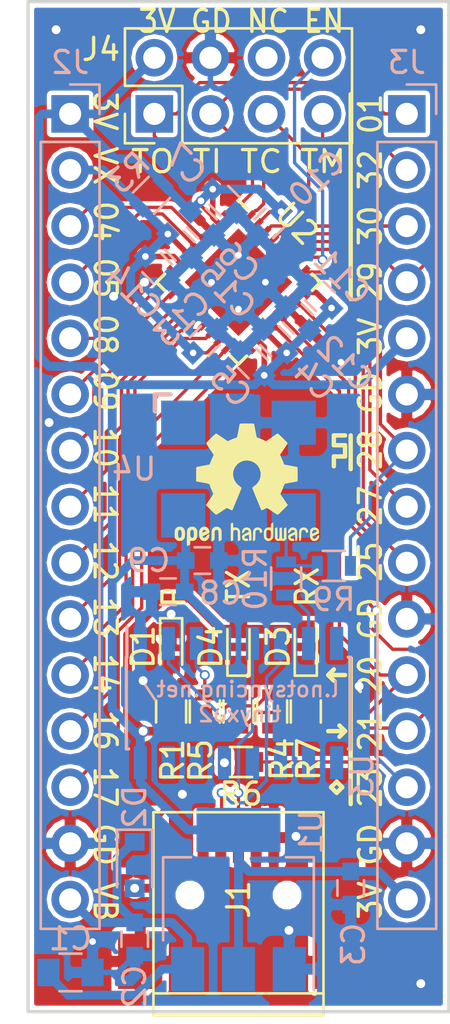
<source format=kicad_pcb>
(kicad_pcb (version 20170922) (host pcbnew "(2017-09-28 revision 6006b54dd)-master")

  (general
    (thickness 1.6)
    (drawings 33)
    (tracks 421)
    (zones 0)
    (modules 37)
    (nets 47)
  )

  (page A4)
  (layers
    (0 F.Cu signal)
    (31 B.Cu signal)
    (32 B.Adhes user)
    (33 F.Adhes user)
    (34 B.Paste user)
    (35 F.Paste user)
    (36 B.SilkS user)
    (37 F.SilkS user)
    (38 B.Mask user)
    (39 F.Mask user)
    (40 Dwgs.User user)
    (41 Cmts.User user)
    (42 Eco1.User user)
    (43 Eco2.User user)
    (44 Edge.Cuts user)
    (45 Margin user)
    (46 B.CrtYd user)
    (47 F.CrtYd user)
    (48 B.Fab user hide)
    (49 F.Fab user hide)
  )

  (setup
    (last_trace_width 0.4)
    (user_trace_width 0.15)
    (user_trace_width 0.4)
    (trace_clearance 0.15)
    (zone_clearance 0.2)
    (zone_45_only yes)
    (trace_min 0.15)
    (segment_width 0.2)
    (edge_width 0.15)
    (via_size 0.45)
    (via_drill 0.3)
    (via_min_size 0.45)
    (via_min_drill 0.3)
    (user_via 0.45 0.3)
    (user_via 0.55 0.4)
    (uvia_size 0.3)
    (uvia_drill 0.1)
    (uvias_allowed no)
    (uvia_min_size 0.2)
    (uvia_min_drill 0.1)
    (pcb_text_width 0.3)
    (pcb_text_size 1.5 1.5)
    (mod_edge_width 0.15)
    (mod_text_size 1 1)
    (mod_text_width 0.15)
    (pad_size 1.524 1.524)
    (pad_drill 0.762)
    (pad_to_mask_clearance 0.2)
    (aux_axis_origin 0 0)
    (visible_elements FFFFFF7F)
    (pcbplotparams
      (layerselection 0x010fc_ffffffff)
      (usegerberextensions true)
      (usegerberattributes true)
      (usegerberadvancedattributes true)
      (creategerberjobfile true)
      (excludeedgelayer true)
      (linewidth 0.100000)
      (plotframeref false)
      (viasonmask false)
      (mode 1)
      (useauxorigin false)
      (hpglpennumber 1)
      (hpglpenspeed 20)
      (hpglpendiameter 15)
      (psnegative false)
      (psa4output false)
      (plotreference true)
      (plotvalue true)
      (plotinvisibletext false)
      (padsonsilk false)
      (subtractmaskfromsilk true)
      (outputformat 1)
      (mirror false)
      (drillshape 0)
      (scaleselection 1)
      (outputdirectory gerber/))
  )

  (net 0 "")
  (net 1 /fpga/TX)
  (net 2 /fpga/RX)
  (net 3 /fpga/RS)
  (net 4 GND)
  (net 5 VBUS)
  (net 6 /fpga/VCCIO23)
  (net 7 +3V3)
  (net 8 /fpga/JTAG_TDI)
  (net 9 /fpga/JTAG_TCK)
  (net 10 /fpga/JTAG_TMS)
  (net 11 /fpga/JTAG_EN)
  (net 12 /fpga/JTAG_TDO)
  (net 13 /usbserial/DTR)
  (net 14 "Net-(U3-Pad8)")
  (net 15 /usbserial/USB-)
  (net 16 /usbserial/USB+)
  (net 17 /fpga/P27)
  (net 18 /fpga/P25)
  (net 19 /fpga/P16)
  (net 20 /fpga/P14)
  (net 21 /fpga/P13)
  (net 22 /fpga/P12)
  (net 23 /fpga/P11)
  (net 24 /fpga/P10)
  (net 25 /fpga/P9)
  (net 26 /fpga/P8)
  (net 27 /fpga/P5)
  (net 28 /fpga/P4)
  (net 29 /fpga/P17)
  (net 30 "Net-(J4-Pad6)")
  (net 31 "Net-(D1-Pad2)")
  (net 32 /fpga/TXD)
  (net 33 /fpga/RXD)
  (net 34 /fpga/CLK_FPGA)
  (net 35 /fpga/CLK_USBSER)
  (net 36 "Net-(U4-Pad1)")
  (net 37 "Net-(U3-Pad15)")
  (net 38 "Net-(U3-Pad14)")
  (net 39 "Net-(U3-Pad12)")
  (net 40 "Net-(U3-Pad11)")
  (net 41 "Net-(U3-Pad10)")
  (net 42 "Net-(U3-Pad9)")
  (net 43 "Net-(R10-Pad2)")
  (net 44 /usbserial/VU)
  (net 45 "Net-(D3-Pad1)")
  (net 46 "Net-(D4-Pad1)")

  (net_class Default "This is the default net class."
    (clearance 0.15)
    (trace_width 0.25)
    (via_dia 0.45)
    (via_drill 0.3)
    (uvia_dia 0.3)
    (uvia_drill 0.1)
    (add_net /fpga/CLK_FPGA)
    (add_net /fpga/CLK_USBSER)
    (add_net /fpga/JTAG_EN)
    (add_net /fpga/JTAG_TCK)
    (add_net /fpga/JTAG_TDI)
    (add_net /fpga/JTAG_TDO)
    (add_net /fpga/JTAG_TMS)
    (add_net /fpga/P10)
    (add_net /fpga/P11)
    (add_net /fpga/P12)
    (add_net /fpga/P13)
    (add_net /fpga/P14)
    (add_net /fpga/P16)
    (add_net /fpga/P17)
    (add_net /fpga/P25)
    (add_net /fpga/P27)
    (add_net /fpga/P4)
    (add_net /fpga/P5)
    (add_net /fpga/P8)
    (add_net /fpga/P9)
    (add_net /fpga/RS)
    (add_net /fpga/RX)
    (add_net /fpga/RXD)
    (add_net /fpga/TX)
    (add_net /fpga/TXD)
    (add_net /usbserial/DTR)
    (add_net /usbserial/USB+)
    (add_net /usbserial/USB-)
    (add_net GND)
    (add_net "Net-(D1-Pad2)")
    (add_net "Net-(D3-Pad1)")
    (add_net "Net-(D4-Pad1)")
    (add_net "Net-(J4-Pad6)")
    (add_net "Net-(R10-Pad2)")
    (add_net "Net-(U3-Pad10)")
    (add_net "Net-(U3-Pad11)")
    (add_net "Net-(U3-Pad12)")
    (add_net "Net-(U3-Pad14)")
    (add_net "Net-(U3-Pad15)")
    (add_net "Net-(U3-Pad8)")
    (add_net "Net-(U3-Pad9)")
    (add_net "Net-(U4-Pad1)")
  )

  (net_class power ""
    (clearance 0.15)
    (trace_width 0.4)
    (via_dia 0.55)
    (via_drill 0.4)
    (uvia_dia 0.3)
    (uvia_drill 0.1)
    (add_net +3V3)
    (add_net /fpga/VCCIO23)
    (add_net /usbserial/VU)
    (add_net VBUS)
  )

  (module Symbols:OSHW-Logo2_7.3x6mm_SilkScreen (layer F.Cu) (tedit 0) (tstamp 5A32F57D)
    (at 117.221 98.0567)
    (descr "Open Source Hardware Symbol")
    (tags "Logo Symbol OSHW")
    (attr virtual)
    (fp_text reference REF*** (at 0 0) (layer F.SilkS) hide
      (effects (font (size 1 1) (thickness 0.15)))
    )
    (fp_text value OSHW-Logo2_7.3x6mm_SilkScreen (at 0.75 0) (layer F.Fab) hide
      (effects (font (size 1 1) (thickness 0.15)))
    )
    (fp_poly (pts (xy -2.400256 1.919918) (xy -2.344799 1.947568) (xy -2.295852 1.99848) (xy -2.282371 2.017338)
      (xy -2.267686 2.042015) (xy -2.258158 2.068816) (xy -2.252707 2.104587) (xy -2.250253 2.156169)
      (xy -2.249714 2.224267) (xy -2.252148 2.317588) (xy -2.260606 2.387657) (xy -2.276826 2.439931)
      (xy -2.302546 2.479869) (xy -2.339503 2.512929) (xy -2.342218 2.514886) (xy -2.37864 2.534908)
      (xy -2.422498 2.544815) (xy -2.478276 2.547257) (xy -2.568952 2.547257) (xy -2.56899 2.635283)
      (xy -2.569834 2.684308) (xy -2.574976 2.713065) (xy -2.588413 2.730311) (xy -2.614142 2.744808)
      (xy -2.620321 2.747769) (xy -2.649236 2.761648) (xy -2.671624 2.770414) (xy -2.688271 2.771171)
      (xy -2.699964 2.761023) (xy -2.70749 2.737073) (xy -2.711634 2.696426) (xy -2.713185 2.636186)
      (xy -2.712929 2.553455) (xy -2.711651 2.445339) (xy -2.711252 2.413) (xy -2.709815 2.301524)
      (xy -2.708528 2.228603) (xy -2.569029 2.228603) (xy -2.568245 2.290499) (xy -2.56476 2.330997)
      (xy -2.556876 2.357708) (xy -2.542895 2.378244) (xy -2.533403 2.38826) (xy -2.494596 2.417567)
      (xy -2.460237 2.419952) (xy -2.424784 2.39575) (xy -2.423886 2.394857) (xy -2.409461 2.376153)
      (xy -2.400687 2.350732) (xy -2.396261 2.311584) (xy -2.394882 2.251697) (xy -2.394857 2.23843)
      (xy -2.398188 2.155901) (xy -2.409031 2.098691) (xy -2.42866 2.063766) (xy -2.45835 2.048094)
      (xy -2.475509 2.046514) (xy -2.516234 2.053926) (xy -2.544168 2.07833) (xy -2.560983 2.12298)
      (xy -2.56835 2.19113) (xy -2.569029 2.228603) (xy -2.708528 2.228603) (xy -2.708292 2.215245)
      (xy -2.706323 2.150333) (xy -2.70355 2.102958) (xy -2.699612 2.06929) (xy -2.694151 2.045498)
      (xy -2.686808 2.027753) (xy -2.677223 2.012224) (xy -2.673113 2.006381) (xy -2.618595 1.951185)
      (xy -2.549664 1.91989) (xy -2.469928 1.911165) (xy -2.400256 1.919918)) (layer F.SilkS) (width 0.01))
    (fp_poly (pts (xy -1.283907 1.92778) (xy -1.237328 1.954723) (xy -1.204943 1.981466) (xy -1.181258 2.009484)
      (xy -1.164941 2.043748) (xy -1.154661 2.089227) (xy -1.149086 2.150892) (xy -1.146884 2.233711)
      (xy -1.146629 2.293246) (xy -1.146629 2.512391) (xy -1.208314 2.540044) (xy -1.27 2.567697)
      (xy -1.277257 2.32767) (xy -1.280256 2.238028) (xy -1.283402 2.172962) (xy -1.287299 2.128026)
      (xy -1.292553 2.09877) (xy -1.299769 2.080748) (xy -1.30955 2.069511) (xy -1.312688 2.067079)
      (xy -1.360239 2.048083) (xy -1.408303 2.0556) (xy -1.436914 2.075543) (xy -1.448553 2.089675)
      (xy -1.456609 2.10822) (xy -1.461729 2.136334) (xy -1.464559 2.179173) (xy -1.465744 2.241895)
      (xy -1.465943 2.307261) (xy -1.465982 2.389268) (xy -1.467386 2.447316) (xy -1.472086 2.486465)
      (xy -1.482013 2.51178) (xy -1.499097 2.528323) (xy -1.525268 2.541156) (xy -1.560225 2.554491)
      (xy -1.598404 2.569007) (xy -1.593859 2.311389) (xy -1.592029 2.218519) (xy -1.589888 2.149889)
      (xy -1.586819 2.100711) (xy -1.582206 2.066198) (xy -1.575432 2.041562) (xy -1.565881 2.022016)
      (xy -1.554366 2.00477) (xy -1.49881 1.94968) (xy -1.43102 1.917822) (xy -1.357287 1.910191)
      (xy -1.283907 1.92778)) (layer F.SilkS) (width 0.01))
    (fp_poly (pts (xy -2.958885 1.921962) (xy -2.890855 1.957733) (xy -2.840649 2.015301) (xy -2.822815 2.052312)
      (xy -2.808937 2.107882) (xy -2.801833 2.178096) (xy -2.80116 2.254727) (xy -2.806573 2.329552)
      (xy -2.81773 2.394342) (xy -2.834286 2.440873) (xy -2.839374 2.448887) (xy -2.899645 2.508707)
      (xy -2.971231 2.544535) (xy -3.048908 2.55502) (xy -3.127452 2.53881) (xy -3.149311 2.529092)
      (xy -3.191878 2.499143) (xy -3.229237 2.459433) (xy -3.232768 2.454397) (xy -3.247119 2.430124)
      (xy -3.256606 2.404178) (xy -3.26221 2.370022) (xy -3.264914 2.321119) (xy -3.265701 2.250935)
      (xy -3.265714 2.2352) (xy -3.265678 2.230192) (xy -3.120571 2.230192) (xy -3.119727 2.29643)
      (xy -3.116404 2.340386) (xy -3.109417 2.368779) (xy -3.097584 2.388325) (xy -3.091543 2.394857)
      (xy -3.056814 2.41968) (xy -3.023097 2.418548) (xy -2.989005 2.397016) (xy -2.968671 2.374029)
      (xy -2.956629 2.340478) (xy -2.949866 2.287569) (xy -2.949402 2.281399) (xy -2.948248 2.185513)
      (xy -2.960312 2.114299) (xy -2.98543 2.068194) (xy -3.02344 2.047635) (xy -3.037008 2.046514)
      (xy -3.072636 2.052152) (xy -3.097006 2.071686) (xy -3.111907 2.109042) (xy -3.119125 2.16815)
      (xy -3.120571 2.230192) (xy -3.265678 2.230192) (xy -3.265174 2.160413) (xy -3.262904 2.108159)
      (xy -3.257932 2.071949) (xy -3.249287 2.045299) (xy -3.235995 2.021722) (xy -3.233057 2.017338)
      (xy -3.183687 1.958249) (xy -3.129891 1.923947) (xy -3.064398 1.910331) (xy -3.042158 1.909665)
      (xy -2.958885 1.921962)) (layer F.SilkS) (width 0.01))
    (fp_poly (pts (xy -1.831697 1.931239) (xy -1.774473 1.969735) (xy -1.730251 2.025335) (xy -1.703833 2.096086)
      (xy -1.69849 2.148162) (xy -1.699097 2.169893) (xy -1.704178 2.186531) (xy -1.718145 2.201437)
      (xy -1.745411 2.217973) (xy -1.790388 2.239498) (xy -1.857489 2.269374) (xy -1.857829 2.269524)
      (xy -1.919593 2.297813) (xy -1.970241 2.322933) (xy -2.004596 2.342179) (xy -2.017482 2.352848)
      (xy -2.017486 2.352934) (xy -2.006128 2.376166) (xy -1.979569 2.401774) (xy -1.949077 2.420221)
      (xy -1.93363 2.423886) (xy -1.891485 2.411212) (xy -1.855192 2.379471) (xy -1.837483 2.344572)
      (xy -1.820448 2.318845) (xy -1.787078 2.289546) (xy -1.747851 2.264235) (xy -1.713244 2.250471)
      (xy -1.706007 2.249714) (xy -1.697861 2.26216) (xy -1.69737 2.293972) (xy -1.703357 2.336866)
      (xy -1.714643 2.382558) (xy -1.73005 2.422761) (xy -1.730829 2.424322) (xy -1.777196 2.489062)
      (xy -1.837289 2.533097) (xy -1.905535 2.554711) (xy -1.976362 2.552185) (xy -2.044196 2.523804)
      (xy -2.047212 2.521808) (xy -2.100573 2.473448) (xy -2.13566 2.410352) (xy -2.155078 2.327387)
      (xy -2.157684 2.304078) (xy -2.162299 2.194055) (xy -2.156767 2.142748) (xy -2.017486 2.142748)
      (xy -2.015676 2.174753) (xy -2.005778 2.184093) (xy -1.981102 2.177105) (xy -1.942205 2.160587)
      (xy -1.898725 2.139881) (xy -1.897644 2.139333) (xy -1.860791 2.119949) (xy -1.846 2.107013)
      (xy -1.849647 2.093451) (xy -1.865005 2.075632) (xy -1.904077 2.049845) (xy -1.946154 2.04795)
      (xy -1.983897 2.066717) (xy -2.009966 2.102915) (xy -2.017486 2.142748) (xy -2.156767 2.142748)
      (xy -2.152806 2.106027) (xy -2.12845 2.036212) (xy -2.094544 1.987302) (xy -2.033347 1.937878)
      (xy -1.965937 1.913359) (xy -1.89712 1.911797) (xy -1.831697 1.931239)) (layer F.SilkS) (width 0.01))
    (fp_poly (pts (xy -0.624114 1.851289) (xy -0.619861 1.910613) (xy -0.614975 1.945572) (xy -0.608205 1.96082)
      (xy -0.598298 1.961015) (xy -0.595086 1.959195) (xy -0.552356 1.946015) (xy -0.496773 1.946785)
      (xy -0.440263 1.960333) (xy -0.404918 1.977861) (xy -0.368679 2.005861) (xy -0.342187 2.037549)
      (xy -0.324001 2.077813) (xy -0.312678 2.131543) (xy -0.306778 2.203626) (xy -0.304857 2.298951)
      (xy -0.304823 2.317237) (xy -0.3048 2.522646) (xy -0.350509 2.53858) (xy -0.382973 2.54942)
      (xy -0.400785 2.554468) (xy -0.401309 2.554514) (xy -0.403063 2.540828) (xy -0.404556 2.503076)
      (xy -0.405674 2.446224) (xy -0.406303 2.375234) (xy -0.4064 2.332073) (xy -0.406602 2.246973)
      (xy -0.407642 2.185981) (xy -0.410169 2.144177) (xy -0.414836 2.116642) (xy -0.422293 2.098456)
      (xy -0.433189 2.084698) (xy -0.439993 2.078073) (xy -0.486728 2.051375) (xy -0.537728 2.049375)
      (xy -0.583999 2.071955) (xy -0.592556 2.080107) (xy -0.605107 2.095436) (xy -0.613812 2.113618)
      (xy -0.619369 2.139909) (xy -0.622474 2.179562) (xy -0.623824 2.237832) (xy -0.624114 2.318173)
      (xy -0.624114 2.522646) (xy -0.669823 2.53858) (xy -0.702287 2.54942) (xy -0.720099 2.554468)
      (xy -0.720623 2.554514) (xy -0.721963 2.540623) (xy -0.723172 2.501439) (xy -0.724199 2.4407)
      (xy -0.724998 2.362141) (xy -0.725519 2.269498) (xy -0.725714 2.166509) (xy -0.725714 1.769342)
      (xy -0.678543 1.749444) (xy -0.631371 1.729547) (xy -0.624114 1.851289)) (layer F.SilkS) (width 0.01))
    (fp_poly (pts (xy 0.039744 1.950968) (xy 0.096616 1.972087) (xy 0.097267 1.972493) (xy 0.13244 1.99838)
      (xy 0.158407 2.028633) (xy 0.17667 2.068058) (xy 0.188732 2.121462) (xy 0.196096 2.193651)
      (xy 0.200264 2.289432) (xy 0.200629 2.303078) (xy 0.205876 2.508842) (xy 0.161716 2.531678)
      (xy 0.129763 2.54711) (xy 0.11047 2.554423) (xy 0.109578 2.554514) (xy 0.106239 2.541022)
      (xy 0.103587 2.504626) (xy 0.101956 2.451452) (xy 0.1016 2.408393) (xy 0.101592 2.338641)
      (xy 0.098403 2.294837) (xy 0.087288 2.273944) (xy 0.063501 2.272925) (xy 0.022296 2.288741)
      (xy -0.039914 2.317815) (xy -0.085659 2.341963) (xy -0.109187 2.362913) (xy -0.116104 2.385747)
      (xy -0.116114 2.386877) (xy -0.104701 2.426212) (xy -0.070908 2.447462) (xy -0.019191 2.450539)
      (xy 0.018061 2.450006) (xy 0.037703 2.460735) (xy 0.049952 2.486505) (xy 0.057002 2.519337)
      (xy 0.046842 2.537966) (xy 0.043017 2.540632) (xy 0.007001 2.55134) (xy -0.043434 2.552856)
      (xy -0.095374 2.545759) (xy -0.132178 2.532788) (xy -0.183062 2.489585) (xy -0.211986 2.429446)
      (xy -0.217714 2.382462) (xy -0.213343 2.340082) (xy -0.197525 2.305488) (xy -0.166203 2.274763)
      (xy -0.115322 2.24399) (xy -0.040824 2.209252) (xy -0.036286 2.207288) (xy 0.030821 2.176287)
      (xy 0.072232 2.150862) (xy 0.089981 2.128014) (xy 0.086107 2.104745) (xy 0.062643 2.078056)
      (xy 0.055627 2.071914) (xy 0.00863 2.0481) (xy -0.040067 2.049103) (xy -0.082478 2.072451)
      (xy -0.110616 2.115675) (xy -0.113231 2.12416) (xy -0.138692 2.165308) (xy -0.170999 2.185128)
      (xy -0.217714 2.20477) (xy -0.217714 2.15395) (xy -0.203504 2.080082) (xy -0.161325 2.012327)
      (xy -0.139376 1.989661) (xy -0.089483 1.960569) (xy -0.026033 1.9474) (xy 0.039744 1.950968)) (layer F.SilkS) (width 0.01))
    (fp_poly (pts (xy 0.529926 1.949755) (xy 0.595858 1.974084) (xy 0.649273 2.017117) (xy 0.670164 2.047409)
      (xy 0.692939 2.102994) (xy 0.692466 2.143186) (xy 0.668562 2.170217) (xy 0.659717 2.174813)
      (xy 0.62153 2.189144) (xy 0.602028 2.185472) (xy 0.595422 2.161407) (xy 0.595086 2.148114)
      (xy 0.582992 2.09921) (xy 0.551471 2.064999) (xy 0.507659 2.048476) (xy 0.458695 2.052634)
      (xy 0.418894 2.074227) (xy 0.40545 2.086544) (xy 0.395921 2.101487) (xy 0.389485 2.124075)
      (xy 0.385317 2.159328) (xy 0.382597 2.212266) (xy 0.380502 2.287907) (xy 0.37996 2.311857)
      (xy 0.377981 2.39379) (xy 0.375731 2.451455) (xy 0.372357 2.489608) (xy 0.367006 2.513004)
      (xy 0.358824 2.526398) (xy 0.346959 2.534545) (xy 0.339362 2.538144) (xy 0.307102 2.550452)
      (xy 0.288111 2.554514) (xy 0.281836 2.540948) (xy 0.278006 2.499934) (xy 0.2766 2.430999)
      (xy 0.277598 2.333669) (xy 0.277908 2.318657) (xy 0.280101 2.229859) (xy 0.282693 2.165019)
      (xy 0.286382 2.119067) (xy 0.291864 2.086935) (xy 0.299835 2.063553) (xy 0.310993 2.043852)
      (xy 0.31683 2.03541) (xy 0.350296 1.998057) (xy 0.387727 1.969003) (xy 0.392309 1.966467)
      (xy 0.459426 1.946443) (xy 0.529926 1.949755)) (layer F.SilkS) (width 0.01))
    (fp_poly (pts (xy 1.190117 2.065358) (xy 1.189933 2.173837) (xy 1.189219 2.257287) (xy 1.187675 2.319704)
      (xy 1.185001 2.365085) (xy 1.180894 2.397429) (xy 1.175055 2.420733) (xy 1.167182 2.438995)
      (xy 1.161221 2.449418) (xy 1.111855 2.505945) (xy 1.049264 2.541377) (xy 0.980013 2.55409)
      (xy 0.910668 2.542463) (xy 0.869375 2.521568) (xy 0.826025 2.485422) (xy 0.796481 2.441276)
      (xy 0.778655 2.383462) (xy 0.770463 2.306313) (xy 0.769302 2.249714) (xy 0.769458 2.245647)
      (xy 0.870857 2.245647) (xy 0.871476 2.31055) (xy 0.874314 2.353514) (xy 0.88084 2.381622)
      (xy 0.892523 2.401953) (xy 0.906483 2.417288) (xy 0.953365 2.44689) (xy 1.003701 2.449419)
      (xy 1.051276 2.424705) (xy 1.054979 2.421356) (xy 1.070783 2.403935) (xy 1.080693 2.383209)
      (xy 1.086058 2.352362) (xy 1.088228 2.304577) (xy 1.088571 2.251748) (xy 1.087827 2.185381)
      (xy 1.084748 2.141106) (xy 1.078061 2.112009) (xy 1.066496 2.091173) (xy 1.057013 2.080107)
      (xy 1.01296 2.052198) (xy 0.962224 2.048843) (xy 0.913796 2.070159) (xy 0.90445 2.078073)
      (xy 0.88854 2.095647) (xy 0.87861 2.116587) (xy 0.873278 2.147782) (xy 0.871163 2.196122)
      (xy 0.870857 2.245647) (xy 0.769458 2.245647) (xy 0.77281 2.158568) (xy 0.784726 2.090086)
      (xy 0.807135 2.0386) (xy 0.842124 1.998443) (xy 0.869375 1.977861) (xy 0.918907 1.955625)
      (xy 0.976316 1.945304) (xy 1.029682 1.948067) (xy 1.059543 1.959212) (xy 1.071261 1.962383)
      (xy 1.079037 1.950557) (xy 1.084465 1.918866) (xy 1.088571 1.870593) (xy 1.093067 1.816829)
      (xy 1.099313 1.784482) (xy 1.110676 1.765985) (xy 1.130528 1.75377) (xy 1.143 1.748362)
      (xy 1.190171 1.728601) (xy 1.190117 2.065358)) (layer F.SilkS) (width 0.01))
    (fp_poly (pts (xy 1.779833 1.958663) (xy 1.782048 1.99685) (xy 1.783784 2.054886) (xy 1.784899 2.12818)
      (xy 1.785257 2.205055) (xy 1.785257 2.465196) (xy 1.739326 2.511127) (xy 1.707675 2.539429)
      (xy 1.67989 2.550893) (xy 1.641915 2.550168) (xy 1.62684 2.548321) (xy 1.579726 2.542948)
      (xy 1.540756 2.539869) (xy 1.531257 2.539585) (xy 1.499233 2.541445) (xy 1.453432 2.546114)
      (xy 1.435674 2.548321) (xy 1.392057 2.551735) (xy 1.362745 2.54432) (xy 1.33368 2.521427)
      (xy 1.323188 2.511127) (xy 1.277257 2.465196) (xy 1.277257 1.978602) (xy 1.314226 1.961758)
      (xy 1.346059 1.949282) (xy 1.364683 1.944914) (xy 1.369458 1.958718) (xy 1.373921 1.997286)
      (xy 1.377775 2.056356) (xy 1.380722 2.131663) (xy 1.382143 2.195286) (xy 1.386114 2.445657)
      (xy 1.420759 2.450556) (xy 1.452268 2.447131) (xy 1.467708 2.436041) (xy 1.472023 2.415308)
      (xy 1.475708 2.371145) (xy 1.478469 2.309146) (xy 1.480012 2.234909) (xy 1.480235 2.196706)
      (xy 1.480457 1.976783) (xy 1.526166 1.960849) (xy 1.558518 1.950015) (xy 1.576115 1.944962)
      (xy 1.576623 1.944914) (xy 1.578388 1.958648) (xy 1.580329 1.99673) (xy 1.582282 2.054482)
      (xy 1.584084 2.127227) (xy 1.585343 2.195286) (xy 1.589314 2.445657) (xy 1.6764 2.445657)
      (xy 1.680396 2.21724) (xy 1.684392 1.988822) (xy 1.726847 1.966868) (xy 1.758192 1.951793)
      (xy 1.776744 1.944951) (xy 1.777279 1.944914) (xy 1.779833 1.958663)) (layer F.SilkS) (width 0.01))
    (fp_poly (pts (xy 2.144876 1.956335) (xy 2.186667 1.975344) (xy 2.219469 1.998378) (xy 2.243503 2.024133)
      (xy 2.260097 2.057358) (xy 2.270577 2.1028) (xy 2.276271 2.165207) (xy 2.278507 2.249327)
      (xy 2.278743 2.304721) (xy 2.278743 2.520826) (xy 2.241774 2.53767) (xy 2.212656 2.549981)
      (xy 2.198231 2.554514) (xy 2.195472 2.541025) (xy 2.193282 2.504653) (xy 2.191942 2.451542)
      (xy 2.191657 2.409372) (xy 2.190434 2.348447) (xy 2.187136 2.300115) (xy 2.182321 2.270518)
      (xy 2.178496 2.264229) (xy 2.152783 2.270652) (xy 2.112418 2.287125) (xy 2.065679 2.309458)
      (xy 2.020845 2.333457) (xy 1.986193 2.35493) (xy 1.970002 2.369685) (xy 1.969938 2.369845)
      (xy 1.97133 2.397152) (xy 1.983818 2.423219) (xy 2.005743 2.444392) (xy 2.037743 2.451474)
      (xy 2.065092 2.450649) (xy 2.103826 2.450042) (xy 2.124158 2.459116) (xy 2.136369 2.483092)
      (xy 2.137909 2.487613) (xy 2.143203 2.521806) (xy 2.129047 2.542568) (xy 2.092148 2.552462)
      (xy 2.052289 2.554292) (xy 1.980562 2.540727) (xy 1.943432 2.521355) (xy 1.897576 2.475845)
      (xy 1.873256 2.419983) (xy 1.871073 2.360957) (xy 1.891629 2.305953) (xy 1.922549 2.271486)
      (xy 1.95342 2.252189) (xy 2.001942 2.227759) (xy 2.058485 2.202985) (xy 2.06791 2.199199)
      (xy 2.130019 2.171791) (xy 2.165822 2.147634) (xy 2.177337 2.123619) (xy 2.16658 2.096635)
      (xy 2.148114 2.075543) (xy 2.104469 2.049572) (xy 2.056446 2.047624) (xy 2.012406 2.067637)
      (xy 1.980709 2.107551) (xy 1.976549 2.117848) (xy 1.952327 2.155724) (xy 1.916965 2.183842)
      (xy 1.872343 2.206917) (xy 1.872343 2.141485) (xy 1.874969 2.101506) (xy 1.88623 2.069997)
      (xy 1.911199 2.036378) (xy 1.935169 2.010484) (xy 1.972441 1.973817) (xy 2.001401 1.954121)
      (xy 2.032505 1.94622) (xy 2.067713 1.944914) (xy 2.144876 1.956335)) (layer F.SilkS) (width 0.01))
    (fp_poly (pts (xy 2.6526 1.958752) (xy 2.669948 1.966334) (xy 2.711356 1.999128) (xy 2.746765 2.046547)
      (xy 2.768664 2.097151) (xy 2.772229 2.122098) (xy 2.760279 2.156927) (xy 2.734067 2.175357)
      (xy 2.705964 2.186516) (xy 2.693095 2.188572) (xy 2.686829 2.173649) (xy 2.674456 2.141175)
      (xy 2.669028 2.126502) (xy 2.63859 2.075744) (xy 2.59452 2.050427) (xy 2.53801 2.051206)
      (xy 2.533825 2.052203) (xy 2.503655 2.066507) (xy 2.481476 2.094393) (xy 2.466327 2.139287)
      (xy 2.45725 2.204615) (xy 2.453286 2.293804) (xy 2.452914 2.341261) (xy 2.45273 2.416071)
      (xy 2.451522 2.467069) (xy 2.448309 2.499471) (xy 2.442109 2.518495) (xy 2.43194 2.529356)
      (xy 2.416819 2.537272) (xy 2.415946 2.53767) (xy 2.386828 2.549981) (xy 2.372403 2.554514)
      (xy 2.370186 2.540809) (xy 2.368289 2.502925) (xy 2.366847 2.445715) (xy 2.365998 2.374027)
      (xy 2.365829 2.321565) (xy 2.366692 2.220047) (xy 2.37007 2.143032) (xy 2.377142 2.086023)
      (xy 2.389088 2.044526) (xy 2.40709 2.014043) (xy 2.432327 1.99008) (xy 2.457247 1.973355)
      (xy 2.517171 1.951097) (xy 2.586911 1.946076) (xy 2.6526 1.958752)) (layer F.SilkS) (width 0.01))
    (fp_poly (pts (xy 3.153595 1.966966) (xy 3.211021 2.004497) (xy 3.238719 2.038096) (xy 3.260662 2.099064)
      (xy 3.262405 2.147308) (xy 3.258457 2.211816) (xy 3.109686 2.276934) (xy 3.037349 2.310202)
      (xy 2.990084 2.336964) (xy 2.965507 2.360144) (xy 2.961237 2.382667) (xy 2.974889 2.407455)
      (xy 2.989943 2.423886) (xy 3.033746 2.450235) (xy 3.081389 2.452081) (xy 3.125145 2.431546)
      (xy 3.157289 2.390752) (xy 3.163038 2.376347) (xy 3.190576 2.331356) (xy 3.222258 2.312182)
      (xy 3.265714 2.295779) (xy 3.265714 2.357966) (xy 3.261872 2.400283) (xy 3.246823 2.435969)
      (xy 3.21528 2.476943) (xy 3.210592 2.482267) (xy 3.175506 2.51872) (xy 3.145347 2.538283)
      (xy 3.107615 2.547283) (xy 3.076335 2.55023) (xy 3.020385 2.550965) (xy 2.980555 2.54166)
      (xy 2.955708 2.527846) (xy 2.916656 2.497467) (xy 2.889625 2.464613) (xy 2.872517 2.423294)
      (xy 2.863238 2.367521) (xy 2.859693 2.291305) (xy 2.85941 2.252622) (xy 2.860372 2.206247)
      (xy 2.948007 2.206247) (xy 2.949023 2.231126) (xy 2.951556 2.2352) (xy 2.968274 2.229665)
      (xy 3.004249 2.215017) (xy 3.052331 2.19419) (xy 3.062386 2.189714) (xy 3.123152 2.158814)
      (xy 3.156632 2.131657) (xy 3.16399 2.10622) (xy 3.146391 2.080481) (xy 3.131856 2.069109)
      (xy 3.07941 2.046364) (xy 3.030322 2.050122) (xy 2.989227 2.077884) (xy 2.960758 2.127152)
      (xy 2.951631 2.166257) (xy 2.948007 2.206247) (xy 2.860372 2.206247) (xy 2.861285 2.162249)
      (xy 2.868196 2.095384) (xy 2.881884 2.046695) (xy 2.904096 2.010849) (xy 2.936574 1.982513)
      (xy 2.950733 1.973355) (xy 3.015053 1.949507) (xy 3.085473 1.948006) (xy 3.153595 1.966966)) (layer F.SilkS) (width 0.01))
    (fp_poly (pts (xy 0.10391 -2.757652) (xy 0.182454 -2.757222) (xy 0.239298 -2.756058) (xy 0.278105 -2.753793)
      (xy 0.302538 -2.75006) (xy 0.316262 -2.744494) (xy 0.32294 -2.736727) (xy 0.326236 -2.726395)
      (xy 0.326556 -2.725057) (xy 0.331562 -2.700921) (xy 0.340829 -2.653299) (xy 0.353392 -2.587259)
      (xy 0.368287 -2.507872) (xy 0.384551 -2.420204) (xy 0.385119 -2.417125) (xy 0.40141 -2.331211)
      (xy 0.416652 -2.255304) (xy 0.429861 -2.193955) (xy 0.440054 -2.151718) (xy 0.446248 -2.133145)
      (xy 0.446543 -2.132816) (xy 0.464788 -2.123747) (xy 0.502405 -2.108633) (xy 0.551271 -2.090738)
      (xy 0.551543 -2.090642) (xy 0.613093 -2.067507) (xy 0.685657 -2.038035) (xy 0.754057 -2.008403)
      (xy 0.757294 -2.006938) (xy 0.868702 -1.956374) (xy 1.115399 -2.12484) (xy 1.191077 -2.176197)
      (xy 1.259631 -2.222111) (xy 1.317088 -2.25997) (xy 1.359476 -2.287163) (xy 1.382825 -2.301079)
      (xy 1.385042 -2.302111) (xy 1.40201 -2.297516) (xy 1.433701 -2.275345) (xy 1.481352 -2.234553)
      (xy 1.546198 -2.174095) (xy 1.612397 -2.109773) (xy 1.676214 -2.046388) (xy 1.733329 -1.988549)
      (xy 1.780305 -1.939825) (xy 1.813703 -1.90379) (xy 1.830085 -1.884016) (xy 1.830694 -1.882998)
      (xy 1.832505 -1.869428) (xy 1.825683 -1.847267) (xy 1.80854 -1.813522) (xy 1.779393 -1.7652)
      (xy 1.736555 -1.699308) (xy 1.679448 -1.614483) (xy 1.628766 -1.539823) (xy 1.583461 -1.47286)
      (xy 1.54615 -1.417484) (xy 1.519452 -1.37758) (xy 1.505985 -1.357038) (xy 1.505137 -1.355644)
      (xy 1.506781 -1.335962) (xy 1.519245 -1.297707) (xy 1.540048 -1.248111) (xy 1.547462 -1.232272)
      (xy 1.579814 -1.16171) (xy 1.614328 -1.081647) (xy 1.642365 -1.012371) (xy 1.662568 -0.960955)
      (xy 1.678615 -0.921881) (xy 1.687888 -0.901459) (xy 1.689041 -0.899886) (xy 1.706096 -0.897279)
      (xy 1.746298 -0.890137) (xy 1.804302 -0.879477) (xy 1.874763 -0.866315) (xy 1.952335 -0.851667)
      (xy 2.031672 -0.836551) (xy 2.107431 -0.821982) (xy 2.174264 -0.808978) (xy 2.226828 -0.798555)
      (xy 2.259776 -0.79173) (xy 2.267857 -0.789801) (xy 2.276205 -0.785038) (xy 2.282506 -0.774282)
      (xy 2.287045 -0.753902) (xy 2.290104 -0.720266) (xy 2.291967 -0.669745) (xy 2.292918 -0.598708)
      (xy 2.29324 -0.503524) (xy 2.293257 -0.464508) (xy 2.293257 -0.147201) (xy 2.217057 -0.132161)
      (xy 2.174663 -0.124005) (xy 2.1114 -0.112101) (xy 2.034962 -0.097884) (xy 1.953043 -0.08279)
      (xy 1.9304 -0.078645) (xy 1.854806 -0.063947) (xy 1.788953 -0.049495) (xy 1.738366 -0.036625)
      (xy 1.708574 -0.026678) (xy 1.703612 -0.023713) (xy 1.691426 -0.002717) (xy 1.673953 0.037967)
      (xy 1.654577 0.090322) (xy 1.650734 0.1016) (xy 1.625339 0.171523) (xy 1.593817 0.250418)
      (xy 1.562969 0.321266) (xy 1.562817 0.321595) (xy 1.511447 0.432733) (xy 1.680399 0.681253)
      (xy 1.849352 0.929772) (xy 1.632429 1.147058) (xy 1.566819 1.211726) (xy 1.506979 1.268733)
      (xy 1.456267 1.315033) (xy 1.418046 1.347584) (xy 1.395675 1.363343) (xy 1.392466 1.364343)
      (xy 1.373626 1.356469) (xy 1.33518 1.334578) (xy 1.28133 1.301267) (xy 1.216276 1.259131)
      (xy 1.14594 1.211943) (xy 1.074555 1.16381) (xy 1.010908 1.121928) (xy 0.959041 1.088871)
      (xy 0.922995 1.067218) (xy 0.906867 1.059543) (xy 0.887189 1.066037) (xy 0.849875 1.08315)
      (xy 0.802621 1.107326) (xy 0.797612 1.110013) (xy 0.733977 1.141927) (xy 0.690341 1.157579)
      (xy 0.663202 1.157745) (xy 0.649057 1.143204) (xy 0.648975 1.143) (xy 0.641905 1.125779)
      (xy 0.625042 1.084899) (xy 0.599695 1.023525) (xy 0.567171 0.944819) (xy 0.528778 0.851947)
      (xy 0.485822 0.748072) (xy 0.444222 0.647502) (xy 0.398504 0.536516) (xy 0.356526 0.433703)
      (xy 0.319548 0.342215) (xy 0.288827 0.265201) (xy 0.265622 0.205815) (xy 0.25119 0.167209)
      (xy 0.246743 0.1528) (xy 0.257896 0.136272) (xy 0.287069 0.10993) (xy 0.325971 0.080887)
      (xy 0.436757 -0.010961) (xy 0.523351 -0.116241) (xy 0.584716 -0.232734) (xy 0.619815 -0.358224)
      (xy 0.627608 -0.490493) (xy 0.621943 -0.551543) (xy 0.591078 -0.678205) (xy 0.53792 -0.790059)
      (xy 0.465767 -0.885999) (xy 0.377917 -0.964924) (xy 0.277665 -1.02573) (xy 0.16831 -1.067313)
      (xy 0.053147 -1.088572) (xy -0.064525 -1.088401) (xy -0.18141 -1.065699) (xy -0.294211 -1.019362)
      (xy -0.399631 -0.948287) (xy -0.443632 -0.908089) (xy -0.528021 -0.804871) (xy -0.586778 -0.692075)
      (xy -0.620296 -0.57299) (xy -0.628965 -0.450905) (xy -0.613177 -0.329107) (xy -0.573322 -0.210884)
      (xy -0.509793 -0.099525) (xy -0.422979 0.001684) (xy -0.325971 0.080887) (xy -0.285563 0.111162)
      (xy -0.257018 0.137219) (xy -0.246743 0.152825) (xy -0.252123 0.169843) (xy -0.267425 0.2105)
      (xy -0.291388 0.271642) (xy -0.322756 0.350119) (xy -0.360268 0.44278) (xy -0.402667 0.546472)
      (xy -0.444337 0.647526) (xy -0.49031 0.758607) (xy -0.532893 0.861541) (xy -0.570779 0.953165)
      (xy -0.60266 1.030316) (xy -0.627229 1.089831) (xy -0.64318 1.128544) (xy -0.64909 1.143)
      (xy -0.663052 1.157685) (xy -0.69006 1.157642) (xy -0.733587 1.142099) (xy -0.79711 1.110284)
      (xy -0.797612 1.110013) (xy -0.84544 1.085323) (xy -0.884103 1.067338) (xy -0.905905 1.059614)
      (xy -0.906867 1.059543) (xy -0.923279 1.067378) (xy -0.959513 1.089165) (xy -1.011526 1.122328)
      (xy -1.075275 1.164291) (xy -1.14594 1.211943) (xy -1.217884 1.260191) (xy -1.282726 1.302151)
      (xy -1.336265 1.335227) (xy -1.374303 1.356821) (xy -1.392467 1.364343) (xy -1.409192 1.354457)
      (xy -1.44282 1.326826) (xy -1.48999 1.284495) (xy -1.547342 1.230505) (xy -1.611516 1.167899)
      (xy -1.632503 1.146983) (xy -1.849501 0.929623) (xy -1.684332 0.68722) (xy -1.634136 0.612781)
      (xy -1.590081 0.545972) (xy -1.554638 0.490665) (xy -1.530281 0.450729) (xy -1.519478 0.430036)
      (xy -1.519162 0.428563) (xy -1.524857 0.409058) (xy -1.540174 0.369822) (xy -1.562463 0.31743)
      (xy -1.578107 0.282355) (xy -1.607359 0.215201) (xy -1.634906 0.147358) (xy -1.656263 0.090034)
      (xy -1.662065 0.072572) (xy -1.678548 0.025938) (xy -1.69466 -0.010095) (xy -1.70351 -0.023713)
      (xy -1.72304 -0.032048) (xy -1.765666 -0.043863) (xy -1.825855 -0.057819) (xy -1.898078 -0.072578)
      (xy -1.9304 -0.078645) (xy -2.012478 -0.093727) (xy -2.091205 -0.108331) (xy -2.158891 -0.12102)
      (xy -2.20784 -0.130358) (xy -2.217057 -0.132161) (xy -2.293257 -0.147201) (xy -2.293257 -0.464508)
      (xy -2.293086 -0.568846) (xy -2.292384 -0.647787) (xy -2.290866 -0.704962) (xy -2.288251 -0.744001)
      (xy -2.284254 -0.768535) (xy -2.278591 -0.782195) (xy -2.27098 -0.788611) (xy -2.267857 -0.789801)
      (xy -2.249022 -0.79402) (xy -2.207412 -0.802438) (xy -2.14837 -0.814039) (xy -2.077243 -0.827805)
      (xy -1.999375 -0.84272) (xy -1.920113 -0.857768) (xy -1.844802 -0.871931) (xy -1.778787 -0.884194)
      (xy -1.727413 -0.893539) (xy -1.696025 -0.89895) (xy -1.689041 -0.899886) (xy -1.682715 -0.912404)
      (xy -1.66871 -0.945754) (xy -1.649645 -0.993623) (xy -1.642366 -1.012371) (xy -1.613004 -1.084805)
      (xy -1.578429 -1.16483) (xy -1.547463 -1.232272) (xy -1.524677 -1.283841) (xy -1.509518 -1.326215)
      (xy -1.504458 -1.352166) (xy -1.505264 -1.355644) (xy -1.515959 -1.372064) (xy -1.54038 -1.408583)
      (xy -1.575905 -1.461313) (xy -1.619913 -1.526365) (xy -1.669783 -1.599849) (xy -1.679644 -1.614355)
      (xy -1.737508 -1.700296) (xy -1.780044 -1.765739) (xy -1.808946 -1.813696) (xy -1.82591 -1.84718)
      (xy -1.832633 -1.869205) (xy -1.83081 -1.882783) (xy -1.830764 -1.882869) (xy -1.816414 -1.900703)
      (xy -1.784677 -1.935183) (xy -1.73899 -1.982732) (xy -1.682796 -2.039778) (xy -1.619532 -2.102745)
      (xy -1.612398 -2.109773) (xy -1.53267 -2.18698) (xy -1.471143 -2.24367) (xy -1.426579 -2.28089)
      (xy -1.397743 -2.299685) (xy -1.385042 -2.302111) (xy -1.366506 -2.291529) (xy -1.328039 -2.267084)
      (xy -1.273614 -2.231388) (xy -1.207202 -2.187053) (xy -1.132775 -2.136689) (xy -1.115399 -2.12484)
      (xy -0.868703 -1.956374) (xy -0.757294 -2.006938) (xy -0.689543 -2.036405) (xy -0.616817 -2.066041)
      (xy -0.554297 -2.08967) (xy -0.551543 -2.090642) (xy -0.50264 -2.108543) (xy -0.464943 -2.12368)
      (xy -0.446575 -2.13279) (xy -0.446544 -2.132816) (xy -0.440715 -2.149283) (xy -0.430808 -2.189781)
      (xy -0.417805 -2.249758) (xy -0.402691 -2.32466) (xy -0.386448 -2.409936) (xy -0.385119 -2.417125)
      (xy -0.368825 -2.504986) (xy -0.353867 -2.58474) (xy -0.341209 -2.651319) (xy -0.331814 -2.699653)
      (xy -0.326646 -2.724675) (xy -0.326556 -2.725057) (xy -0.323411 -2.735701) (xy -0.317296 -2.743738)
      (xy -0.304547 -2.749533) (xy -0.2815 -2.753453) (xy -0.244491 -2.755865) (xy -0.189856 -2.757135)
      (xy -0.113933 -2.757629) (xy -0.013056 -2.757714) (xy 0 -2.757714) (xy 0.10391 -2.757652)) (layer F.SilkS) (width 0.01))
  )

  (module LEDs:LED_0603 (layer F.Cu) (tedit 57FE93A5) (tstamp 59E00625)
    (at 119.888 105.41 90)
    (descr "LED 0603 smd package")
    (tags "LED led 0603 SMD smd SMT smt smdled SMDLED smtled SMTLED")
    (path /59CE819F/59CEB277)
    (attr smd)
    (fp_text reference D3 (at 0 -1.25 90) (layer F.SilkS)
      (effects (font (size 1 1) (thickness 0.15)))
    )
    (fp_text value Rd (at 0 1.35 90) (layer F.Fab)
      (effects (font (size 1 1) (thickness 0.15)))
    )
    (fp_line (start -1.45 -0.65) (end 1.45 -0.65) (layer F.CrtYd) (width 0.05))
    (fp_line (start -1.45 0.65) (end -1.45 -0.65) (layer F.CrtYd) (width 0.05))
    (fp_line (start 1.45 0.65) (end -1.45 0.65) (layer F.CrtYd) (width 0.05))
    (fp_line (start 1.45 -0.65) (end 1.45 0.65) (layer F.CrtYd) (width 0.05))
    (fp_line (start -1.3 -0.5) (end 0.8 -0.5) (layer F.SilkS) (width 0.12))
    (fp_line (start -1.3 0.5) (end 0.8 0.5) (layer F.SilkS) (width 0.12))
    (fp_line (start -0.8 0.4) (end -0.8 -0.4) (layer F.Fab) (width 0.1))
    (fp_line (start -0.8 -0.4) (end 0.8 -0.4) (layer F.Fab) (width 0.1))
    (fp_line (start 0.8 -0.4) (end 0.8 0.4) (layer F.Fab) (width 0.1))
    (fp_line (start 0.8 0.4) (end -0.8 0.4) (layer F.Fab) (width 0.1))
    (fp_line (start 0.15 -0.2) (end 0.15 0.2) (layer F.Fab) (width 0.1))
    (fp_line (start 0.15 0.2) (end -0.15 0) (layer F.Fab) (width 0.1))
    (fp_line (start -0.15 0) (end 0.15 -0.2) (layer F.Fab) (width 0.1))
    (fp_line (start -0.2 -0.2) (end -0.2 0.2) (layer F.Fab) (width 0.1))
    (fp_line (start -1.3 -0.5) (end -1.3 0.5) (layer F.SilkS) (width 0.12))
    (pad 1 smd rect (at -0.8 0 270) (size 0.8 0.8) (layers F.Cu F.Paste F.Mask)
      (net 45 "Net-(D3-Pad1)"))
    (pad 2 smd rect (at 0.8 0 270) (size 0.8 0.8) (layers F.Cu F.Paste F.Mask)
      (net 7 +3V3))
    (model ${KISYS3DMOD}/LEDs.3dshapes/LED_0603.wrl
      (at (xyz 0 0 0))
      (scale (xyz 1 1 1))
      (rotate (xyz 0 0 180))
    )
  )

  (module LEDs:LED_0603 (layer F.Cu) (tedit 57FE93A5) (tstamp 59E0063A)
    (at 116.84 105.41 90)
    (descr "LED 0603 smd package")
    (tags "LED led 0603 SMD smd SMT smt smdled SMDLED smtled SMTLED")
    (path /59CE819F/59CEAE2F)
    (attr smd)
    (fp_text reference D4 (at 0 -1.25 90) (layer F.SilkS)
      (effects (font (size 1 1) (thickness 0.15)))
    )
    (fp_text value Or (at 0 1.35 90) (layer F.Fab)
      (effects (font (size 1 1) (thickness 0.15)))
    )
    (fp_line (start -1.3 -0.5) (end -1.3 0.5) (layer F.SilkS) (width 0.12))
    (fp_line (start -0.2 -0.2) (end -0.2 0.2) (layer F.Fab) (width 0.1))
    (fp_line (start -0.15 0) (end 0.15 -0.2) (layer F.Fab) (width 0.1))
    (fp_line (start 0.15 0.2) (end -0.15 0) (layer F.Fab) (width 0.1))
    (fp_line (start 0.15 -0.2) (end 0.15 0.2) (layer F.Fab) (width 0.1))
    (fp_line (start 0.8 0.4) (end -0.8 0.4) (layer F.Fab) (width 0.1))
    (fp_line (start 0.8 -0.4) (end 0.8 0.4) (layer F.Fab) (width 0.1))
    (fp_line (start -0.8 -0.4) (end 0.8 -0.4) (layer F.Fab) (width 0.1))
    (fp_line (start -0.8 0.4) (end -0.8 -0.4) (layer F.Fab) (width 0.1))
    (fp_line (start -1.3 0.5) (end 0.8 0.5) (layer F.SilkS) (width 0.12))
    (fp_line (start -1.3 -0.5) (end 0.8 -0.5) (layer F.SilkS) (width 0.12))
    (fp_line (start 1.45 -0.65) (end 1.45 0.65) (layer F.CrtYd) (width 0.05))
    (fp_line (start 1.45 0.65) (end -1.45 0.65) (layer F.CrtYd) (width 0.05))
    (fp_line (start -1.45 0.65) (end -1.45 -0.65) (layer F.CrtYd) (width 0.05))
    (fp_line (start -1.45 -0.65) (end 1.45 -0.65) (layer F.CrtYd) (width 0.05))
    (pad 2 smd rect (at 0.8 0 270) (size 0.8 0.8) (layers F.Cu F.Paste F.Mask)
      (net 7 +3V3))
    (pad 1 smd rect (at -0.8 0 270) (size 0.8 0.8) (layers F.Cu F.Paste F.Mask)
      (net 46 "Net-(D4-Pad1)"))
    (model ${KISYS3DMOD}/LEDs.3dshapes/LED_0603.wrl
      (at (xyz 0 0 0))
      (scale (xyz 1 1 1))
      (rotate (xyz 0 0 180))
    )
  )

  (module Pin_Headers:Pin_Header_Straight_1x15_Pitch2.54mm (layer B.Cu) (tedit 59650532) (tstamp 59E0065D)
    (at 109.22 81.28 180)
    (descr "Through hole straight pin header, 1x15, 2.54mm pitch, single row")
    (tags "Through hole pin header THT 1x15 2.54mm single row")
    (path /59CE819F/59CE37F9)
    (fp_text reference J2 (at 0 2.33 180) (layer B.SilkS)
      (effects (font (size 1 1) (thickness 0.15)) (justify mirror))
    )
    (fp_text value Conn_Left (at 0 -37.89 180) (layer B.Fab)
      (effects (font (size 1 1) (thickness 0.15)) (justify mirror))
    )
    (fp_line (start -0.635 1.27) (end 1.27 1.27) (layer B.Fab) (width 0.1))
    (fp_line (start 1.27 1.27) (end 1.27 -36.83) (layer B.Fab) (width 0.1))
    (fp_line (start 1.27 -36.83) (end -1.27 -36.83) (layer B.Fab) (width 0.1))
    (fp_line (start -1.27 -36.83) (end -1.27 0.635) (layer B.Fab) (width 0.1))
    (fp_line (start -1.27 0.635) (end -0.635 1.27) (layer B.Fab) (width 0.1))
    (fp_line (start -1.33 -36.89) (end 1.33 -36.89) (layer B.SilkS) (width 0.12))
    (fp_line (start -1.33 -1.27) (end -1.33 -36.89) (layer B.SilkS) (width 0.12))
    (fp_line (start 1.33 -1.27) (end 1.33 -36.89) (layer B.SilkS) (width 0.12))
    (fp_line (start -1.33 -1.27) (end 1.33 -1.27) (layer B.SilkS) (width 0.12))
    (fp_line (start -1.33 0) (end -1.33 1.33) (layer B.SilkS) (width 0.12))
    (fp_line (start -1.33 1.33) (end 0 1.33) (layer B.SilkS) (width 0.12))
    (fp_line (start -1.8 1.8) (end -1.8 -37.35) (layer B.CrtYd) (width 0.05))
    (fp_line (start -1.8 -37.35) (end 1.8 -37.35) (layer B.CrtYd) (width 0.05))
    (fp_line (start 1.8 -37.35) (end 1.8 1.8) (layer B.CrtYd) (width 0.05))
    (fp_line (start 1.8 1.8) (end -1.8 1.8) (layer B.CrtYd) (width 0.05))
    (fp_text user %R (at 0 -17.78 90) (layer B.Fab)
      (effects (font (size 1 1) (thickness 0.15)) (justify mirror))
    )
    (pad 1 thru_hole rect (at 0 0 180) (size 1.7 1.7) (drill 1) (layers *.Cu *.Mask)
      (net 7 +3V3))
    (pad 2 thru_hole oval (at 0 -2.54 180) (size 1.7 1.7) (drill 1) (layers *.Cu *.Mask)
      (net 6 /fpga/VCCIO23))
    (pad 3 thru_hole oval (at 0 -5.08 180) (size 1.7 1.7) (drill 1) (layers *.Cu *.Mask)
      (net 28 /fpga/P4))
    (pad 4 thru_hole oval (at 0 -7.62 180) (size 1.7 1.7) (drill 1) (layers *.Cu *.Mask)
      (net 27 /fpga/P5))
    (pad 5 thru_hole oval (at 0 -10.16 180) (size 1.7 1.7) (drill 1) (layers *.Cu *.Mask)
      (net 26 /fpga/P8))
    (pad 6 thru_hole oval (at 0 -12.7 180) (size 1.7 1.7) (drill 1) (layers *.Cu *.Mask)
      (net 25 /fpga/P9))
    (pad 7 thru_hole oval (at 0 -15.24 180) (size 1.7 1.7) (drill 1) (layers *.Cu *.Mask)
      (net 24 /fpga/P10))
    (pad 8 thru_hole oval (at 0 -17.78 180) (size 1.7 1.7) (drill 1) (layers *.Cu *.Mask)
      (net 23 /fpga/P11))
    (pad 9 thru_hole oval (at 0 -20.32 180) (size 1.7 1.7) (drill 1) (layers *.Cu *.Mask)
      (net 22 /fpga/P12))
    (pad 10 thru_hole oval (at 0 -22.86 180) (size 1.7 1.7) (drill 1) (layers *.Cu *.Mask)
      (net 21 /fpga/P13))
    (pad 11 thru_hole oval (at 0 -25.4 180) (size 1.7 1.7) (drill 1) (layers *.Cu *.Mask)
      (net 20 /fpga/P14))
    (pad 12 thru_hole oval (at 0 -27.94 180) (size 1.7 1.7) (drill 1) (layers *.Cu *.Mask)
      (net 19 /fpga/P16))
    (pad 13 thru_hole oval (at 0 -30.48 180) (size 1.7 1.7) (drill 1) (layers *.Cu *.Mask)
      (net 29 /fpga/P17))
    (pad 14 thru_hole oval (at 0 -33.02 180) (size 1.7 1.7) (drill 1) (layers *.Cu *.Mask)
      (net 4 GND))
    (pad 15 thru_hole oval (at 0 -35.56 180) (size 1.7 1.7) (drill 1) (layers *.Cu *.Mask)
      (net 5 VBUS))
    (model ${KISYS3DMOD}/Pin_Headers.3dshapes/Pin_Header_Straight_1x15_Pitch2.54mm.wrl
      (at (xyz 0 0 0))
      (scale (xyz 1 1 1))
      (rotate (xyz 0 0 0))
    )
  )

  (module Pin_Headers:Pin_Header_Straight_1x15_Pitch2.54mm (layer B.Cu) (tedit 59650532) (tstamp 59E00680)
    (at 124.46 81.28 180)
    (descr "Through hole straight pin header, 1x15, 2.54mm pitch, single row")
    (tags "Through hole pin header THT 1x15 2.54mm single row")
    (path /59CE819F/59CE3A58)
    (fp_text reference J3 (at 0 2.33 180) (layer B.SilkS)
      (effects (font (size 1 1) (thickness 0.15)) (justify mirror))
    )
    (fp_text value Conn_Right (at 0 -37.89 180) (layer B.Fab)
      (effects (font (size 1 1) (thickness 0.15)) (justify mirror))
    )
    (fp_text user %R (at 0 -17.78 90) (layer B.Fab)
      (effects (font (size 1 1) (thickness 0.15)) (justify mirror))
    )
    (fp_line (start 1.8 1.8) (end -1.8 1.8) (layer B.CrtYd) (width 0.05))
    (fp_line (start 1.8 -37.35) (end 1.8 1.8) (layer B.CrtYd) (width 0.05))
    (fp_line (start -1.8 -37.35) (end 1.8 -37.35) (layer B.CrtYd) (width 0.05))
    (fp_line (start -1.8 1.8) (end -1.8 -37.35) (layer B.CrtYd) (width 0.05))
    (fp_line (start -1.33 1.33) (end 0 1.33) (layer B.SilkS) (width 0.12))
    (fp_line (start -1.33 0) (end -1.33 1.33) (layer B.SilkS) (width 0.12))
    (fp_line (start -1.33 -1.27) (end 1.33 -1.27) (layer B.SilkS) (width 0.12))
    (fp_line (start 1.33 -1.27) (end 1.33 -36.89) (layer B.SilkS) (width 0.12))
    (fp_line (start -1.33 -1.27) (end -1.33 -36.89) (layer B.SilkS) (width 0.12))
    (fp_line (start -1.33 -36.89) (end 1.33 -36.89) (layer B.SilkS) (width 0.12))
    (fp_line (start -1.27 0.635) (end -0.635 1.27) (layer B.Fab) (width 0.1))
    (fp_line (start -1.27 -36.83) (end -1.27 0.635) (layer B.Fab) (width 0.1))
    (fp_line (start 1.27 -36.83) (end -1.27 -36.83) (layer B.Fab) (width 0.1))
    (fp_line (start 1.27 1.27) (end 1.27 -36.83) (layer B.Fab) (width 0.1))
    (fp_line (start -0.635 1.27) (end 1.27 1.27) (layer B.Fab) (width 0.1))
    (pad 15 thru_hole oval (at 0 -35.56 180) (size 1.7 1.7) (drill 1) (layers *.Cu *.Mask)
      (net 7 +3V3))
    (pad 14 thru_hole oval (at 0 -33.02 180) (size 1.7 1.7) (drill 1) (layers *.Cu *.Mask)
      (net 4 GND))
    (pad 13 thru_hole oval (at 0 -30.48 180) (size 1.7 1.7) (drill 1) (layers *.Cu *.Mask)
      (net 3 /fpga/RS))
    (pad 12 thru_hole oval (at 0 -27.94 180) (size 1.7 1.7) (drill 1) (layers *.Cu *.Mask)
      (net 1 /fpga/TX))
    (pad 11 thru_hole oval (at 0 -25.4 180) (size 1.7 1.7) (drill 1) (layers *.Cu *.Mask)
      (net 2 /fpga/RX))
    (pad 10 thru_hole oval (at 0 -22.86 180) (size 1.7 1.7) (drill 1) (layers *.Cu *.Mask)
      (net 4 GND))
    (pad 9 thru_hole oval (at 0 -20.32 180) (size 1.7 1.7) (drill 1) (layers *.Cu *.Mask)
      (net 18 /fpga/P25))
    (pad 8 thru_hole oval (at 0 -17.78 180) (size 1.7 1.7) (drill 1) (layers *.Cu *.Mask)
      (net 17 /fpga/P27))
    (pad 7 thru_hole oval (at 0 -15.24 180) (size 1.7 1.7) (drill 1) (layers *.Cu *.Mask)
      (net 34 /fpga/CLK_FPGA))
    (pad 6 thru_hole oval (at 0 -12.7 180) (size 1.7 1.7) (drill 1) (layers *.Cu *.Mask)
      (net 4 GND))
    (pad 5 thru_hole oval (at 0 -10.16 180) (size 1.7 1.7) (drill 1) (layers *.Cu *.Mask)
      (net 7 +3V3))
    (pad 4 thru_hole oval (at 0 -7.62 180) (size 1.7 1.7) (drill 1) (layers *.Cu *.Mask)
      (net 10 /fpga/JTAG_TMS))
    (pad 3 thru_hole oval (at 0 -5.08 180) (size 1.7 1.7) (drill 1) (layers *.Cu *.Mask)
      (net 9 /fpga/JTAG_TCK))
    (pad 2 thru_hole oval (at 0 -2.54 180) (size 1.7 1.7) (drill 1) (layers *.Cu *.Mask)
      (net 8 /fpga/JTAG_TDI))
    (pad 1 thru_hole rect (at 0 0 180) (size 1.7 1.7) (drill 1) (layers *.Cu *.Mask)
      (net 12 /fpga/JTAG_TDO))
    (model ${KISYS3DMOD}/Pin_Headers.3dshapes/Pin_Header_Straight_1x15_Pitch2.54mm.wrl
      (at (xyz 0 0 0))
      (scale (xyz 1 1 1))
      (rotate (xyz 0 0 0))
    )
  )

  (module TO_SOT_Packages_SMD:SOT-223-3Lead_TabPin2 (layer B.Cu) (tedit 58CE4E7E) (tstamp 59E00696)
    (at 116.84 116.84 90)
    (descr "module CMS SOT223 4 pins")
    (tags "CMS SOT")
    (path /59CE0A28/59CE0B45)
    (attr smd)
    (fp_text reference U1 (at 3.048 3.302 90) (layer B.SilkS)
      (effects (font (size 1 1) (thickness 0.15)) (justify mirror))
    )
    (fp_text value AP1117-33 (at 0 -4.5 90) (layer B.Fab)
      (effects (font (size 1 1) (thickness 0.15)) (justify mirror))
    )
    (fp_line (start 1.85 3.35) (end 1.85 -3.35) (layer B.Fab) (width 0.1))
    (fp_line (start -1.85 -3.35) (end 1.85 -3.35) (layer B.Fab) (width 0.1))
    (fp_line (start -4.1 3.41) (end 1.91 3.41) (layer B.SilkS) (width 0.12))
    (fp_line (start -0.85 3.35) (end 1.85 3.35) (layer B.Fab) (width 0.1))
    (fp_line (start -1.85 -3.41) (end 1.91 -3.41) (layer B.SilkS) (width 0.12))
    (fp_line (start -1.85 2.35) (end -1.85 -3.35) (layer B.Fab) (width 0.1))
    (fp_line (start -1.85 2.35) (end -0.85 3.35) (layer B.Fab) (width 0.1))
    (fp_line (start -4.4 3.6) (end -4.4 -3.6) (layer B.CrtYd) (width 0.05))
    (fp_line (start -4.4 -3.6) (end 4.4 -3.6) (layer B.CrtYd) (width 0.05))
    (fp_line (start 4.4 -3.6) (end 4.4 3.6) (layer B.CrtYd) (width 0.05))
    (fp_line (start 4.4 3.6) (end -4.4 3.6) (layer B.CrtYd) (width 0.05))
    (fp_line (start 1.91 3.41) (end 1.91 2.15) (layer B.SilkS) (width 0.12))
    (fp_line (start 1.91 -3.41) (end 1.91 -2.15) (layer B.SilkS) (width 0.12))
    (fp_text user %R (at 0 0) (layer B.Fab)
      (effects (font (size 0.8 0.8) (thickness 0.12)) (justify mirror))
    )
    (pad 1 smd rect (at -3.15 2.3 90) (size 2 1.5) (layers B.Cu B.Paste B.Mask)
      (net 4 GND))
    (pad 3 smd rect (at -3.15 -2.3 90) (size 2 1.5) (layers B.Cu B.Paste B.Mask)
      (net 5 VBUS))
    (pad 2 smd rect (at -3.15 0 90) (size 2 1.5) (layers B.Cu B.Paste B.Mask)
      (net 7 +3V3))
    (pad 2 smd rect (at 3.15 0 90) (size 2 3.8) (layers B.Cu B.Paste B.Mask)
      (net 7 +3V3))
    (model ${KISYS3DMOD}/TO_SOT_Packages_SMD.3dshapes/SOT-223.wrl
      (at (xyz 0 0 0))
      (scale (xyz 1 1 1))
      (rotate (xyz 0 0 0))
    )
  )

  (module Housings_DFN_QFN:QFN-32-1EP_5x5mm_Pitch0.5mm (layer F.Cu) (tedit 54130A77) (tstamp 59E006CE)
    (at 116.84 88.9 315)
    (descr "UH Package; 32-Lead Plastic QFN (5mm x 5mm); (see Linear Technology QFN_32_05-08-1693.pdf)")
    (tags "QFN 0.5")
    (path /59CE0A28/59CE1D8D)
    (attr smd)
    (fp_text reference U2 (at 0 -3.75 315) (layer F.SilkS)
      (effects (font (size 1 1) (thickness 0.15)))
    )
    (fp_text value LCMXO2-1200HC-4SG32C (at 0 3.75 315) (layer F.Fab)
      (effects (font (size 1 1) (thickness 0.15)))
    )
    (fp_line (start 2.625 -2.625) (end 2.1 -2.625) (layer F.SilkS) (width 0.15))
    (fp_line (start 2.625 2.625) (end 2.1 2.625) (layer F.SilkS) (width 0.15))
    (fp_line (start -2.625 2.625) (end -2.1 2.625) (layer F.SilkS) (width 0.15))
    (fp_line (start -2.625 -2.625) (end -2.1 -2.625) (layer F.SilkS) (width 0.15))
    (fp_line (start 2.625 2.625) (end 2.625 2.1) (layer F.SilkS) (width 0.15))
    (fp_line (start -2.625 2.625) (end -2.625 2.1) (layer F.SilkS) (width 0.15))
    (fp_line (start 2.625 -2.625) (end 2.625 -2.1) (layer F.SilkS) (width 0.15))
    (fp_line (start -3 3) (end 3 3) (layer F.CrtYd) (width 0.05))
    (fp_line (start -3 -3) (end 3 -3) (layer F.CrtYd) (width 0.05))
    (fp_line (start 3 -3) (end 3 3) (layer F.CrtYd) (width 0.05))
    (fp_line (start -3 -3) (end -3 3) (layer F.CrtYd) (width 0.05))
    (fp_line (start -2.5 -1.5) (end -1.5 -2.5) (layer F.Fab) (width 0.15))
    (fp_line (start -2.5 2.5) (end -2.5 -1.5) (layer F.Fab) (width 0.15))
    (fp_line (start 2.5 2.5) (end -2.5 2.5) (layer F.Fab) (width 0.15))
    (fp_line (start 2.5 -2.5) (end 2.5 2.5) (layer F.Fab) (width 0.15))
    (fp_line (start -1.5 -2.5) (end 2.5 -2.5) (layer F.Fab) (width 0.15))
    (pad 33 smd rect (at -0.8625 -0.8625 315) (size 1.725 1.725) (layers F.Cu F.Paste F.Mask)
      (net 4 GND) (solder_paste_margin_ratio -0.2))
    (pad 33 smd rect (at -0.8625 0.8625 315) (size 1.725 1.725) (layers F.Cu F.Paste F.Mask)
      (net 4 GND) (solder_paste_margin_ratio -0.2))
    (pad 33 smd rect (at 0.8625 -0.8625 315) (size 1.725 1.725) (layers F.Cu F.Paste F.Mask)
      (net 4 GND) (solder_paste_margin_ratio -0.2))
    (pad 33 smd rect (at 0.8625 0.8625 315) (size 1.725 1.725) (layers F.Cu F.Paste F.Mask)
      (net 4 GND) (solder_paste_margin_ratio -0.2))
    (pad 32 smd rect (at -1.75 -2.4 45) (size 0.7 0.25) (layers F.Cu F.Paste F.Mask)
      (net 8 /fpga/JTAG_TDI))
    (pad 31 smd rect (at -1.25 -2.4 45) (size 0.7 0.25) (layers F.Cu F.Paste F.Mask)
      (net 7 +3V3))
    (pad 30 smd rect (at -0.75 -2.4 45) (size 0.7 0.25) (layers F.Cu F.Paste F.Mask)
      (net 9 /fpga/JTAG_TCK))
    (pad 29 smd rect (at -0.25 -2.4 45) (size 0.7 0.25) (layers F.Cu F.Paste F.Mask)
      (net 10 /fpga/JTAG_TMS))
    (pad 28 smd rect (at 0.25 -2.4 45) (size 0.7 0.25) (layers F.Cu F.Paste F.Mask)
      (net 34 /fpga/CLK_FPGA))
    (pad 27 smd rect (at 0.75 -2.4 45) (size 0.7 0.25) (layers F.Cu F.Paste F.Mask)
      (net 17 /fpga/P27))
    (pad 26 smd rect (at 1.25 -2.4 45) (size 0.7 0.25) (layers F.Cu F.Paste F.Mask)
      (net 11 /fpga/JTAG_EN))
    (pad 25 smd rect (at 1.75 -2.4 45) (size 0.7 0.25) (layers F.Cu F.Paste F.Mask)
      (net 18 /fpga/P25))
    (pad 24 smd rect (at 2.4 -1.75 315) (size 0.7 0.25) (layers F.Cu F.Paste F.Mask)
      (net 7 +3V3))
    (pad 23 smd rect (at 2.4 -1.25 315) (size 0.7 0.25) (layers F.Cu F.Paste F.Mask)
      (net 3 /fpga/RS))
    (pad 22 smd rect (at 2.4 -0.75 315) (size 0.7 0.25) (layers F.Cu F.Paste F.Mask)
      (net 4 GND))
    (pad 21 smd rect (at 2.4 -0.25 315) (size 0.7 0.25) (layers F.Cu F.Paste F.Mask)
      (net 1 /fpga/TX))
    (pad 20 smd rect (at 2.4 0.25 315) (size 0.7 0.25) (layers F.Cu F.Paste F.Mask)
      (net 2 /fpga/RX))
    (pad 19 smd rect (at 2.4 0.75 315) (size 0.7 0.25) (layers F.Cu F.Paste F.Mask)
      (net 7 +3V3))
    (pad 18 smd rect (at 2.4 1.25 315) (size 0.7 0.25) (layers F.Cu F.Paste F.Mask)
      (net 7 +3V3))
    (pad 17 smd rect (at 2.4 1.75 315) (size 0.7 0.25) (layers F.Cu F.Paste F.Mask)
      (net 29 /fpga/P17))
    (pad 16 smd rect (at 1.75 2.4 45) (size 0.7 0.25) (layers F.Cu F.Paste F.Mask)
      (net 19 /fpga/P16))
    (pad 15 smd rect (at 1.25 2.4 45) (size 0.7 0.25) (layers F.Cu F.Paste F.Mask)
      (net 6 /fpga/VCCIO23))
    (pad 14 smd rect (at 0.75 2.4 45) (size 0.7 0.25) (layers F.Cu F.Paste F.Mask)
      (net 20 /fpga/P14))
    (pad 13 smd rect (at 0.25 2.4 45) (size 0.7 0.25) (layers F.Cu F.Paste F.Mask)
      (net 21 /fpga/P13))
    (pad 12 smd rect (at -0.25 2.4 45) (size 0.7 0.25) (layers F.Cu F.Paste F.Mask)
      (net 22 /fpga/P12))
    (pad 11 smd rect (at -0.75 2.4 45) (size 0.7 0.25) (layers F.Cu F.Paste F.Mask)
      (net 23 /fpga/P11))
    (pad 10 smd rect (at -1.25 2.4 45) (size 0.7 0.25) (layers F.Cu F.Paste F.Mask)
      (net 24 /fpga/P10))
    (pad 9 smd rect (at -1.75 2.4 45) (size 0.7 0.25) (layers F.Cu F.Paste F.Mask)
      (net 25 /fpga/P9))
    (pad 8 smd rect (at -2.4 1.75 315) (size 0.7 0.25) (layers F.Cu F.Paste F.Mask)
      (net 26 /fpga/P8))
    (pad 7 smd rect (at -2.4 1.25 315) (size 0.7 0.25) (layers F.Cu F.Paste F.Mask)
      (net 6 /fpga/VCCIO23))
    (pad 6 smd rect (at -2.4 0.75 315) (size 0.7 0.25) (layers F.Cu F.Paste F.Mask)
      (net 6 /fpga/VCCIO23))
    (pad 5 smd rect (at -2.4 0.25 315) (size 0.7 0.25) (layers F.Cu F.Paste F.Mask)
      (net 27 /fpga/P5))
    (pad 4 smd rect (at -2.4 -0.25 315) (size 0.7 0.25) (layers F.Cu F.Paste F.Mask)
      (net 28 /fpga/P4))
    (pad 3 smd rect (at -2.4 -0.75 315) (size 0.7 0.25) (layers F.Cu F.Paste F.Mask)
      (net 4 GND))
    (pad 2 smd rect (at -2.4 -1.25 315) (size 0.7 0.25) (layers F.Cu F.Paste F.Mask)
      (net 7 +3V3))
    (pad 1 smd rect (at -2.4 -1.75 315) (size 0.7 0.25) (layers F.Cu F.Paste F.Mask)
      (net 12 /fpga/JTAG_TDO))
    (model ${KISYS3DMOD}/Housings_DFN_QFN.3dshapes/QFN-32-1EP_5x5mm_Pitch0.5mm.wrl
      (at (xyz 0 0 0))
      (scale (xyz 1 1 1))
      (rotate (xyz 0 0 0))
    )
  )

  (module Housings_SOIC:SOIC-16_3.9x9.9mm_Pitch1.27mm (layer B.Cu) (tedit 58CC8F64) (tstamp 59E006F3)
    (at 116.84 107.95 270)
    (descr "16-Lead Plastic Small Outline (SL) - Narrow, 3.90 mm Body [SOIC] (see Microchip Packaging Specification 00000049BS.pdf)")
    (tags "SOIC 1.27")
    (path /59CE3CDF/59CE5435)
    (attr smd)
    (fp_text reference U3 (at 3.302 -5.588 270) (layer B.SilkS)
      (effects (font (size 1 1) (thickness 0.15)) (justify mirror))
    )
    (fp_text value ch340g (at 0 -6 270) (layer B.Fab)
      (effects (font (size 1 1) (thickness 0.15)) (justify mirror))
    )
    (fp_line (start -2.075 5.05) (end -3.45 5.05) (layer B.SilkS) (width 0.15))
    (fp_line (start -2.075 -5.075) (end 2.075 -5.075) (layer B.SilkS) (width 0.15))
    (fp_line (start -2.075 5.075) (end 2.075 5.075) (layer B.SilkS) (width 0.15))
    (fp_line (start -2.075 -5.075) (end -2.075 -4.97) (layer B.SilkS) (width 0.15))
    (fp_line (start 2.075 -5.075) (end 2.075 -4.97) (layer B.SilkS) (width 0.15))
    (fp_line (start 2.075 5.075) (end 2.075 4.97) (layer B.SilkS) (width 0.15))
    (fp_line (start -2.075 5.075) (end -2.075 5.05) (layer B.SilkS) (width 0.15))
    (fp_line (start -3.7 -5.25) (end 3.7 -5.25) (layer B.CrtYd) (width 0.05))
    (fp_line (start -3.7 5.25) (end 3.7 5.25) (layer B.CrtYd) (width 0.05))
    (fp_line (start 3.7 5.25) (end 3.7 -5.25) (layer B.CrtYd) (width 0.05))
    (fp_line (start -3.7 5.25) (end -3.7 -5.25) (layer B.CrtYd) (width 0.05))
    (fp_line (start -1.95 3.95) (end -0.95 4.95) (layer B.Fab) (width 0.15))
    (fp_line (start -1.95 -4.95) (end -1.95 3.95) (layer B.Fab) (width 0.15))
    (fp_line (start 1.95 -4.95) (end -1.95 -4.95) (layer B.Fab) (width 0.15))
    (fp_line (start 1.95 4.95) (end 1.95 -4.95) (layer B.Fab) (width 0.15))
    (fp_line (start -0.95 4.95) (end 1.95 4.95) (layer B.Fab) (width 0.15))
    (fp_text user %R (at 0 0 270) (layer B.Fab)
      (effects (font (size 0.9 0.9) (thickness 0.135)) (justify mirror))
    )
    (pad 16 smd rect (at 2.7 4.445 270) (size 1.5 0.6) (layers B.Cu B.Paste B.Mask)
      (net 7 +3V3))
    (pad 15 smd rect (at 2.7 3.175 270) (size 1.5 0.6) (layers B.Cu B.Paste B.Mask)
      (net 37 "Net-(U3-Pad15)"))
    (pad 14 smd rect (at 2.7 1.905 270) (size 1.5 0.6) (layers B.Cu B.Paste B.Mask)
      (net 38 "Net-(U3-Pad14)"))
    (pad 13 smd rect (at 2.7 0.635 270) (size 1.5 0.6) (layers B.Cu B.Paste B.Mask)
      (net 13 /usbserial/DTR))
    (pad 12 smd rect (at 2.7 -0.635 270) (size 1.5 0.6) (layers B.Cu B.Paste B.Mask)
      (net 39 "Net-(U3-Pad12)"))
    (pad 11 smd rect (at 2.7 -1.905 270) (size 1.5 0.6) (layers B.Cu B.Paste B.Mask)
      (net 40 "Net-(U3-Pad11)"))
    (pad 10 smd rect (at 2.7 -3.175 270) (size 1.5 0.6) (layers B.Cu B.Paste B.Mask)
      (net 41 "Net-(U3-Pad10)"))
    (pad 9 smd rect (at 2.7 -4.445 270) (size 1.5 0.6) (layers B.Cu B.Paste B.Mask)
      (net 42 "Net-(U3-Pad9)"))
    (pad 8 smd rect (at -2.7 -4.445 270) (size 1.5 0.6) (layers B.Cu B.Paste B.Mask)
      (net 14 "Net-(U3-Pad8)"))
    (pad 7 smd rect (at -2.7 -3.175 270) (size 1.5 0.6) (layers B.Cu B.Paste B.Mask)
      (net 35 /fpga/CLK_USBSER))
    (pad 6 smd rect (at -2.7 -1.905 270) (size 1.5 0.6) (layers B.Cu B.Paste B.Mask)
      (net 15 /usbserial/USB-))
    (pad 5 smd rect (at -2.7 -0.635 270) (size 1.5 0.6) (layers B.Cu B.Paste B.Mask)
      (net 16 /usbserial/USB+))
    (pad 4 smd rect (at -2.7 0.635 270) (size 1.5 0.6) (layers B.Cu B.Paste B.Mask)
      (net 7 +3V3))
    (pad 3 smd rect (at -2.7 1.905 270) (size 1.5 0.6) (layers B.Cu B.Paste B.Mask)
      (net 33 /fpga/RXD))
    (pad 2 smd rect (at -2.7 3.175 270) (size 1.5 0.6) (layers B.Cu B.Paste B.Mask)
      (net 32 /fpga/TXD))
    (pad 1 smd rect (at -2.7 4.445 270) (size 1.5 0.6) (layers B.Cu B.Paste B.Mask)
      (net 4 GND))
    (model ${KISYS3DMOD}/Housings_SOIC.3dshapes/SOIC-16_3.9x9.9mm_Pitch1.27mm.wrl
      (at (xyz 0 0 0))
      (scale (xyz 1 1 1))
      (rotate (xyz 0 0 0))
    )
  )

  (module Pin_Headers:Pin_Header_Straight_2x04_Pitch2.54mm (layer F.Cu) (tedit 59650532) (tstamp 5A00FBEC)
    (at 113.03 81.28 90)
    (descr "Through hole straight pin header, 2x04, 2.54mm pitch, double rows")
    (tags "Through hole pin header THT 2x04 2.54mm double row")
    (path /59CE819F/59CE71D1)
    (fp_text reference J4 (at 2.921 -2.413 180) (layer F.SilkS)
      (effects (font (size 1 1) (thickness 0.15)))
    )
    (fp_text value JTAG (at 1.27 9.95 90) (layer F.Fab)
      (effects (font (size 1 1) (thickness 0.15)))
    )
    (fp_text user %R (at 1.27 3.81 180) (layer F.Fab)
      (effects (font (size 1 1) (thickness 0.15)))
    )
    (fp_line (start 4.35 -1.8) (end -1.8 -1.8) (layer F.CrtYd) (width 0.05))
    (fp_line (start 4.35 9.4) (end 4.35 -1.8) (layer F.CrtYd) (width 0.05))
    (fp_line (start -1.8 9.4) (end 4.35 9.4) (layer F.CrtYd) (width 0.05))
    (fp_line (start -1.8 -1.8) (end -1.8 9.4) (layer F.CrtYd) (width 0.05))
    (fp_line (start -1.33 -1.33) (end 0 -1.33) (layer F.SilkS) (width 0.12))
    (fp_line (start -1.33 0) (end -1.33 -1.33) (layer F.SilkS) (width 0.12))
    (fp_line (start 1.27 -1.33) (end 3.87 -1.33) (layer F.SilkS) (width 0.12))
    (fp_line (start 1.27 1.27) (end 1.27 -1.33) (layer F.SilkS) (width 0.12))
    (fp_line (start -1.33 1.27) (end 1.27 1.27) (layer F.SilkS) (width 0.12))
    (fp_line (start 3.87 -1.33) (end 3.87 8.95) (layer F.SilkS) (width 0.12))
    (fp_line (start -1.33 1.27) (end -1.33 8.95) (layer F.SilkS) (width 0.12))
    (fp_line (start -1.33 8.95) (end 3.87 8.95) (layer F.SilkS) (width 0.12))
    (fp_line (start -1.27 0) (end 0 -1.27) (layer F.Fab) (width 0.1))
    (fp_line (start -1.27 8.89) (end -1.27 0) (layer F.Fab) (width 0.1))
    (fp_line (start 3.81 8.89) (end -1.27 8.89) (layer F.Fab) (width 0.1))
    (fp_line (start 3.81 -1.27) (end 3.81 8.89) (layer F.Fab) (width 0.1))
    (fp_line (start 0 -1.27) (end 3.81 -1.27) (layer F.Fab) (width 0.1))
    (pad 8 thru_hole oval (at 2.54 7.62 90) (size 1.7 1.7) (drill 1) (layers *.Cu *.Mask)
      (net 11 /fpga/JTAG_EN))
    (pad 7 thru_hole oval (at 0 7.62 90) (size 1.7 1.7) (drill 1) (layers *.Cu *.Mask)
      (net 10 /fpga/JTAG_TMS))
    (pad 6 thru_hole oval (at 2.54 5.08 90) (size 1.7 1.7) (drill 1) (layers *.Cu *.Mask)
      (net 30 "Net-(J4-Pad6)"))
    (pad 5 thru_hole oval (at 0 5.08 90) (size 1.7 1.7) (drill 1) (layers *.Cu *.Mask)
      (net 9 /fpga/JTAG_TCK))
    (pad 4 thru_hole oval (at 2.54 2.54 90) (size 1.7 1.7) (drill 1) (layers *.Cu *.Mask)
      (net 4 GND))
    (pad 3 thru_hole oval (at 0 2.54 90) (size 1.7 1.7) (drill 1) (layers *.Cu *.Mask)
      (net 8 /fpga/JTAG_TDI))
    (pad 2 thru_hole oval (at 2.54 0 90) (size 1.7 1.7) (drill 1) (layers *.Cu *.Mask)
      (net 7 +3V3))
    (pad 1 thru_hole rect (at 0 0 90) (size 1.7 1.7) (drill 1) (layers *.Cu *.Mask)
      (net 12 /fpga/JTAG_TDO))
    (model ${KISYS3DMOD}/Pin_Headers.3dshapes/Pin_Header_Straight_2x04_Pitch2.54mm.wrl
      (at (xyz 0 0 0))
      (scale (xyz 1 1 1))
      (rotate (xyz 0 0 0))
    )
  )

  (module Capacitors_SMD:C_0805 (layer B.Cu) (tedit 58AA8463) (tstamp 5A1184B9)
    (at 109.236 120.142)
    (descr "Capacitor SMD 0805, reflow soldering, AVX (see smccp.pdf)")
    (tags "capacitor 0805")
    (path /59CE0A28/59CE0E72)
    (attr smd)
    (fp_text reference C1 (at 0 -1.524) (layer B.SilkS)
      (effects (font (size 1 1) (thickness 0.15)) (justify mirror))
    )
    (fp_text value 1u (at 0 -1.75) (layer B.Fab)
      (effects (font (size 1 1) (thickness 0.15)) (justify mirror))
    )
    (fp_line (start 1.75 -0.87) (end -1.75 -0.87) (layer B.CrtYd) (width 0.05))
    (fp_line (start 1.75 -0.87) (end 1.75 0.88) (layer B.CrtYd) (width 0.05))
    (fp_line (start -1.75 0.88) (end -1.75 -0.87) (layer B.CrtYd) (width 0.05))
    (fp_line (start -1.75 0.88) (end 1.75 0.88) (layer B.CrtYd) (width 0.05))
    (fp_line (start -0.5 -0.85) (end 0.5 -0.85) (layer B.SilkS) (width 0.12))
    (fp_line (start 0.5 0.85) (end -0.5 0.85) (layer B.SilkS) (width 0.12))
    (fp_line (start -1 0.62) (end 1 0.62) (layer B.Fab) (width 0.1))
    (fp_line (start 1 0.62) (end 1 -0.62) (layer B.Fab) (width 0.1))
    (fp_line (start 1 -0.62) (end -1 -0.62) (layer B.Fab) (width 0.1))
    (fp_line (start -1 -0.62) (end -1 0.62) (layer B.Fab) (width 0.1))
    (fp_text user %R (at 0 1.5) (layer B.Fab)
      (effects (font (size 1 1) (thickness 0.15)) (justify mirror))
    )
    (pad 2 smd rect (at 1 0) (size 1 1.25) (layers B.Cu B.Paste B.Mask)
      (net 4 GND))
    (pad 1 smd rect (at -1 0) (size 1 1.25) (layers B.Cu B.Paste B.Mask)
      (net 5 VBUS))
    (model Capacitors_SMD.3dshapes/C_0805.wrl
      (at (xyz 0 0 0))
      (scale (xyz 1 1 1))
      (rotate (xyz 0 0 0))
    )
  )

  (module Capacitors_SMD:C_0603 (layer B.Cu) (tedit 59958EE7) (tstamp 5A1184CA)
    (at 112.141 118.63 270)
    (descr "Capacitor SMD 0603, reflow soldering, AVX (see smccp.pdf)")
    (tags "capacitor 0603")
    (path /59CE0A28/59CE0D8D)
    (attr smd)
    (fp_text reference C2 (at 2.147 0 270) (layer B.SilkS)
      (effects (font (size 1 1) (thickness 0.15)) (justify mirror))
    )
    (fp_text value 100n (at 0 -1.5 270) (layer B.Fab)
      (effects (font (size 1 1) (thickness 0.15)) (justify mirror))
    )
    (fp_line (start 1.4 -0.65) (end -1.4 -0.65) (layer B.CrtYd) (width 0.05))
    (fp_line (start 1.4 -0.65) (end 1.4 0.65) (layer B.CrtYd) (width 0.05))
    (fp_line (start -1.4 0.65) (end -1.4 -0.65) (layer B.CrtYd) (width 0.05))
    (fp_line (start -1.4 0.65) (end 1.4 0.65) (layer B.CrtYd) (width 0.05))
    (fp_line (start 0.35 -0.6) (end -0.35 -0.6) (layer B.SilkS) (width 0.12))
    (fp_line (start -0.35 0.6) (end 0.35 0.6) (layer B.SilkS) (width 0.12))
    (fp_line (start -0.8 0.4) (end 0.8 0.4) (layer B.Fab) (width 0.1))
    (fp_line (start 0.8 0.4) (end 0.8 -0.4) (layer B.Fab) (width 0.1))
    (fp_line (start 0.8 -0.4) (end -0.8 -0.4) (layer B.Fab) (width 0.1))
    (fp_line (start -0.8 -0.4) (end -0.8 0.4) (layer B.Fab) (width 0.1))
    (fp_text user %R (at 0 0 270) (layer B.Fab)
      (effects (font (size 0.3 0.3) (thickness 0.075)) (justify mirror))
    )
    (pad 2 smd rect (at 0.75 0 270) (size 0.8 0.75) (layers B.Cu B.Paste B.Mask)
      (net 4 GND))
    (pad 1 smd rect (at -0.75 0 270) (size 0.8 0.75) (layers B.Cu B.Paste B.Mask)
      (net 5 VBUS))
    (model Capacitors_SMD.3dshapes/C_0603.wrl
      (at (xyz 0 0 0))
      (scale (xyz 1 1 1))
      (rotate (xyz 0 0 0))
    )
  )

  (module Capacitors_SMD:C_0603 (layer B.Cu) (tedit 59958EE7) (tstamp 5A1184DB)
    (at 121.92 116.32 90)
    (descr "Capacitor SMD 0603, reflow soldering, AVX (see smccp.pdf)")
    (tags "capacitor 0603")
    (path /59CE0A28/59CE1081)
    (attr smd)
    (fp_text reference C3 (at -2.552 0.127 90) (layer B.SilkS)
      (effects (font (size 1 1) (thickness 0.15)) (justify mirror))
    )
    (fp_text value 100n (at 0 -1.5 90) (layer B.Fab)
      (effects (font (size 1 1) (thickness 0.15)) (justify mirror))
    )
    (fp_text user %R (at 0 0 90) (layer B.Fab)
      (effects (font (size 0.3 0.3) (thickness 0.075)) (justify mirror))
    )
    (fp_line (start -0.8 -0.4) (end -0.8 0.4) (layer B.Fab) (width 0.1))
    (fp_line (start 0.8 -0.4) (end -0.8 -0.4) (layer B.Fab) (width 0.1))
    (fp_line (start 0.8 0.4) (end 0.8 -0.4) (layer B.Fab) (width 0.1))
    (fp_line (start -0.8 0.4) (end 0.8 0.4) (layer B.Fab) (width 0.1))
    (fp_line (start -0.35 0.6) (end 0.35 0.6) (layer B.SilkS) (width 0.12))
    (fp_line (start 0.35 -0.6) (end -0.35 -0.6) (layer B.SilkS) (width 0.12))
    (fp_line (start -1.4 0.65) (end 1.4 0.65) (layer B.CrtYd) (width 0.05))
    (fp_line (start -1.4 0.65) (end -1.4 -0.65) (layer B.CrtYd) (width 0.05))
    (fp_line (start 1.4 -0.65) (end 1.4 0.65) (layer B.CrtYd) (width 0.05))
    (fp_line (start 1.4 -0.65) (end -1.4 -0.65) (layer B.CrtYd) (width 0.05))
    (pad 1 smd rect (at -0.75 0 90) (size 0.8 0.75) (layers B.Cu B.Paste B.Mask)
      (net 4 GND))
    (pad 2 smd rect (at 0.75 0 90) (size 0.8 0.75) (layers B.Cu B.Paste B.Mask)
      (net 7 +3V3))
    (model Capacitors_SMD.3dshapes/C_0603.wrl
      (at (xyz 0 0 0))
      (scale (xyz 1 1 1))
      (rotate (xyz 0 0 0))
    )
  )

  (module Capacitors_SMD:C_0603 (layer B.Cu) (tedit 59958EE7) (tstamp 5A1184EC)
    (at 118.491 91.567 315)
    (descr "Capacitor SMD 0603, reflow soldering, AVX (see smccp.pdf)")
    (tags "capacitor 0603")
    (path /59CE0A28/59CE1FC1)
    (attr smd)
    (fp_text reference C4 (at 2.514472 0 315) (layer B.SilkS)
      (effects (font (size 1 1) (thickness 0.15)) (justify mirror))
    )
    (fp_text value 10n (at 0 -1.5 315) (layer B.Fab)
      (effects (font (size 1 1) (thickness 0.15)) (justify mirror))
    )
    (fp_line (start 1.4 -0.65) (end -1.4 -0.65) (layer B.CrtYd) (width 0.05))
    (fp_line (start 1.4 -0.65) (end 1.4 0.65) (layer B.CrtYd) (width 0.05))
    (fp_line (start -1.4 0.65) (end -1.4 -0.65) (layer B.CrtYd) (width 0.05))
    (fp_line (start -1.4 0.65) (end 1.4 0.65) (layer B.CrtYd) (width 0.05))
    (fp_line (start 0.349999 -0.6) (end -0.349999 -0.6) (layer B.SilkS) (width 0.12))
    (fp_line (start -0.349999 0.6) (end 0.349999 0.6) (layer B.SilkS) (width 0.12))
    (fp_line (start -0.8 0.4) (end 0.8 0.4) (layer B.Fab) (width 0.1))
    (fp_line (start 0.8 0.4) (end 0.8 -0.4) (layer B.Fab) (width 0.1))
    (fp_line (start 0.8 -0.4) (end -0.8 -0.4) (layer B.Fab) (width 0.1))
    (fp_line (start -0.8 -0.4) (end -0.8 0.4) (layer B.Fab) (width 0.1))
    (fp_text user %R (at 0 0 315) (layer B.Fab)
      (effects (font (size 0.3 0.3) (thickness 0.075)) (justify mirror))
    )
    (pad 2 smd rect (at 0.75 0 315) (size 0.8 0.75) (layers B.Cu B.Paste B.Mask)
      (net 7 +3V3))
    (pad 1 smd rect (at -0.75 0 315) (size 0.8 0.75) (layers B.Cu B.Paste B.Mask)
      (net 4 GND))
    (model Capacitors_SMD.3dshapes/C_0603.wrl
      (at (xyz 0 0 0))
      (scale (xyz 1 1 1))
      (rotate (xyz 0 0 0))
    )
  )

  (module Capacitors_SMD:C_0603 (layer B.Cu) (tedit 59958EE7) (tstamp 5A1184FD)
    (at 117.475 92.583 315)
    (descr "Capacitor SMD 0603, reflow soldering, AVX (see smccp.pdf)")
    (tags "capacitor 0603")
    (path /59CE0A28/59CE2F41)
    (attr smd)
    (fp_text reference C5 (at 0.035921 1.436841 315) (layer B.SilkS)
      (effects (font (size 1 1) (thickness 0.15)) (justify mirror))
    )
    (fp_text value 100n (at 0 -1.5 315) (layer B.Fab)
      (effects (font (size 1 1) (thickness 0.15)) (justify mirror))
    )
    (fp_line (start 1.4 -0.65) (end -1.4 -0.65) (layer B.CrtYd) (width 0.05))
    (fp_line (start 1.4 -0.65) (end 1.4 0.65) (layer B.CrtYd) (width 0.05))
    (fp_line (start -1.4 0.65) (end -1.4 -0.65) (layer B.CrtYd) (width 0.05))
    (fp_line (start -1.4 0.65) (end 1.4 0.65) (layer B.CrtYd) (width 0.05))
    (fp_line (start 0.349999 -0.6) (end -0.349999 -0.6) (layer B.SilkS) (width 0.12))
    (fp_line (start -0.349999 0.6) (end 0.349999 0.6) (layer B.SilkS) (width 0.12))
    (fp_line (start -0.8 0.4) (end 0.8 0.4) (layer B.Fab) (width 0.1))
    (fp_line (start 0.8 0.4) (end 0.8 -0.4) (layer B.Fab) (width 0.1))
    (fp_line (start 0.8 -0.4) (end -0.8 -0.4) (layer B.Fab) (width 0.1))
    (fp_line (start -0.8 -0.4) (end -0.8 0.4) (layer B.Fab) (width 0.1))
    (fp_text user %R (at 0 0 315) (layer B.Fab)
      (effects (font (size 0.3 0.3) (thickness 0.075)) (justify mirror))
    )
    (pad 2 smd rect (at 0.75 0 315) (size 0.8 0.75) (layers B.Cu B.Paste B.Mask)
      (net 7 +3V3))
    (pad 1 smd rect (at -0.75 0 315) (size 0.8 0.75) (layers B.Cu B.Paste B.Mask)
      (net 4 GND))
    (model Capacitors_SMD.3dshapes/C_0603.wrl
      (at (xyz 0 0 0))
      (scale (xyz 1 1 1))
      (rotate (xyz 0 0 0))
    )
  )

  (module Capacitors_SMD:C_0603 (layer B.Cu) (tedit 59958EE7) (tstamp 5A11850E)
    (at 115.189 86.233 135)
    (descr "Capacitor SMD 0603, reflow soldering, AVX (see smccp.pdf)")
    (tags "capacitor 0603")
    (path /59CE0A28/59CE300F)
    (attr smd)
    (fp_text reference C6 (at -2.424669 -0.089803 135) (layer B.SilkS)
      (effects (font (size 1 1) (thickness 0.15)) (justify mirror))
    )
    (fp_text value 10n (at 0 -1.5 135) (layer B.Fab)
      (effects (font (size 1 1) (thickness 0.15)) (justify mirror))
    )
    (fp_line (start 1.4 -0.65) (end -1.4 -0.65) (layer B.CrtYd) (width 0.05))
    (fp_line (start 1.4 -0.65) (end 1.4 0.65) (layer B.CrtYd) (width 0.05))
    (fp_line (start -1.4 0.65) (end -1.4 -0.65) (layer B.CrtYd) (width 0.05))
    (fp_line (start -1.4 0.65) (end 1.4 0.65) (layer B.CrtYd) (width 0.05))
    (fp_line (start 0.349999 -0.6) (end -0.349999 -0.6) (layer B.SilkS) (width 0.12))
    (fp_line (start -0.349999 0.6) (end 0.349999 0.6) (layer B.SilkS) (width 0.12))
    (fp_line (start -0.8 0.4) (end 0.8 0.4) (layer B.Fab) (width 0.1))
    (fp_line (start 0.8 0.4) (end 0.8 -0.4) (layer B.Fab) (width 0.1))
    (fp_line (start 0.8 -0.4) (end -0.8 -0.4) (layer B.Fab) (width 0.1))
    (fp_line (start -0.8 -0.4) (end -0.8 0.4) (layer B.Fab) (width 0.1))
    (fp_text user %R (at 0 0 135) (layer B.Fab)
      (effects (font (size 0.3 0.3) (thickness 0.075)) (justify mirror))
    )
    (pad 2 smd rect (at 0.75 0 135) (size 0.8 0.75) (layers B.Cu B.Paste B.Mask)
      (net 7 +3V3))
    (pad 1 smd rect (at -0.75 0 135) (size 0.8 0.75) (layers B.Cu B.Paste B.Mask)
      (net 4 GND))
    (model Capacitors_SMD.3dshapes/C_0603.wrl
      (at (xyz 0 0 0))
      (scale (xyz 1 1 1))
      (rotate (xyz 0 0 0))
    )
  )

  (module Capacitors_SMD:C_0603 (layer B.Cu) (tedit 59958EE7) (tstamp 5A11851F)
    (at 116.205 85.217 135)
    (descr "Capacitor SMD 0603, reflow soldering, AVX (see smccp.pdf)")
    (tags "capacitor 0603")
    (path /59CE0A28/59CE303F)
    (attr smd)
    (fp_text reference C7 (at 2.424669 -0.089803 135) (layer B.SilkS)
      (effects (font (size 1 1) (thickness 0.15)) (justify mirror))
    )
    (fp_text value 100n (at 0 -1.5 135) (layer B.Fab)
      (effects (font (size 1 1) (thickness 0.15)) (justify mirror))
    )
    (fp_text user %R (at 0 0 135) (layer B.Fab)
      (effects (font (size 0.3 0.3) (thickness 0.075)) (justify mirror))
    )
    (fp_line (start -0.8 -0.4) (end -0.8 0.4) (layer B.Fab) (width 0.1))
    (fp_line (start 0.8 -0.4) (end -0.8 -0.4) (layer B.Fab) (width 0.1))
    (fp_line (start 0.8 0.4) (end 0.8 -0.4) (layer B.Fab) (width 0.1))
    (fp_line (start -0.8 0.4) (end 0.8 0.4) (layer B.Fab) (width 0.1))
    (fp_line (start -0.349999 0.6) (end 0.349999 0.6) (layer B.SilkS) (width 0.12))
    (fp_line (start 0.349999 -0.6) (end -0.349999 -0.6) (layer B.SilkS) (width 0.12))
    (fp_line (start -1.4 0.65) (end 1.4 0.65) (layer B.CrtYd) (width 0.05))
    (fp_line (start -1.4 0.65) (end -1.4 -0.65) (layer B.CrtYd) (width 0.05))
    (fp_line (start 1.4 -0.65) (end 1.4 0.65) (layer B.CrtYd) (width 0.05))
    (fp_line (start 1.4 -0.65) (end -1.4 -0.65) (layer B.CrtYd) (width 0.05))
    (pad 1 smd rect (at -0.75 0 135) (size 0.8 0.75) (layers B.Cu B.Paste B.Mask)
      (net 4 GND))
    (pad 2 smd rect (at 0.75 0 135) (size 0.8 0.75) (layers B.Cu B.Paste B.Mask)
      (net 7 +3V3))
    (model Capacitors_SMD.3dshapes/C_0603.wrl
      (at (xyz 0 0 0))
      (scale (xyz 1 1 1))
      (rotate (xyz 0 0 0))
    )
  )

  (module Capacitors_SMD:C_0603 (layer B.Cu) (tedit 59958EE7) (tstamp 5A118530)
    (at 113.6523 102.9081 180)
    (descr "Capacitor SMD 0603, reflow soldering, AVX (see smccp.pdf)")
    (tags "capacitor 0603")
    (path /59CE3CDF/59CE59BF)
    (attr smd)
    (fp_text reference C8 (at -2.3749 -0.0635 180) (layer B.SilkS)
      (effects (font (size 1 1) (thickness 0.15)) (justify mirror))
    )
    (fp_text value 100n (at 0 -1.5 180) (layer B.Fab)
      (effects (font (size 1 1) (thickness 0.15)) (justify mirror))
    )
    (fp_line (start 1.4 -0.65) (end -1.4 -0.65) (layer B.CrtYd) (width 0.05))
    (fp_line (start 1.4 -0.65) (end 1.4 0.65) (layer B.CrtYd) (width 0.05))
    (fp_line (start -1.4 0.65) (end -1.4 -0.65) (layer B.CrtYd) (width 0.05))
    (fp_line (start -1.4 0.65) (end 1.4 0.65) (layer B.CrtYd) (width 0.05))
    (fp_line (start 0.35 -0.6) (end -0.35 -0.6) (layer B.SilkS) (width 0.12))
    (fp_line (start -0.35 0.6) (end 0.35 0.6) (layer B.SilkS) (width 0.12))
    (fp_line (start -0.8 0.4) (end 0.8 0.4) (layer B.Fab) (width 0.1))
    (fp_line (start 0.8 0.4) (end 0.8 -0.4) (layer B.Fab) (width 0.1))
    (fp_line (start 0.8 -0.4) (end -0.8 -0.4) (layer B.Fab) (width 0.1))
    (fp_line (start -0.8 -0.4) (end -0.8 0.4) (layer B.Fab) (width 0.1))
    (fp_text user %R (at 0 0 180) (layer B.Fab)
      (effects (font (size 0.3 0.3) (thickness 0.075)) (justify mirror))
    )
    (pad 2 smd rect (at 0.75 0 180) (size 0.8 0.75) (layers B.Cu B.Paste B.Mask)
      (net 4 GND))
    (pad 1 smd rect (at -0.75 0 180) (size 0.8 0.75) (layers B.Cu B.Paste B.Mask)
      (net 7 +3V3))
    (model Capacitors_SMD.3dshapes/C_0603.wrl
      (at (xyz 0 0 0))
      (scale (xyz 1 1 1))
      (rotate (xyz 0 0 0))
    )
  )

  (module Capacitors_SMD:C_0603 (layer B.Cu) (tedit 59958EE7) (tstamp 5A118541)
    (at 115.2024 101.4984)
    (descr "Capacitor SMD 0603, reflow soldering, AVX (see smccp.pdf)")
    (tags "capacitor 0603")
    (path /59CE819F/59CE98A6)
    (attr smd)
    (fp_text reference C9 (at -2.4264 0) (layer B.SilkS)
      (effects (font (size 1 1) (thickness 0.15)) (justify mirror))
    )
    (fp_text value 100n (at 0 -1.5) (layer B.Fab)
      (effects (font (size 1 1) (thickness 0.15)) (justify mirror))
    )
    (fp_text user %R (at 0 0) (layer B.Fab)
      (effects (font (size 0.3 0.3) (thickness 0.075)) (justify mirror))
    )
    (fp_line (start -0.8 -0.4) (end -0.8 0.4) (layer B.Fab) (width 0.1))
    (fp_line (start 0.8 -0.4) (end -0.8 -0.4) (layer B.Fab) (width 0.1))
    (fp_line (start 0.8 0.4) (end 0.8 -0.4) (layer B.Fab) (width 0.1))
    (fp_line (start -0.8 0.4) (end 0.8 0.4) (layer B.Fab) (width 0.1))
    (fp_line (start -0.35 0.6) (end 0.35 0.6) (layer B.SilkS) (width 0.12))
    (fp_line (start 0.35 -0.6) (end -0.35 -0.6) (layer B.SilkS) (width 0.12))
    (fp_line (start -1.4 0.65) (end 1.4 0.65) (layer B.CrtYd) (width 0.05))
    (fp_line (start -1.4 0.65) (end -1.4 -0.65) (layer B.CrtYd) (width 0.05))
    (fp_line (start 1.4 -0.65) (end 1.4 0.65) (layer B.CrtYd) (width 0.05))
    (fp_line (start 1.4 -0.65) (end -1.4 -0.65) (layer B.CrtYd) (width 0.05))
    (pad 1 smd rect (at -0.75 0) (size 0.8 0.75) (layers B.Cu B.Paste B.Mask)
      (net 7 +3V3))
    (pad 2 smd rect (at 0.75 0) (size 0.8 0.75) (layers B.Cu B.Paste B.Mask)
      (net 4 GND))
    (model Capacitors_SMD.3dshapes/C_0603.wrl
      (at (xyz 0 0 0))
      (scale (xyz 1 1 1))
      (rotate (xyz 0 0 0))
    )
  )

  (module Capacitors_SMD:C_0603 (layer B.Cu) (tedit 59958EE7) (tstamp 5A118552)
    (at 118.237 86.233 225)
    (descr "Capacitor SMD 0603, reflow soldering, AVX (see smccp.pdf)")
    (tags "capacitor 0603")
    (path /59CE819F/59CEB38A)
    (attr smd)
    (fp_text reference C10 (at -2.963485 -0.089803 225) (layer B.SilkS)
      (effects (font (size 1 1) (thickness 0.15)) (justify mirror))
    )
    (fp_text value 100n (at 0 -1.5 225) (layer B.Fab)
      (effects (font (size 1 1) (thickness 0.15)) (justify mirror))
    )
    (fp_line (start 1.4 -0.65) (end -1.4 -0.65) (layer B.CrtYd) (width 0.05))
    (fp_line (start 1.4 -0.65) (end 1.4 0.65) (layer B.CrtYd) (width 0.05))
    (fp_line (start -1.4 0.65) (end -1.4 -0.65) (layer B.CrtYd) (width 0.05))
    (fp_line (start -1.4 0.65) (end 1.4 0.65) (layer B.CrtYd) (width 0.05))
    (fp_line (start 0.349999 -0.6) (end -0.349999 -0.6) (layer B.SilkS) (width 0.12))
    (fp_line (start -0.349999 0.6) (end 0.349999 0.6) (layer B.SilkS) (width 0.12))
    (fp_line (start -0.8 0.4) (end 0.8 0.4) (layer B.Fab) (width 0.1))
    (fp_line (start 0.8 0.4) (end 0.8 -0.4) (layer B.Fab) (width 0.1))
    (fp_line (start 0.8 -0.4) (end -0.8 -0.4) (layer B.Fab) (width 0.1))
    (fp_line (start -0.8 -0.4) (end -0.8 0.4) (layer B.Fab) (width 0.1))
    (fp_text user %R (at 0 0 225) (layer B.Fab)
      (effects (font (size 0.3 0.3) (thickness 0.075)) (justify mirror))
    )
    (pad 2 smd rect (at 0.75 0 225) (size 0.8 0.75) (layers B.Cu B.Paste B.Mask)
      (net 4 GND))
    (pad 1 smd rect (at -0.75 0 225) (size 0.8 0.75) (layers B.Cu B.Paste B.Mask)
      (net 7 +3V3))
    (model Capacitors_SMD.3dshapes/C_0603.wrl
      (at (xyz 0 0 0))
      (scale (xyz 1 1 1))
      (rotate (xyz 0 0 0))
    )
  )

  (module Capacitors_SMD:C_0603 (layer B.Cu) (tedit 59958EE7) (tstamp 5A118563)
    (at 120.523 89.535 135)
    (descr "Capacitor SMD 0603, reflow soldering, AVX (see smccp.pdf)")
    (tags "capacitor 0603")
    (path /59CE819F/59CEB4E5)
    (attr smd)
    (fp_text reference C11 (at -0.089803 1.347038 135) (layer B.SilkS)
      (effects (font (size 1 1) (thickness 0.15)) (justify mirror))
    )
    (fp_text value 100n (at 0 -1.5 135) (layer B.Fab)
      (effects (font (size 1 1) (thickness 0.15)) (justify mirror))
    )
    (fp_text user %R (at 0 0 135) (layer B.Fab)
      (effects (font (size 0.3 0.3) (thickness 0.075)) (justify mirror))
    )
    (fp_line (start -0.8 -0.4) (end -0.8 0.4) (layer B.Fab) (width 0.1))
    (fp_line (start 0.8 -0.4) (end -0.8 -0.4) (layer B.Fab) (width 0.1))
    (fp_line (start 0.8 0.4) (end 0.8 -0.4) (layer B.Fab) (width 0.1))
    (fp_line (start -0.8 0.4) (end 0.8 0.4) (layer B.Fab) (width 0.1))
    (fp_line (start -0.349999 0.6) (end 0.349999 0.6) (layer B.SilkS) (width 0.12))
    (fp_line (start 0.349999 -0.6) (end -0.349999 -0.6) (layer B.SilkS) (width 0.12))
    (fp_line (start -1.4 0.65) (end 1.4 0.65) (layer B.CrtYd) (width 0.05))
    (fp_line (start -1.4 0.65) (end -1.4 -0.65) (layer B.CrtYd) (width 0.05))
    (fp_line (start 1.4 -0.65) (end 1.4 0.65) (layer B.CrtYd) (width 0.05))
    (fp_line (start 1.4 -0.65) (end -1.4 -0.65) (layer B.CrtYd) (width 0.05))
    (pad 1 smd rect (at -0.75 0 135) (size 0.8 0.75) (layers B.Cu B.Paste B.Mask)
      (net 7 +3V3))
    (pad 2 smd rect (at 0.75 0 135) (size 0.8 0.75) (layers B.Cu B.Paste B.Mask)
      (net 4 GND))
    (model Capacitors_SMD.3dshapes/C_0603.wrl
      (at (xyz 0 0 0))
      (scale (xyz 1 1 1))
      (rotate (xyz 0 0 0))
    )
  )

  (module Capacitors_SMD:C_0603 (layer B.Cu) (tedit 59958EE7) (tstamp 5A118574)
    (at 119.52933 90.551 135)
    (descr "Capacitor SMD 0603, reflow soldering, AVX (see smccp.pdf)")
    (tags "capacitor 0603")
    (path /59CE819F/59CEB527)
    (attr smd)
    (fp_text reference C12 (at -2.947695 0.074013 135) (layer B.SilkS)
      (effects (font (size 1 1) (thickness 0.15)) (justify mirror))
    )
    (fp_text value 100n (at 0 -1.5 135) (layer B.Fab)
      (effects (font (size 1 1) (thickness 0.15)) (justify mirror))
    )
    (fp_line (start 1.4 -0.65) (end -1.4 -0.65) (layer B.CrtYd) (width 0.05))
    (fp_line (start 1.4 -0.65) (end 1.4 0.65) (layer B.CrtYd) (width 0.05))
    (fp_line (start -1.4 0.65) (end -1.4 -0.65) (layer B.CrtYd) (width 0.05))
    (fp_line (start -1.4 0.65) (end 1.4 0.65) (layer B.CrtYd) (width 0.05))
    (fp_line (start 0.349999 -0.6) (end -0.349999 -0.6) (layer B.SilkS) (width 0.12))
    (fp_line (start -0.349999 0.6) (end 0.349999 0.6) (layer B.SilkS) (width 0.12))
    (fp_line (start -0.8 0.4) (end 0.8 0.4) (layer B.Fab) (width 0.1))
    (fp_line (start 0.8 0.4) (end 0.8 -0.4) (layer B.Fab) (width 0.1))
    (fp_line (start 0.8 -0.4) (end -0.8 -0.4) (layer B.Fab) (width 0.1))
    (fp_line (start -0.8 -0.4) (end -0.8 0.4) (layer B.Fab) (width 0.1))
    (fp_text user %R (at 0 0 135) (layer B.Fab)
      (effects (font (size 0.3 0.3) (thickness 0.075)) (justify mirror))
    )
    (pad 2 smd rect (at 0.75 0 135) (size 0.8 0.75) (layers B.Cu B.Paste B.Mask)
      (net 4 GND))
    (pad 1 smd rect (at -0.75 0 135) (size 0.8 0.75) (layers B.Cu B.Paste B.Mask)
      (net 7 +3V3))
    (model Capacitors_SMD.3dshapes/C_0603.wrl
      (at (xyz 0 0 0))
      (scale (xyz 1 1 1))
      (rotate (xyz 0 0 0))
    )
  )

  (module Capacitors_SMD:C_0603 (layer B.Cu) (tedit 59958EE7) (tstamp 5A118585)
    (at 115.316 91.567 45)
    (descr "Capacitor SMD 0603, reflow soldering, AVX (see smccp.pdf)")
    (tags "capacitor 0603")
    (path /59CE819F/59CEBF63)
    (attr smd)
    (fp_text reference C13 (at 0 -1.436841 45) (layer B.SilkS)
      (effects (font (size 1 1) (thickness 0.15)) (justify mirror))
    )
    (fp_text value 100n (at 0 -1.5 45) (layer B.Fab)
      (effects (font (size 1 1) (thickness 0.15)) (justify mirror))
    )
    (fp_text user %R (at 0 0 45) (layer B.Fab)
      (effects (font (size 0.3 0.3) (thickness 0.075)) (justify mirror))
    )
    (fp_line (start -0.8 -0.4) (end -0.8 0.4) (layer B.Fab) (width 0.1))
    (fp_line (start 0.8 -0.4) (end -0.8 -0.4) (layer B.Fab) (width 0.1))
    (fp_line (start 0.8 0.4) (end 0.8 -0.4) (layer B.Fab) (width 0.1))
    (fp_line (start -0.8 0.4) (end 0.8 0.4) (layer B.Fab) (width 0.1))
    (fp_line (start -0.349999 0.6) (end 0.349999 0.6) (layer B.SilkS) (width 0.12))
    (fp_line (start 0.349999 -0.6) (end -0.349999 -0.6) (layer B.SilkS) (width 0.12))
    (fp_line (start -1.4 0.65) (end 1.4 0.65) (layer B.CrtYd) (width 0.05))
    (fp_line (start -1.4 0.65) (end -1.4 -0.65) (layer B.CrtYd) (width 0.05))
    (fp_line (start 1.4 -0.65) (end 1.4 0.65) (layer B.CrtYd) (width 0.05))
    (fp_line (start 1.4 -0.65) (end -1.4 -0.65) (layer B.CrtYd) (width 0.05))
    (pad 1 smd rect (at -0.75 0 45) (size 0.8 0.75) (layers B.Cu B.Paste B.Mask)
      (net 6 /fpga/VCCIO23))
    (pad 2 smd rect (at 0.75 0 45) (size 0.8 0.75) (layers B.Cu B.Paste B.Mask)
      (net 4 GND))
    (model Capacitors_SMD.3dshapes/C_0603.wrl
      (at (xyz 0 0 0))
      (scale (xyz 1 1 1))
      (rotate (xyz 0 0 0))
    )
  )

  (module Capacitors_SMD:C_0603 (layer B.Cu) (tedit 59958EE7) (tstamp 5A118596)
    (at 113.157 88.265 315)
    (descr "Capacitor SMD 0603, reflow soldering, AVX (see smccp.pdf)")
    (tags "capacitor 0603")
    (path /59CE819F/59CEBF69)
    (attr smd)
    (fp_text reference C14 (at 0 1.5 315) (layer B.SilkS)
      (effects (font (size 1 1) (thickness 0.15)) (justify mirror))
    )
    (fp_text value 100n (at 0 -1.5 315) (layer B.Fab)
      (effects (font (size 1 1) (thickness 0.15)) (justify mirror))
    )
    (fp_text user %R (at 0 0 315) (layer B.Fab)
      (effects (font (size 0.3 0.3) (thickness 0.075)) (justify mirror))
    )
    (fp_line (start -0.8 -0.4) (end -0.8 0.4) (layer B.Fab) (width 0.1))
    (fp_line (start 0.8 -0.4) (end -0.8 -0.4) (layer B.Fab) (width 0.1))
    (fp_line (start 0.8 0.4) (end 0.8 -0.4) (layer B.Fab) (width 0.1))
    (fp_line (start -0.8 0.4) (end 0.8 0.4) (layer B.Fab) (width 0.1))
    (fp_line (start -0.349999 0.6) (end 0.349999 0.6) (layer B.SilkS) (width 0.12))
    (fp_line (start 0.349999 -0.6) (end -0.349999 -0.6) (layer B.SilkS) (width 0.12))
    (fp_line (start -1.4 0.65) (end 1.4 0.65) (layer B.CrtYd) (width 0.05))
    (fp_line (start -1.4 0.65) (end -1.4 -0.65) (layer B.CrtYd) (width 0.05))
    (fp_line (start 1.4 -0.65) (end 1.4 0.65) (layer B.CrtYd) (width 0.05))
    (fp_line (start 1.4 -0.65) (end -1.4 -0.65) (layer B.CrtYd) (width 0.05))
    (pad 1 smd rect (at -0.75 0 315) (size 0.8 0.75) (layers B.Cu B.Paste B.Mask)
      (net 6 /fpga/VCCIO23))
    (pad 2 smd rect (at 0.75 0 315) (size 0.8 0.75) (layers B.Cu B.Paste B.Mask)
      (net 4 GND))
    (model Capacitors_SMD.3dshapes/C_0603.wrl
      (at (xyz 0 0 0))
      (scale (xyz 1 1 1))
      (rotate (xyz 0 0 0))
    )
  )

  (module Capacitors_SMD:C_0603 (layer B.Cu) (tedit 59958EE7) (tstamp 5A1185A7)
    (at 114.173 87.249 315)
    (descr "Capacitor SMD 0603, reflow soldering, AVX (see smccp.pdf)")
    (tags "capacitor 0603")
    (path /59CE819F/59CEBF6F)
    (attr smd)
    (fp_text reference C15 (at 2.963485 -0.089803 315) (layer B.SilkS)
      (effects (font (size 1 1) (thickness 0.15)) (justify mirror))
    )
    (fp_text value 100n (at 0 -1.5 315) (layer B.Fab)
      (effects (font (size 1 1) (thickness 0.15)) (justify mirror))
    )
    (fp_text user %R (at 0 0 315) (layer B.Fab)
      (effects (font (size 0.3 0.3) (thickness 0.075)) (justify mirror))
    )
    (fp_line (start -0.8 -0.4) (end -0.8 0.4) (layer B.Fab) (width 0.1))
    (fp_line (start 0.8 -0.4) (end -0.8 -0.4) (layer B.Fab) (width 0.1))
    (fp_line (start 0.8 0.4) (end 0.8 -0.4) (layer B.Fab) (width 0.1))
    (fp_line (start -0.8 0.4) (end 0.8 0.4) (layer B.Fab) (width 0.1))
    (fp_line (start -0.349999 0.6) (end 0.349999 0.6) (layer B.SilkS) (width 0.12))
    (fp_line (start 0.349999 -0.6) (end -0.349999 -0.6) (layer B.SilkS) (width 0.12))
    (fp_line (start -1.4 0.65) (end 1.4 0.65) (layer B.CrtYd) (width 0.05))
    (fp_line (start -1.4 0.65) (end -1.4 -0.65) (layer B.CrtYd) (width 0.05))
    (fp_line (start 1.4 -0.65) (end 1.4 0.65) (layer B.CrtYd) (width 0.05))
    (fp_line (start 1.4 -0.65) (end -1.4 -0.65) (layer B.CrtYd) (width 0.05))
    (pad 1 smd rect (at -0.75 0 315) (size 0.8 0.75) (layers B.Cu B.Paste B.Mask)
      (net 6 /fpga/VCCIO23))
    (pad 2 smd rect (at 0.75 0 315) (size 0.8 0.75) (layers B.Cu B.Paste B.Mask)
      (net 4 GND))
    (model Capacitors_SMD.3dshapes/C_0603.wrl
      (at (xyz 0 0 0))
      (scale (xyz 1 1 1))
      (rotate (xyz 0 0 0))
    )
  )

  (module Connectors:USB_Mini-B (layer F.Cu) (tedit 5543E571) (tstamp 5A1185E8)
    (at 116.84 116.84 90)
    (descr "USB Mini-B 5-pin SMD connector")
    (tags "USB USB_B USB_Mini connector")
    (path /59CE3CDF/59CE581D)
    (attr smd)
    (fp_text reference J1 (at 0 0 90) (layer F.SilkS)
      (effects (font (size 1 1) (thickness 0.15)))
    )
    (fp_text value USB_OTG (at -0.65 -7.1 90) (layer F.Fab)
      (effects (font (size 1 1) (thickness 0.15)))
    )
    (fp_line (start 3.95 -3.85) (end -5.25 -3.85) (layer F.SilkS) (width 0.12))
    (fp_line (start 3.95 3.85) (end 3.95 -3.85) (layer F.SilkS) (width 0.12))
    (fp_line (start -5.25 3.85) (end 3.95 3.85) (layer F.SilkS) (width 0.12))
    (fp_line (start -5.25 -3.85) (end -5.25 3.85) (layer F.SilkS) (width 0.12))
    (fp_line (start -4.25 -3.85) (end -4.25 3.85) (layer F.SilkS) (width 0.12))
    (fp_line (start -5.5 5.7) (end -5.5 -5.7) (layer F.CrtYd) (width 0.05))
    (fp_line (start 4.2 5.7) (end -5.5 5.7) (layer F.CrtYd) (width 0.05))
    (fp_line (start 4.2 -5.7) (end 4.2 5.7) (layer F.CrtYd) (width 0.05))
    (fp_line (start -5.5 -5.7) (end 4.2 -5.7) (layer F.CrtYd) (width 0.05))
    (pad "" np_thru_hole circle (at 0.2 2.2 90) (size 0.9 0.9) (drill 0.9) (layers *.Cu *.Mask))
    (pad "" np_thru_hole circle (at 0.2 -2.2 90) (size 0.9 0.9) (drill 0.9) (layers *.Cu *.Mask))
    (pad 6 smd rect (at -2.8 4.45 90) (size 2.5 2) (layers F.Cu F.Paste F.Mask)
      (net 4 GND))
    (pad 6 smd rect (at 2.7 4.45 90) (size 2.5 2) (layers F.Cu F.Paste F.Mask)
      (net 4 GND))
    (pad 6 smd rect (at -2.8 -4.45 90) (size 2.5 2) (layers F.Cu F.Paste F.Mask)
      (net 4 GND))
    (pad 6 smd rect (at 2.7 -4.45 90) (size 2.5 2) (layers F.Cu F.Paste F.Mask)
      (net 4 GND))
    (pad 5 smd rect (at 2.8 1.6 90) (size 2.3 0.5) (layers F.Cu F.Paste F.Mask)
      (net 4 GND))
    (pad 4 smd rect (at 2.8 0.8 90) (size 2.3 0.5) (layers F.Cu F.Paste F.Mask)
      (net 4 GND))
    (pad 3 smd rect (at 2.8 0 90) (size 2.3 0.5) (layers F.Cu F.Paste F.Mask)
      (net 16 /usbserial/USB+))
    (pad 2 smd rect (at 2.8 -0.8 90) (size 2.3 0.5) (layers F.Cu F.Paste F.Mask)
      (net 15 /usbserial/USB-))
    (pad 1 smd rect (at 2.8 -1.6 90) (size 2.3 0.5) (layers F.Cu F.Paste F.Mask)
      (net 44 /usbserial/VU))
    (model ${KISYS3DMOD}/smd.shapes3d/USB_JACK.x3d
      (at (xyz -0.02362204724409449 0 0))
      (scale (xyz 1 1 1))
      (rotate (xyz 0 0 0))
    )
  )

  (module Resistors_SMD:R_0603 (layer B.Cu) (tedit 58E0A804) (tstamp 5A11860A)
    (at 112.903 84.963 45)
    (descr "Resistor SMD 0603, reflow soldering, Vishay (see dcrcw.pdf)")
    (tags "resistor 0603")
    (path /59CE819F/59CEC5BE)
    (attr smd)
    (fp_text reference R3 (at 0 -1.436841 45) (layer B.SilkS)
      (effects (font (size 1 1) (thickness 0.15)) (justify mirror))
    )
    (fp_text value DNP (at 0 -1.5 45) (layer B.Fab)
      (effects (font (size 1 1) (thickness 0.15)) (justify mirror))
    )
    (fp_text user %R (at 0 0 45) (layer B.Fab)
      (effects (font (size 0.4 0.4) (thickness 0.075)) (justify mirror))
    )
    (fp_line (start -0.8 -0.4) (end -0.8 0.4) (layer B.Fab) (width 0.1))
    (fp_line (start 0.8 -0.4) (end -0.8 -0.4) (layer B.Fab) (width 0.1))
    (fp_line (start 0.8 0.4) (end 0.8 -0.4) (layer B.Fab) (width 0.1))
    (fp_line (start -0.8 0.4) (end 0.8 0.4) (layer B.Fab) (width 0.1))
    (fp_line (start 0.5 -0.68) (end -0.5 -0.68) (layer B.SilkS) (width 0.12))
    (fp_line (start -0.5 0.68) (end 0.5 0.68) (layer B.SilkS) (width 0.12))
    (fp_line (start -1.25 0.7) (end 1.25 0.7) (layer B.CrtYd) (width 0.05))
    (fp_line (start -1.25 0.7) (end -1.25 -0.7) (layer B.CrtYd) (width 0.05))
    (fp_line (start 1.25 -0.7) (end 1.25 0.7) (layer B.CrtYd) (width 0.05))
    (fp_line (start 1.25 -0.7) (end -1.25 -0.7) (layer B.CrtYd) (width 0.05))
    (pad 1 smd rect (at -0.75 0 45) (size 0.5 0.9) (layers B.Cu B.Paste B.Mask)
      (net 6 /fpga/VCCIO23))
    (pad 2 smd rect (at 0.75 0 45) (size 0.5 0.9) (layers B.Cu B.Paste B.Mask)
      (net 7 +3V3))
    (model ${KISYS3DMOD}/Resistors_SMD.3dshapes/R_0603.wrl
      (at (xyz 0 0 0))
      (scale (xyz 1 1 1))
      (rotate (xyz 0 0 0))
    )
  )

  (module Resistors_SMD:R_0603 (layer F.Cu) (tedit 58E0A804) (tstamp 5A11861B)
    (at 118.364 108.331 90)
    (descr "Resistor SMD 0603, reflow soldering, Vishay (see dcrcw.pdf)")
    (tags "resistor 0603")
    (path /59CE819F/59CE5A45)
    (attr smd)
    (fp_text reference R4 (at -2.159 0.4445 90) (layer F.SilkS)
      (effects (font (size 1 1) (thickness 0.15)))
    )
    (fp_text value 1k (at 0 1.5 90) (layer F.Fab)
      (effects (font (size 1 1) (thickness 0.15)))
    )
    (fp_line (start 1.25 0.7) (end -1.25 0.7) (layer F.CrtYd) (width 0.05))
    (fp_line (start 1.25 0.7) (end 1.25 -0.7) (layer F.CrtYd) (width 0.05))
    (fp_line (start -1.25 -0.7) (end -1.25 0.7) (layer F.CrtYd) (width 0.05))
    (fp_line (start -1.25 -0.7) (end 1.25 -0.7) (layer F.CrtYd) (width 0.05))
    (fp_line (start -0.5 -0.68) (end 0.5 -0.68) (layer F.SilkS) (width 0.12))
    (fp_line (start 0.5 0.68) (end -0.5 0.68) (layer F.SilkS) (width 0.12))
    (fp_line (start -0.8 -0.4) (end 0.8 -0.4) (layer F.Fab) (width 0.1))
    (fp_line (start 0.8 -0.4) (end 0.8 0.4) (layer F.Fab) (width 0.1))
    (fp_line (start 0.8 0.4) (end -0.8 0.4) (layer F.Fab) (width 0.1))
    (fp_line (start -0.8 0.4) (end -0.8 -0.4) (layer F.Fab) (width 0.1))
    (fp_text user %R (at 0 0 90) (layer F.Fab)
      (effects (font (size 0.4 0.4) (thickness 0.075)))
    )
    (pad 2 smd rect (at 0.75 0 90) (size 0.5 0.9) (layers F.Cu F.Paste F.Mask)
      (net 32 /fpga/TXD))
    (pad 1 smd rect (at -0.75 0 90) (size 0.5 0.9) (layers F.Cu F.Paste F.Mask)
      (net 1 /fpga/TX))
    (model ${KISYS3DMOD}/Resistors_SMD.3dshapes/R_0603.wrl
      (at (xyz 0 0 0))
      (scale (xyz 1 1 1))
      (rotate (xyz 0 0 0))
    )
  )

  (module Resistors_SMD:R_0603 (layer F.Cu) (tedit 58E0A804) (tstamp 5A11862C)
    (at 115.316 108.331 90)
    (descr "Resistor SMD 0603, reflow soldering, Vishay (see dcrcw.pdf)")
    (tags "resistor 0603")
    (path /59CE819F/59CE5D31)
    (attr smd)
    (fp_text reference R5 (at -2.2225 -0.1905 90) (layer F.SilkS)
      (effects (font (size 1 1) (thickness 0.15)))
    )
    (fp_text value 1k (at 0 1.5 90) (layer F.Fab)
      (effects (font (size 1 1) (thickness 0.15)))
    )
    (fp_line (start 1.25 0.7) (end -1.25 0.7) (layer F.CrtYd) (width 0.05))
    (fp_line (start 1.25 0.7) (end 1.25 -0.7) (layer F.CrtYd) (width 0.05))
    (fp_line (start -1.25 -0.7) (end -1.25 0.7) (layer F.CrtYd) (width 0.05))
    (fp_line (start -1.25 -0.7) (end 1.25 -0.7) (layer F.CrtYd) (width 0.05))
    (fp_line (start -0.5 -0.68) (end 0.5 -0.68) (layer F.SilkS) (width 0.12))
    (fp_line (start 0.5 0.68) (end -0.5 0.68) (layer F.SilkS) (width 0.12))
    (fp_line (start -0.8 -0.4) (end 0.8 -0.4) (layer F.Fab) (width 0.1))
    (fp_line (start 0.8 -0.4) (end 0.8 0.4) (layer F.Fab) (width 0.1))
    (fp_line (start 0.8 0.4) (end -0.8 0.4) (layer F.Fab) (width 0.1))
    (fp_line (start -0.8 0.4) (end -0.8 -0.4) (layer F.Fab) (width 0.1))
    (fp_text user %R (at 0 0 90) (layer F.Fab)
      (effects (font (size 0.4 0.4) (thickness 0.075)))
    )
    (pad 2 smd rect (at 0.75 0 90) (size 0.5 0.9) (layers F.Cu F.Paste F.Mask)
      (net 33 /fpga/RXD))
    (pad 1 smd rect (at -0.75 0 90) (size 0.5 0.9) (layers F.Cu F.Paste F.Mask)
      (net 2 /fpga/RX))
    (model ${KISYS3DMOD}/Resistors_SMD.3dshapes/R_0603.wrl
      (at (xyz 0 0 0))
      (scale (xyz 1 1 1))
      (rotate (xyz 0 0 0))
    )
  )

  (module Resistors_SMD:R_0603 (layer F.Cu) (tedit 59CF6124) (tstamp 5A11863D)
    (at 116.955 110.617 180)
    (descr "Resistor SMD 0603, reflow soldering, Vishay (see dcrcw.pdf)")
    (tags "resistor 0603")
    (path /59CE819F/59CE5D67)
    (attr smd)
    (fp_text reference R6 (at 0 -1.45 180) (layer F.SilkS)
      (effects (font (size 1 1) (thickness 0.15)))
    )
    (fp_text value 1k (at 0 1.5 180) (layer F.Fab)
      (effects (font (size 1 1) (thickness 0.15)))
    )
    (fp_text user %R (at 0 0 180) (layer F.Fab)
      (effects (font (size 0.4 0.4) (thickness 0.075)))
    )
    (fp_line (start -0.8 0.4) (end -0.8 -0.4) (layer F.Fab) (width 0.1))
    (fp_line (start 0.8 0.4) (end -0.8 0.4) (layer F.Fab) (width 0.1))
    (fp_line (start 0.8 -0.4) (end 0.8 0.4) (layer F.Fab) (width 0.1))
    (fp_line (start -0.8 -0.4) (end 0.8 -0.4) (layer F.Fab) (width 0.1))
    (fp_line (start 0.5 0.68) (end -0.5 0.68) (layer F.SilkS) (width 0.12))
    (fp_line (start -0.5 -0.68) (end 0.5 -0.68) (layer F.SilkS) (width 0.12))
    (fp_line (start -1.25 -0.7) (end 1.25 -0.7) (layer F.CrtYd) (width 0.05))
    (fp_line (start -1.25 -0.7) (end -1.25 0.7) (layer F.CrtYd) (width 0.05))
    (fp_line (start 1.25 0.7) (end 1.25 -0.7) (layer F.CrtYd) (width 0.05))
    (fp_line (start 1.25 0.7) (end -1.25 0.7) (layer F.CrtYd) (width 0.05))
    (pad 1 smd rect (at -0.75 0 180) (size 0.5 0.9) (layers F.Cu F.Paste F.Mask)
      (net 3 /fpga/RS))
    (pad 2 smd rect (at 0.75 0 180) (size 0.5 0.9) (layers F.Cu F.Paste F.Mask)
      (net 13 /usbserial/DTR))
    (model ${KISYS3DMOD}/Resistors_SMD.3dshapes/R_0603.wrl
      (at (xyz 0 0 0))
      (scale (xyz 1 1 1))
      (rotate (xyz 0 0 0))
    )
  )

  (module Resistors_SMD:R_0603 (layer F.Cu) (tedit 58E0A804) (tstamp 5A11864E)
    (at 119.888 108.331 270)
    (descr "Resistor SMD 0603, reflow soldering, Vishay (see dcrcw.pdf)")
    (tags "resistor 0603")
    (path /59CE819F/59CEBC90)
    (attr smd)
    (fp_text reference R7 (at 2.159 -0.127 270) (layer F.SilkS)
      (effects (font (size 1 1) (thickness 0.15)))
    )
    (fp_text value 1k (at 0 1.5 270) (layer F.Fab)
      (effects (font (size 1 1) (thickness 0.15)))
    )
    (fp_line (start 1.25 0.7) (end -1.25 0.7) (layer F.CrtYd) (width 0.05))
    (fp_line (start 1.25 0.7) (end 1.25 -0.7) (layer F.CrtYd) (width 0.05))
    (fp_line (start -1.25 -0.7) (end -1.25 0.7) (layer F.CrtYd) (width 0.05))
    (fp_line (start -1.25 -0.7) (end 1.25 -0.7) (layer F.CrtYd) (width 0.05))
    (fp_line (start -0.5 -0.68) (end 0.5 -0.68) (layer F.SilkS) (width 0.12))
    (fp_line (start 0.5 0.68) (end -0.5 0.68) (layer F.SilkS) (width 0.12))
    (fp_line (start -0.8 -0.4) (end 0.8 -0.4) (layer F.Fab) (width 0.1))
    (fp_line (start 0.8 -0.4) (end 0.8 0.4) (layer F.Fab) (width 0.1))
    (fp_line (start 0.8 0.4) (end -0.8 0.4) (layer F.Fab) (width 0.1))
    (fp_line (start -0.8 0.4) (end -0.8 -0.4) (layer F.Fab) (width 0.1))
    (fp_text user %R (at 0 0 270) (layer F.Fab)
      (effects (font (size 0.4 0.4) (thickness 0.075)))
    )
    (pad 2 smd rect (at 0.75 0 270) (size 0.5 0.9) (layers F.Cu F.Paste F.Mask)
      (net 1 /fpga/TX))
    (pad 1 smd rect (at -0.75 0 270) (size 0.5 0.9) (layers F.Cu F.Paste F.Mask)
      (net 45 "Net-(D3-Pad1)"))
    (model ${KISYS3DMOD}/Resistors_SMD.3dshapes/R_0603.wrl
      (at (xyz 0 0 0))
      (scale (xyz 1 1 1))
      (rotate (xyz 0 0 0))
    )
  )

  (module Resistors_SMD:R_0603 (layer F.Cu) (tedit 59CF890F) (tstamp 5A11865F)
    (at 116.84 108.331 270)
    (descr "Resistor SMD 0603, reflow soldering, Vishay (see dcrcw.pdf)")
    (tags "resistor 0603")
    (path /59CE819F/59CEBBCC)
    (attr smd)
    (fp_text reference R8 (at 0.0635 -0.0635 270) (layer F.SilkS) hide
      (effects (font (size 1 1) (thickness 0.15)))
    )
    (fp_text value 1k (at 0 1.5 270) (layer F.Fab)
      (effects (font (size 1 1) (thickness 0.15)))
    )
    (fp_line (start 1.25 0.7) (end -1.25 0.7) (layer F.CrtYd) (width 0.05))
    (fp_line (start 1.25 0.7) (end 1.25 -0.7) (layer F.CrtYd) (width 0.05))
    (fp_line (start -1.25 -0.7) (end -1.25 0.7) (layer F.CrtYd) (width 0.05))
    (fp_line (start -1.25 -0.7) (end 1.25 -0.7) (layer F.CrtYd) (width 0.05))
    (fp_line (start -0.5 -0.68) (end 0.5 -0.68) (layer F.SilkS) (width 0.12))
    (fp_line (start 0.5 0.68) (end -0.5 0.68) (layer F.SilkS) (width 0.12))
    (fp_line (start -0.8 -0.4) (end 0.8 -0.4) (layer F.Fab) (width 0.1))
    (fp_line (start 0.8 -0.4) (end 0.8 0.4) (layer F.Fab) (width 0.1))
    (fp_line (start 0.8 0.4) (end -0.8 0.4) (layer F.Fab) (width 0.1))
    (fp_line (start -0.8 0.4) (end -0.8 -0.4) (layer F.Fab) (width 0.1))
    (fp_text user %R (at 0 0 270) (layer F.Fab)
      (effects (font (size 0.4 0.4) (thickness 0.075)))
    )
    (pad 2 smd rect (at 0.75 0 270) (size 0.5 0.9) (layers F.Cu F.Paste F.Mask)
      (net 2 /fpga/RX))
    (pad 1 smd rect (at -0.75 0 270) (size 0.5 0.9) (layers F.Cu F.Paste F.Mask)
      (net 46 "Net-(D4-Pad1)"))
    (model ${KISYS3DMOD}/Resistors_SMD.3dshapes/R_0603.wrl
      (at (xyz 0 0 0))
      (scale (xyz 1 1 1))
      (rotate (xyz 0 0 0))
    )
  )

  (module Resistors_SMD:R_0603 (layer B.Cu) (tedit 58E0A804) (tstamp 5A118670)
    (at 121.158 101.7397 180)
    (descr "Resistor SMD 0603, reflow soldering, Vishay (see dcrcw.pdf)")
    (tags "resistor 0603")
    (path /59CE819F/59CEA10C)
    (attr smd)
    (fp_text reference R9 (at 0 -1.524 180) (layer B.SilkS)
      (effects (font (size 1 1) (thickness 0.15)) (justify mirror))
    )
    (fp_text value 33 (at 0 -1.5 180) (layer B.Fab)
      (effects (font (size 1 1) (thickness 0.15)) (justify mirror))
    )
    (fp_text user %R (at 0 0 180) (layer B.Fab)
      (effects (font (size 0.4 0.4) (thickness 0.075)) (justify mirror))
    )
    (fp_line (start -0.8 -0.4) (end -0.8 0.4) (layer B.Fab) (width 0.1))
    (fp_line (start 0.8 -0.4) (end -0.8 -0.4) (layer B.Fab) (width 0.1))
    (fp_line (start 0.8 0.4) (end 0.8 -0.4) (layer B.Fab) (width 0.1))
    (fp_line (start -0.8 0.4) (end 0.8 0.4) (layer B.Fab) (width 0.1))
    (fp_line (start 0.5 -0.68) (end -0.5 -0.68) (layer B.SilkS) (width 0.12))
    (fp_line (start -0.5 0.68) (end 0.5 0.68) (layer B.SilkS) (width 0.12))
    (fp_line (start -1.25 0.7) (end 1.25 0.7) (layer B.CrtYd) (width 0.05))
    (fp_line (start -1.25 0.7) (end -1.25 -0.7) (layer B.CrtYd) (width 0.05))
    (fp_line (start 1.25 -0.7) (end 1.25 0.7) (layer B.CrtYd) (width 0.05))
    (fp_line (start 1.25 -0.7) (end -1.25 -0.7) (layer B.CrtYd) (width 0.05))
    (pad 1 smd rect (at -0.75 0 180) (size 0.5 0.9) (layers B.Cu B.Paste B.Mask)
      (net 34 /fpga/CLK_FPGA))
    (pad 2 smd rect (at 0.75 0 180) (size 0.5 0.9) (layers B.Cu B.Paste B.Mask)
      (net 43 "Net-(R10-Pad2)"))
    (model ${KISYS3DMOD}/Resistors_SMD.3dshapes/R_0603.wrl
      (at (xyz 0 0 0))
      (scale (xyz 1 1 1))
      (rotate (xyz 0 0 0))
    )
  )

  (module Resistors_SMD:R_0603 (layer B.Cu) (tedit 58E0A804) (tstamp 5A118681)
    (at 118.999 102.3112 90)
    (descr "Resistor SMD 0603, reflow soldering, Vishay (see dcrcw.pdf)")
    (tags "resistor 0603")
    (path /59CE819F/59CEA1C2)
    (attr smd)
    (fp_text reference R10 (at 0 -1.397 90) (layer B.SilkS)
      (effects (font (size 1 1) (thickness 0.15)) (justify mirror))
    )
    (fp_text value 33 (at 0 -1.5 90) (layer B.Fab)
      (effects (font (size 1 1) (thickness 0.15)) (justify mirror))
    )
    (fp_line (start 1.25 -0.7) (end -1.25 -0.7) (layer B.CrtYd) (width 0.05))
    (fp_line (start 1.25 -0.7) (end 1.25 0.7) (layer B.CrtYd) (width 0.05))
    (fp_line (start -1.25 0.7) (end -1.25 -0.7) (layer B.CrtYd) (width 0.05))
    (fp_line (start -1.25 0.7) (end 1.25 0.7) (layer B.CrtYd) (width 0.05))
    (fp_line (start -0.5 0.68) (end 0.5 0.68) (layer B.SilkS) (width 0.12))
    (fp_line (start 0.5 -0.68) (end -0.5 -0.68) (layer B.SilkS) (width 0.12))
    (fp_line (start -0.8 0.4) (end 0.8 0.4) (layer B.Fab) (width 0.1))
    (fp_line (start 0.8 0.4) (end 0.8 -0.4) (layer B.Fab) (width 0.1))
    (fp_line (start 0.8 -0.4) (end -0.8 -0.4) (layer B.Fab) (width 0.1))
    (fp_line (start -0.8 -0.4) (end -0.8 0.4) (layer B.Fab) (width 0.1))
    (fp_text user %R (at 0 0 90) (layer B.Fab)
      (effects (font (size 0.4 0.4) (thickness 0.075)) (justify mirror))
    )
    (pad 2 smd rect (at 0.75 0 90) (size 0.5 0.9) (layers B.Cu B.Paste B.Mask)
      (net 43 "Net-(R10-Pad2)"))
    (pad 1 smd rect (at -0.75 0 90) (size 0.5 0.9) (layers B.Cu B.Paste B.Mask)
      (net 35 /fpga/CLK_USBSER))
    (model ${KISYS3DMOD}/Resistors_SMD.3dshapes/R_0603.wrl
      (at (xyz 0 0 0))
      (scale (xyz 1 1 1))
      (rotate (xyz 0 0 0))
    )
  )

  (module Diodes_SMD:D_0805 (layer B.Cu) (tedit 590CE9A4) (tstamp 5A19B8E8)
    (at 112.141 115.282 270)
    (descr "Diode SMD in 0805 package http://datasheets.avx.com/schottky.pdf")
    (tags "smd diode")
    (path /59CE3CDF/59CE5824)
    (attr smd)
    (fp_text reference D2 (at -2.633 0 270) (layer B.SilkS)
      (effects (font (size 1 1) (thickness 0.15)) (justify mirror))
    )
    (fp_text value POL (at 0 -1.7 270) (layer B.Fab)
      (effects (font (size 1 1) (thickness 0.15)) (justify mirror))
    )
    (fp_line (start -1.6 0.8) (end 1 0.8) (layer B.SilkS) (width 0.12))
    (fp_line (start -1.6 -0.8) (end 1 -0.8) (layer B.SilkS) (width 0.12))
    (fp_line (start -1 0.65) (end 1 0.65) (layer B.Fab) (width 0.1))
    (fp_line (start 1 0.65) (end 1 -0.65) (layer B.Fab) (width 0.1))
    (fp_line (start 1 -0.65) (end -1 -0.65) (layer B.Fab) (width 0.1))
    (fp_line (start -1 -0.65) (end -1 0.65) (layer B.Fab) (width 0.1))
    (fp_line (start 0.2 0.2) (end -0.1 0) (layer B.Fab) (width 0.1))
    (fp_line (start -0.1 0) (end 0.2 -0.2) (layer B.Fab) (width 0.1))
    (fp_line (start 0.2 -0.2) (end 0.2 0.2) (layer B.Fab) (width 0.1))
    (fp_line (start -0.1 0.2) (end -0.1 -0.2) (layer B.Fab) (width 0.1))
    (fp_line (start -0.1 0) (end -0.3 0) (layer B.Fab) (width 0.1))
    (fp_line (start 0.2 0) (end 0.4 0) (layer B.Fab) (width 0.1))
    (fp_line (start -1.7 0.88) (end 1.7 0.88) (layer B.CrtYd) (width 0.05))
    (fp_line (start 1.7 0.88) (end 1.7 -0.88) (layer B.CrtYd) (width 0.05))
    (fp_line (start 1.7 -0.88) (end -1.7 -0.88) (layer B.CrtYd) (width 0.05))
    (fp_line (start -1.7 -0.88) (end -1.7 0.88) (layer B.CrtYd) (width 0.05))
    (fp_line (start -1.6 0.8) (end -1.6 -0.8) (layer B.SilkS) (width 0.12))
    (fp_text user %R (at 0 1.6 270) (layer B.Fab)
      (effects (font (size 1 1) (thickness 0.15)) (justify mirror))
    )
    (pad 2 smd rect (at 1.05 0 270) (size 0.8 0.9) (layers B.Cu B.Paste B.Mask)
      (net 44 /usbserial/VU))
    (pad 1 smd rect (at -1.05 0 270) (size 0.8 0.9) (layers B.Cu B.Paste B.Mask)
      (net 5 VBUS))
    (model ${KISYS3DMOD}/Diodes_SMD.3dshapes/D_0805.wrl
      (at (xyz 0 0 0))
      (scale (xyz 1 1 1))
      (rotate (xyz 0 0 0))
    )
  )

  (module LEDs:LED_0603 (layer F.Cu) (tedit 57FE93A5) (tstamp 5A19C6CE)
    (at 113.792 105.41 270)
    (descr "LED 0603 smd package")
    (tags "LED led 0603 SMD smd SMT smt smdled SMDLED smtled SMTLED")
    (path /59CE0A28/59CF2B39)
    (attr smd)
    (fp_text reference D1 (at 0 1.27 270) (layer F.SilkS)
      (effects (font (size 1 1) (thickness 0.15)))
    )
    (fp_text value Gn (at 0 1.35 270) (layer F.Fab)
      (effects (font (size 1 1) (thickness 0.15)))
    )
    (fp_line (start -1.45 -0.65) (end 1.45 -0.65) (layer F.CrtYd) (width 0.05))
    (fp_line (start -1.45 0.65) (end -1.45 -0.65) (layer F.CrtYd) (width 0.05))
    (fp_line (start 1.45 0.65) (end -1.45 0.65) (layer F.CrtYd) (width 0.05))
    (fp_line (start 1.45 -0.65) (end 1.45 0.65) (layer F.CrtYd) (width 0.05))
    (fp_line (start -1.3 -0.5) (end 0.8 -0.5) (layer F.SilkS) (width 0.12))
    (fp_line (start -1.3 0.5) (end 0.8 0.5) (layer F.SilkS) (width 0.12))
    (fp_line (start -0.8 0.4) (end -0.8 -0.4) (layer F.Fab) (width 0.1))
    (fp_line (start -0.8 -0.4) (end 0.8 -0.4) (layer F.Fab) (width 0.1))
    (fp_line (start 0.8 -0.4) (end 0.8 0.4) (layer F.Fab) (width 0.1))
    (fp_line (start 0.8 0.4) (end -0.8 0.4) (layer F.Fab) (width 0.1))
    (fp_line (start 0.15 -0.2) (end 0.15 0.2) (layer F.Fab) (width 0.1))
    (fp_line (start 0.15 0.2) (end -0.15 0) (layer F.Fab) (width 0.1))
    (fp_line (start -0.15 0) (end 0.15 -0.2) (layer F.Fab) (width 0.1))
    (fp_line (start -0.2 -0.2) (end -0.2 0.2) (layer F.Fab) (width 0.1))
    (fp_line (start -1.3 -0.5) (end -1.3 0.5) (layer F.SilkS) (width 0.12))
    (pad 1 smd rect (at -0.8 0 90) (size 0.8 0.8) (layers F.Cu F.Paste F.Mask)
      (net 4 GND))
    (pad 2 smd rect (at 0.8 0 90) (size 0.8 0.8) (layers F.Cu F.Paste F.Mask)
      (net 31 "Net-(D1-Pad2)"))
    (model ${KISYS3DMOD}/LEDs.3dshapes/LED_0603.wrl
      (at (xyz 0 0 0))
      (scale (xyz 1 1 1))
      (rotate (xyz 0 0 180))
    )
  )

  (module Resistors_SMD:R_0603 (layer F.Cu) (tedit 58E0A804) (tstamp 5A2A4299)
    (at 113.792 108.331 90)
    (descr "Resistor SMD 0603, reflow soldering, Vishay (see dcrcw.pdf)")
    (tags "resistor 0603")
    (path /59CE0A28/59CF2BD7)
    (attr smd)
    (fp_text reference R1 (at -2.2225 0.0635 90) (layer F.SilkS)
      (effects (font (size 1 1) (thickness 0.15)))
    )
    (fp_text value 1k (at 0 1.5 90) (layer F.Fab)
      (effects (font (size 1 1) (thickness 0.15)))
    )
    (fp_line (start 1.25 0.7) (end -1.25 0.7) (layer F.CrtYd) (width 0.05))
    (fp_line (start 1.25 0.7) (end 1.25 -0.7) (layer F.CrtYd) (width 0.05))
    (fp_line (start -1.25 -0.7) (end -1.25 0.7) (layer F.CrtYd) (width 0.05))
    (fp_line (start -1.25 -0.7) (end 1.25 -0.7) (layer F.CrtYd) (width 0.05))
    (fp_line (start -0.5 -0.68) (end 0.5 -0.68) (layer F.SilkS) (width 0.12))
    (fp_line (start 0.5 0.68) (end -0.5 0.68) (layer F.SilkS) (width 0.12))
    (fp_line (start -0.8 -0.4) (end 0.8 -0.4) (layer F.Fab) (width 0.1))
    (fp_line (start 0.8 -0.4) (end 0.8 0.4) (layer F.Fab) (width 0.1))
    (fp_line (start 0.8 0.4) (end -0.8 0.4) (layer F.Fab) (width 0.1))
    (fp_line (start -0.8 0.4) (end -0.8 -0.4) (layer F.Fab) (width 0.1))
    (fp_text user %R (at 0 0 90) (layer F.Fab)
      (effects (font (size 0.4 0.4) (thickness 0.075)))
    )
    (pad 2 smd rect (at 0.75 0 90) (size 0.5 0.9) (layers F.Cu F.Paste F.Mask)
      (net 31 "Net-(D1-Pad2)"))
    (pad 1 smd rect (at -0.75 0 90) (size 0.5 0.9) (layers F.Cu F.Paste F.Mask)
      (net 7 +3V3))
    (model ${KISYS3DMOD}/Resistors_SMD.3dshapes/R_0603.wrl
      (at (xyz 0 0 0))
      (scale (xyz 1 1 1))
      (rotate (xyz 0 0 0))
    )
  )

  (module Oscillators:Oscillator_SMD_EuroQuartz_XO91-4pin_7.0x5.0mm (layer B.Cu) (tedit 58CD3345) (tstamp 59D99D12)
    (at 116.84 97.3582)
    (descr "Miniature Crystal Clock Oscillator EuroQuartz XO91 series, http://cdn-reichelt.de/documents/datenblatt/B400/XO91.pdf, 7.0x5.0mm^2 package")
    (tags "SMD SMT crystal oscillator")
    (path /59CE819F/59CE9484)
    (attr smd)
    (fp_text reference U4 (at -4.7244 0) (layer B.SilkS)
      (effects (font (size 1 1) (thickness 0.15)) (justify mirror))
    )
    (fp_text value 12MHz (at 0 -4.1) (layer B.Fab)
      (effects (font (size 1 1) (thickness 0.15)) (justify mirror))
    )
    (fp_circle (center 0 0) (end 0.233333 0) (layer B.Adhes) (width 0.466667))
    (fp_circle (center 0 0) (end 0.533333 0) (layer B.Adhes) (width 0.333333))
    (fp_circle (center 0 0) (end 0.833333 0) (layer B.Adhes) (width 0.333333))
    (fp_circle (center 0 0) (end 1 0) (layer B.Adhes) (width 0.1))
    (fp_line (start 3.8 3.4) (end -3.8 3.4) (layer B.CrtYd) (width 0.05))
    (fp_line (start 3.8 -3.4) (end 3.8 3.4) (layer B.CrtYd) (width 0.05))
    (fp_line (start -3.8 -3.4) (end 3.8 -3.4) (layer B.CrtYd) (width 0.05))
    (fp_line (start -3.8 3.4) (end -3.8 -3.4) (layer B.CrtYd) (width 0.05))
    (fp_line (start -3.5 -1.5) (end -2.5 -2.5) (layer B.Fab) (width 0.1))
    (fp_line (start -3.5 2.4) (end -3.4 2.5) (layer B.Fab) (width 0.1))
    (fp_line (start -3.5 -2.4) (end -3.5 2.4) (layer B.Fab) (width 0.1))
    (fp_line (start -3.4 -2.5) (end -3.5 -2.4) (layer B.Fab) (width 0.1))
    (fp_line (start 3.4 -2.5) (end -3.4 -2.5) (layer B.Fab) (width 0.1))
    (fp_line (start 3.5 -2.4) (end 3.4 -2.5) (layer B.Fab) (width 0.1))
    (fp_line (start 3.5 2.4) (end 3.5 -2.4) (layer B.Fab) (width 0.1))
    (fp_line (start 3.4 2.5) (end 3.5 2.4) (layer B.Fab) (width 0.1))
    (fp_line (start -3.4 2.5) (end 3.4 2.5) (layer B.Fab) (width 0.1))
    (fp_text user %R (at 0 0) (layer B.Fab)
      (effects (font (size 1 1) (thickness 0.15)) (justify mirror))
    )
    (pad 4 smd rect (at -2.5 2.1) (size 2 2) (layers B.Cu B.Paste B.Mask)
      (net 7 +3V3))
    (pad 3 smd rect (at 2.5 2.1) (size 2 2) (layers B.Cu B.Paste B.Mask)
      (net 43 "Net-(R10-Pad2)"))
    (pad 2 smd rect (at 2.5 -2.1) (size 2 2) (layers B.Cu B.Paste B.Mask)
      (net 4 GND))
    (pad 1 smd rect (at -2.5 -2.1) (size 2 2) (layers B.Cu B.Paste B.Mask)
      (net 36 "Net-(U4-Pad1)"))
    (model ${KISYS3DMOD}/Oscillators.3dshapes/Oscillator_SMD_EuroQuartz_XO91-4pin_7.0x5.0mm.wrl
      (at (xyz 0 0 0))
      (scale (xyz 1 1 1))
      (rotate (xyz 0 0 0))
    )
    (model ${KISYS3DMOD}/Crystals.3dshapes/Crystal_SMD_SeikoEpson_TSX3225-4pin_3.2x2.5mm.wrl
      (at (xyz 0 0 0))
      (scale (xyz 0.5 0.5 0.5))
      (rotate (xyz 0 0 0))
    )
  )

  (gr_line (start 113.0554 93.98) (end 113.7666 93.98) (layer B.SilkS) (width 0.2))
  (gr_line (start 113.0554 93.98) (end 113.0554 94.742) (layer B.SilkS) (width 0.2))
  (gr_line (start 121.158 96.2787) (end 121.158 95.8342) (layer F.SilkS) (width 0.2))
  (gr_line (start 121.158 95.8342) (end 121.666 95.8342) (layer F.SilkS) (width 0.2))
  (gr_line (start 121.666 96.2787) (end 121.158 96.2787) (layer F.SilkS) (width 0.2))
  (gr_line (start 121.666 96.7867) (end 121.666 96.2787) (layer F.SilkS) (width 0.2))
  (gr_line (start 121.158 96.7867) (end 121.666 96.7867) (layer F.SilkS) (width 0.2))
  (gr_line (start 121.158 97.2312) (end 121.158 96.7867) (layer F.SilkS) (width 0.2))
  (gr_line (start 121.285 112.014) (end 121.539 111.76) (layer F.SilkS) (width 0.2))
  (gr_line (start 121.031 111.76) (end 121.285 112.014) (layer F.SilkS) (width 0.2))
  (gr_line (start 121.285 111.506) (end 121.031 111.76) (layer F.SilkS) (width 0.2))
  (gr_line (start 121.539 111.76) (end 121.285 111.506) (layer F.SilkS) (width 0.2))
  (gr_line (start 120.904 106.68) (end 121.158 106.934) (layer F.SilkS) (width 0.2))
  (gr_line (start 120.904 106.68) (end 121.158 106.426) (layer F.SilkS) (width 0.2))
  (gr_line (start 121.666 106.68) (end 120.904 106.68) (layer F.SilkS) (width 0.2))
  (gr_line (start 121.666 109.22) (end 121.412 109.474) (layer F.SilkS) (width 0.2))
  (gr_line (start 121.666 109.22) (end 121.412 108.966) (layer F.SilkS) (width 0.2))
  (gr_line (start 121.666 109.22) (end 120.904 109.22) (layer F.SilkS) (width 0.2))
  (gr_line (start 121.92 112.522) (end 121.92 105.918) (layer F.SilkS) (width 0.2) (tstamp 59CF8648))
  (gr_line (start 121.92 89.662) (end 121.92 80.391) (layer F.SilkS) (width 0.2) (tstamp 59CF8625))
  (gr_line (start 121.92 97.3582) (end 121.92 95.8342) (layer F.SilkS) (width 0.2))
  (gr_text "l.notsyncing.net/\ntinyxo2" (at 116.9035 107.8865) (layer B.SilkS) (tstamp 5A32FCBB)
    (effects (font (size 0.7 0.7) (thickness 0.12)) (justify mirror))
  )
  (gr_text P (at 113.919 103.1367 90) (layer F.SilkS) (tstamp 5A32F7DA)
    (effects (font (size 1 0.92) (thickness 0.15)))
  )
  (gr_text TX (at 116.84 102.6922 90) (layer F.SilkS) (tstamp 5A32F7D0)
    (effects (font (size 1 0.92) (thickness 0.15)))
  )
  (gr_text RX (at 119.9515 102.6922 90) (layer F.SilkS) (tstamp 5A32F7C7)
    (effects (font (size 1 0.92) (thickness 0.15)))
  )
  (gr_text "TO TI TC TM" (at 116.84 83.439) (layer F.SilkS) (tstamp 5A2AB5FE)
    (effects (font (size 1 1.08) (thickness 0.15)))
  )
  (gr_text "3V GD NC EN" (at 116.967 77.089) (layer F.SilkS) (tstamp 5A2AB5ED)
    (effects (font (size 1 0.92) (thickness 0.15)))
  )
  (gr_text "3V VX 04 05 08 09 10 11 12 13 14 16 17 GD VB" (at 110.8075 99.06 270) (layer F.SilkS) (tstamp 5A2AB4A9)
    (effects (font (size 1 0.96) (thickness 0.15)))
  )
  (gr_text "3V GD 23 21 20 GD 25 27 28 GD 3V 29 30 32 01" (at 122.809 99.06 90) (layer F.SilkS)
    (effects (font (size 1 0.95) (thickness 0.15)))
  )
  (gr_line (start 107.315 121.92) (end 107.315 76.2) (layer Edge.Cuts) (width 0.15))
  (gr_line (start 126.365 121.92) (end 107.315 121.92) (layer Edge.Cuts) (width 0.15))
  (gr_line (start 126.365 76.2) (end 126.365 121.92) (layer Edge.Cuts) (width 0.15))
  (gr_line (start 107.315 76.2) (end 126.365 76.2) (layer Edge.Cuts) (width 0.15))

  (segment (start 124.46 109.22) (end 125.535001 108.144999) (width 0.15) (layer F.Cu) (net 1))
  (segment (start 125.535001 108.144999) (end 125.535001 106.163999) (width 0.15) (layer F.Cu) (net 1))
  (segment (start 125.535001 106.163999) (end 124.886014 105.515012) (width 0.15) (layer F.Cu) (net 1))
  (segment (start 124.886014 105.515012) (end 123.819731 105.515012) (width 0.15) (layer F.Cu) (net 1))
  (segment (start 123.819731 105.515012) (end 122.428 104.12328) (width 0.15) (layer F.Cu) (net 1))
  (segment (start 122.428 104.12328) (end 122.428 100.416558) (width 0.15) (layer F.Cu) (net 1))
  (segment (start 122.428 100.416558) (end 121.82798 99.816538) (width 0.15) (layer F.Cu) (net 1))
  (segment (start 121.82798 99.816538) (end 121.82798 93.534427) (width 0.15) (layer F.Cu) (net 1))
  (segment (start 121.82798 93.534427) (end 121.285 92.991447) (width 0.15) (layer F.Cu) (net 1))
  (segment (start 119.888 109.081) (end 124.321 109.081) (width 0.15) (layer F.Cu) (net 1))
  (segment (start 124.321 109.081) (end 124.46 109.22) (width 0.15) (layer F.Cu) (net 1))
  (segment (start 118.364 109.081) (end 119.888 109.081) (width 0.15) (layer F.Cu) (net 1))
  (segment (start 121.44698 93.153427) (end 121.285 92.991447) (width 0.15) (layer F.Cu) (net 1))
  (segment (start 121.285 92.991447) (end 119.03203 90.738477) (width 0.15) (layer F.Cu) (net 1))
  (segment (start 119.03203 90.738477) (end 118.713833 90.42028) (width 0.15) (layer F.Cu) (net 1))
  (segment (start 116.84 109.081) (end 115.316 109.081) (width 0.15) (layer F.Cu) (net 2))
  (segment (start 116.84 109.081) (end 117.04 109.081) (width 0.15) (layer F.Cu) (net 2))
  (segment (start 117.04 109.081) (end 117.743989 108.377011) (width 0.15) (layer F.Cu) (net 2))
  (segment (start 117.743989 108.377011) (end 122.762989 108.377011) (width 0.15) (layer F.Cu) (net 2))
  (segment (start 122.762989 108.377011) (end 124.46 106.68) (width 0.15) (layer F.Cu) (net 2))
  (segment (start 123.257919 106.68) (end 121.412 104.834081) (width 0.15) (layer F.Cu) (net 2))
  (segment (start 121.412 104.834081) (end 121.412 93.825553) (width 0.15) (layer F.Cu) (net 2))
  (segment (start 121.412 93.825553) (end 118.678477 91.09203) (width 0.15) (layer F.Cu) (net 2))
  (segment (start 118.678477 91.09203) (end 118.36028 90.773833) (width 0.15) (layer F.Cu) (net 2))
  (segment (start 123.257919 106.68) (end 121.873991 105.296072) (width 0.15) (layer F.Cu) (net 2))
  (segment (start 124.46 106.68) (end 123.257919 106.68) (width 0.15) (layer F.Cu) (net 2))
  (segment (start 117.705 110.617) (end 123.317 110.617) (width 0.15) (layer F.Cu) (net 3))
  (segment (start 123.317 110.617) (end 124.46 111.76) (width 0.15) (layer F.Cu) (net 3))
  (segment (start 119.42094 89.713173) (end 122.127991 92.420224) (width 0.15) (layer F.Cu) (net 3))
  (segment (start 122.127991 92.420224) (end 122.127991 99.692269) (width 0.15) (layer F.Cu) (net 3))
  (segment (start 122.127991 99.692269) (end 122.809 100.373278) (width 0.15) (layer F.Cu) (net 3))
  (segment (start 122.809 100.373278) (end 122.809 103.505) (width 0.15) (layer F.Cu) (net 3))
  (segment (start 122.809 103.505) (end 123.063 103.759) (width 0.15) (layer F.Cu) (net 3))
  (via (at 123.063 103.759) (size 0.45) (drill 0.3) (layers F.Cu B.Cu) (net 3))
  (segment (start 123.063 103.759) (end 123.063 110.363) (width 0.15) (layer B.Cu) (net 3))
  (segment (start 123.063 110.363) (end 124.46 111.76) (width 0.15) (layer B.Cu) (net 3))
  (segment (start 112.9023 102.9081) (end 112.9023 103.0344) (width 0.4) (layer B.Cu) (net 4))
  (segment (start 112.915 102.9462) (end 112.915 103.0471) (width 0.4) (layer B.Cu) (net 4))
  (via (at 113.792 103.9241) (size 0.55) (drill 0.4) (layers F.Cu B.Cu) (net 4))
  (segment (start 113.792 104.61) (end 113.792 103.9241) (width 0.25) (layer F.Cu) (net 4))
  (segment (start 112.915 102.9462) (end 112.915 103.0217) (width 0.25) (layer B.Cu) (net 4))
  (segment (start 108.017919 114.3) (end 108.017919 113.097919) (width 0.25) (layer B.Cu) (net 4))
  (segment (start 108.017919 113.097919) (end 107.8865 112.9665) (width 0.25) (layer B.Cu) (net 4))
  (segment (start 109.22 114.3) (end 108.017919 114.3) (width 0.25) (layer B.Cu) (net 4))
  (segment (start 124.46 114.3) (end 122.7455 114.3) (width 0.15) (layer B.Cu) (net 4))
  (segment (start 122.7455 114.3) (end 122.301 113.8555) (width 0.15) (layer B.Cu) (net 4))
  (segment (start 122.301 113.8555) (end 122.301 112.141) (width 0.15) (layer B.Cu) (net 4))
  (segment (start 122.301 112.141) (end 122.301 107.188) (width 0.15) (layer B.Cu) (net 4))
  (segment (start 111.1885 89.535) (end 111.9505 89.535) (width 0.25) (layer F.Cu) (net 4))
  (segment (start 111.9505 89.535) (end 112.5855 88.9) (width 0.25) (layer F.Cu) (net 4))
  (segment (start 113.68733 88.79533) (end 112.69017 88.79533) (width 0.25) (layer B.Cu) (net 4))
  (segment (start 112.69017 88.79533) (end 112.5855 88.9) (width 0.25) (layer B.Cu) (net 4))
  (via (at 112.5855 88.9) (size 0.55) (drill 0.4) (layers F.Cu B.Cu) (net 4))
  (segment (start 111.1885 89.535) (end 110.5535 90.17) (width 0.25) (layer F.Cu) (net 4))
  (segment (start 107.992501 94.975001) (end 108.2675 95.25) (width 0.25) (layer F.Cu) (net 4))
  (segment (start 110.5535 90.17) (end 108.458 90.17) (width 0.25) (layer F.Cu) (net 4))
  (segment (start 107.992501 90.635499) (end 107.992501 94.975001) (width 0.25) (layer F.Cu) (net 4))
  (segment (start 108.458 90.17) (end 107.992501 90.635499) (width 0.25) (layer F.Cu) (net 4))
  (via (at 111.1885 89.535) (size 0.55) (drill 0.4) (layers F.Cu B.Cu) (net 4))
  (segment (start 119.067386 90.066726) (end 121.4755 92.47484) (width 0.15) (layer F.Cu) (net 4))
  (segment (start 121.4755 92.47484) (end 121.4755 92.5195) (width 0.15) (layer F.Cu) (net 4))
  (via (at 121.4755 92.5195) (size 0.45) (drill 0.3) (layers F.Cu B.Cu) (net 4))
  (via (at 108.2675 95.25) (size 0.55) (drill 0.4) (layers F.Cu B.Cu) (net 4))
  (segment (start 108.2675 95.25) (end 108.077 95.25) (width 0.25) (layer B.Cu) (net 4))
  (segment (start 108.077 95.25) (end 107.8865 95.4405) (width 0.25) (layer B.Cu) (net 4))
  (segment (start 107.8865 95.4405) (end 107.8865 112.9665) (width 0.25) (layer B.Cu) (net 4))
  (segment (start 115.57 79.942081) (end 115.701419 80.0735) (width 0.25) (layer B.Cu) (net 4))
  (segment (start 115.57 78.74) (end 115.57 79.942081) (width 0.25) (layer B.Cu) (net 4))
  (segment (start 115.57 79.942081) (end 115.502081 80.01) (width 0.25) (layer B.Cu) (net 4))
  (segment (start 112.39 114.14) (end 112.39 113.89) (width 0.25) (layer F.Cu) (net 4))
  (segment (start 112.39 113.89) (end 114.2025 112.0775) (width 0.25) (layer F.Cu) (net 4))
  (segment (start 114.2025 112.0775) (end 114.3 112.0775) (width 0.25) (layer F.Cu) (net 4))
  (via (at 114.3 112.0775) (size 0.55) (drill 0.4) (layers F.Cu B.Cu) (net 4))
  (segment (start 119.14 119.99) (end 119.14 118.251) (width 0.25) (layer B.Cu) (net 4))
  (segment (start 119.14 118.251) (end 119.126 118.237) (width 0.25) (layer B.Cu) (net 4))
  (via (at 119.126 118.237) (size 0.55) (drill 0.4) (layers F.Cu B.Cu) (net 4))
  (segment (start 118.44 114.04) (end 119.386 114.04) (width 0.25) (layer F.Cu) (net 4))
  (segment (start 119.386 114.04) (end 119.4435 113.9825) (width 0.25) (layer F.Cu) (net 4))
  (via (at 119.4435 113.9825) (size 0.55) (drill 0.4) (layers F.Cu B.Cu) (net 4))
  (via (at 122.301 107.188) (size 0.55) (drill 0.4) (layers F.Cu B.Cu) (net 4))
  (segment (start 112.522 106.934) (end 112.796999 106.659001) (width 0.15) (layer F.Cu) (net 4))
  (segment (start 112.796999 106.659001) (end 112.796999 105.055001) (width 0.15) (layer F.Cu) (net 4))
  (segment (start 112.796999 105.055001) (end 113.242 104.61) (width 0.15) (layer F.Cu) (net 4))
  (segment (start 113.242 104.61) (end 113.792 104.61) (width 0.15) (layer F.Cu) (net 4))
  (segment (start 112.395 105.25) (end 112.395 106.807) (width 0.15) (layer B.Cu) (net 4))
  (segment (start 112.395 106.807) (end 112.522 106.934) (width 0.15) (layer B.Cu) (net 4))
  (via (at 112.522 106.934) (size 0.55) (drill 0.4) (layers F.Cu B.Cu) (net 4))
  (segment (start 119.14 119.99) (end 124.435 119.99) (width 0.25) (layer B.Cu) (net 4))
  (segment (start 124.435 119.99) (end 125.095 120.65) (width 0.25) (layer B.Cu) (net 4))
  (via (at 125.095 120.65) (size 0.55) (drill 0.4) (layers F.Cu B.Cu) (net 4))
  (segment (start 124.46 76.835) (end 125.095 77.47) (width 0.25) (layer F.Cu) (net 4))
  (via (at 125.095 77.47) (size 0.55) (drill 0.4) (layers F.Cu B.Cu) (net 4))
  (segment (start 115.57 76.835) (end 124.46 76.835) (width 0.25) (layer F.Cu) (net 4))
  (segment (start 115.57 78.74) (end 115.57 76.835) (width 0.25) (layer F.Cu) (net 4))
  (segment (start 115.57 76.835) (end 109.22 76.835) (width 0.25) (layer B.Cu) (net 4))
  (segment (start 109.22 76.835) (end 108.585 77.47) (width 0.25) (layer B.Cu) (net 4))
  (via (at 108.585 77.47) (size 0.55) (drill 0.4) (layers F.Cu B.Cu) (net 4))
  (segment (start 115.57 78.74) (end 115.57 76.835) (width 0.25) (layer B.Cu) (net 4))
  (segment (start 119.99267 89.00467) (end 120.328545 88.668795) (width 0.25) (layer B.Cu) (net 4))
  (segment (start 120.328545 88.668795) (end 122.024205 88.668795) (width 0.25) (layer B.Cu) (net 4))
  (segment (start 110.236 118.745) (end 111.131 119.64) (width 0.25) (layer F.Cu) (net 4))
  (segment (start 111.131 119.64) (end 112.39 119.64) (width 0.25) (layer F.Cu) (net 4))
  (segment (start 110.236 120.142) (end 110.236 118.745) (width 0.25) (layer B.Cu) (net 4))
  (via (at 110.236 118.745) (size 0.45) (drill 0.3) (layers F.Cu B.Cu) (net 4))
  (segment (start 110.236 120.142) (end 111.379 120.142) (width 0.25) (layer B.Cu) (net 4))
  (segment (start 111.379 120.142) (end 112.141 119.38) (width 0.25) (layer B.Cu) (net 4))
  (segment (start 118.059759 88.9) (end 116.84 87.680241) (width 0.25) (layer F.Cu) (net 4))
  (via (at 116.84 87.680241) (size 0.45) (drill 0.3) (layers F.Cu B.Cu) (net 4))
  (segment (start 115.620241 88.9) (end 116.84 90.119759) (width 0.25) (layer F.Cu) (net 4))
  (via (at 116.84 90.119759) (size 0.45) (drill 0.3) (layers F.Cu B.Cu) (net 4))
  (via (at 115.620241 88.9) (size 0.45) (drill 0.3) (layers F.Cu B.Cu) (net 4))
  (segment (start 116.84 90.119759) (end 118.059759 88.9) (width 0.25) (layer F.Cu) (net 4))
  (via (at 118.059759 88.9) (size 0.45) (drill 0.3) (layers F.Cu B.Cu) (net 4))
  (via (at 118.059759 88.9) (size 0.45) (drill 0.3) (layers F.Cu B.Cu) (net 4))
  (segment (start 119.067386 90.066726) (end 118.059759 89.059099) (width 0.25) (layer F.Cu) (net 4))
  (segment (start 118.059759 89.059099) (end 118.059759 88.9) (width 0.25) (layer F.Cu) (net 4))
  (segment (start 115.673274 86.672614) (end 116.680901 87.680241) (width 0.25) (layer F.Cu) (net 4))
  (segment (start 116.680901 87.680241) (end 116.84 87.680241) (width 0.25) (layer F.Cu) (net 4))
  (segment (start 112.141 117.88) (end 110.26 117.88) (width 0.4) (layer B.Cu) (net 5))
  (segment (start 110.26 117.88) (end 109.22 116.84) (width 0.4) (layer B.Cu) (net 5))
  (segment (start 114.54 119.99) (end 113.39 119.99) (width 0.4) (layer B.Cu) (net 5))
  (segment (start 113.39 119.99) (end 112.213 121.167) (width 0.4) (layer B.Cu) (net 5))
  (segment (start 112.213 121.167) (end 109.136 121.167) (width 0.4) (layer B.Cu) (net 5))
  (segment (start 109.136 121.167) (end 108.236 120.267) (width 0.4) (layer B.Cu) (net 5))
  (segment (start 108.236 120.267) (end 108.236 120.142) (width 0.4) (layer B.Cu) (net 5))
  (segment (start 114.54 119.99) (end 114.54 118.59) (width 0.4) (layer B.Cu) (net 5))
  (segment (start 114.54 118.59) (end 113.83 117.88) (width 0.4) (layer B.Cu) (net 5))
  (segment (start 113.83 117.88) (end 112.916 117.88) (width 0.4) (layer B.Cu) (net 5))
  (segment (start 112.916 117.88) (end 112.141 117.88) (width 0.4) (layer B.Cu) (net 5))
  (segment (start 108.236 120.142) (end 108.236 120.017) (width 0.4) (layer B.Cu) (net 5))
  (segment (start 112.141 114.232) (end 112.091 114.232) (width 0.4) (layer B.Cu) (net 5))
  (segment (start 112.091 114.232) (end 111.340999 114.982001) (width 0.4) (layer B.Cu) (net 5))
  (segment (start 111.340999 114.982001) (end 111.340999 117.054999) (width 0.4) (layer B.Cu) (net 5))
  (segment (start 111.340999 117.054999) (end 112.141 117.855) (width 0.4) (layer B.Cu) (net 5))
  (segment (start 112.141 117.855) (end 112.141 117.88) (width 0.4) (layer B.Cu) (net 5))
  (segment (start 111.960498 88.400842) (end 112.290795 88.070545) (width 0.4) (layer B.Cu) (net 6))
  (segment (start 111.960498 89.272158) (end 111.960498 88.400842) (width 0.4) (layer B.Cu) (net 6))
  (segment (start 114.78567 92.09733) (end 111.960498 89.272158) (width 0.4) (layer B.Cu) (net 6))
  (segment (start 112.290795 88.070545) (end 112.62667 87.73467) (width 0.4) (layer B.Cu) (net 6))
  (segment (start 115.410437 92.09733) (end 114.78567 92.09733) (width 0.15) (layer F.Cu) (net 6))
  (via (at 114.78567 92.09733) (size 0.45) (drill 0.3) (layers F.Cu B.Cu) (net 6))
  (via (at 112.62667 87.73467) (size 0.45) (drill 0.3) (layers F.Cu B.Cu) (net 6))
  (segment (start 109.22 83.82) (end 110.72167 83.82) (width 0.4) (layer B.Cu) (net 6))
  (segment (start 112.141 85.217) (end 113.64267 86.71867) (width 0.4) (layer B.Cu) (net 6))
  (segment (start 112.62667 87.73467) (end 113.64267 86.71867) (width 0.4) (layer B.Cu) (net 6))
  (segment (start 112.11867 85.217) (end 112.141 85.217) (width 0.4) (layer B.Cu) (net 6))
  (segment (start 110.72167 83.82) (end 112.11867 85.217) (width 0.4) (layer B.Cu) (net 6))
  (segment (start 113.906903 87.73467) (end 112.62667 87.73467) (width 0.25) (layer F.Cu) (net 6))
  (segment (start 114.612614 87.733274) (end 114.612614 87.688614) (width 0.25) (layer F.Cu) (net 6))
  (via (at 113.64267 86.71867) (size 0.45) (drill 0.3) (layers F.Cu B.Cu) (net 6))
  (segment (start 114.612614 87.688614) (end 113.64267 86.71867) (width 0.25) (layer F.Cu) (net 6))
  (segment (start 114.25906 88.086827) (end 113.906903 87.73467) (width 0.25) (layer F.Cu) (net 6))
  (segment (start 116.026827 91.48094) (end 115.410437 92.09733) (width 0.15) (layer F.Cu) (net 6))
  (segment (start 114.4023 102.9081) (end 114.4023 101.5485) (width 0.4) (layer B.Cu) (net 7))
  (segment (start 114.4023 101.5485) (end 114.4524 101.4984) (width 0.4) (layer B.Cu) (net 7))
  (segment (start 111.125 108.23) (end 111.125 102.4382) (width 0.4) (layer B.Cu) (net 7))
  (segment (start 111.125 102.4382) (end 111.125 93.472) (width 0.4) (layer B.Cu) (net 7))
  (segment (start 114.4524 101.4984) (end 112.0648 101.4984) (width 0.4) (layer B.Cu) (net 7))
  (segment (start 112.0648 101.4984) (end 111.125 102.4382) (width 0.4) (layer B.Cu) (net 7))
  (segment (start 114.4524 101.4984) (end 114.4524 99.5706) (width 0.4) (layer B.Cu) (net 7))
  (segment (start 114.4524 99.5706) (end 114.34 99.4582) (width 0.4) (layer B.Cu) (net 7))
  (segment (start 114.4023 102.9081) (end 116.205 104.7108) (width 0.4) (layer B.Cu) (net 7))
  (segment (start 116.205 104.7108) (end 116.205 105.25) (width 0.4) (layer B.Cu) (net 7))
  (segment (start 114.34 101.4615) (end 114.4023 101.5238) (width 0.4) (layer B.Cu) (net 7))
  (segment (start 114.415 99.5332) (end 114.34 99.4582) (width 0.4) (layer B.Cu) (net 7))
  (segment (start 118.00533 93.11333) (end 118.433999 93.541999) (width 0.4) (layer B.Cu) (net 7))
  (segment (start 122.358001 93.541999) (end 124.46 91.44) (width 0.4) (layer B.Cu) (net 7))
  (segment (start 118.433999 93.541999) (end 122.358001 93.541999) (width 0.4) (layer B.Cu) (net 7))
  (segment (start 114.65867 85.70267) (end 115.14434 85.217) (width 0.4) (layer B.Cu) (net 7))
  (segment (start 115.14434 85.217) (end 115.67467 84.68667) (width 0.4) (layer B.Cu) (net 7))
  (segment (start 116.026827 86.31906) (end 115.14434 85.436573) (width 0.15) (layer F.Cu) (net 7))
  (segment (start 115.14434 85.436573) (end 115.14434 85.217) (width 0.15) (layer F.Cu) (net 7))
  (via (at 115.14434 85.217) (size 0.45) (drill 0.3) (layers F.Cu B.Cu) (net 7))
  (via (at 115.67467 84.68667) (size 0.45) (drill 0.3) (layers F.Cu B.Cu) (net 7))
  (segment (start 115.67467 85.966903) (end 115.67467 84.68667) (width 0.25) (layer F.Cu) (net 7))
  (segment (start 116.026827 86.31906) (end 115.67467 85.966903) (width 0.25) (layer F.Cu) (net 7))
  (segment (start 111.131499 93.541999) (end 117.576661 93.541999) (width 0.4) (layer B.Cu) (net 7))
  (segment (start 117.576661 93.541999) (end 118.00533 93.11333) (width 0.4) (layer B.Cu) (net 7))
  (segment (start 113.491998 103.197498) (end 114.627498 103.197498) (width 0.4) (layer F.Cu) (net 7))
  (segment (start 112.522 109.22) (end 111.819998 108.517998) (width 0.4) (layer F.Cu) (net 7))
  (segment (start 111.819998 108.517998) (end 111.819998 104.869498) (width 0.4) (layer F.Cu) (net 7))
  (segment (start 116.04 104.61) (end 116.84 104.61) (width 0.4) (layer F.Cu) (net 7))
  (segment (start 111.819998 104.869498) (end 113.491998 103.197498) (width 0.4) (layer F.Cu) (net 7))
  (segment (start 114.627498 103.197498) (end 116.04 104.61) (width 0.4) (layer F.Cu) (net 7))
  (segment (start 112.395 110.65) (end 112.395 111.545) (width 0.4) (layer B.Cu) (net 7))
  (segment (start 121.92 115.57) (end 123.19 115.57) (width 0.4) (layer B.Cu) (net 7))
  (segment (start 123.19 115.57) (end 124.46 116.84) (width 0.4) (layer B.Cu) (net 7))
  (segment (start 110.293001 92.71) (end 108.2675 92.71) (width 0.4) (layer B.Cu) (net 7))
  (segment (start 108.2675 92.71) (end 107.823 92.2655) (width 0.4) (layer B.Cu) (net 7))
  (segment (start 107.823 92.2655) (end 107.823 91.8845) (width 0.4) (layer B.Cu) (net 7))
  (segment (start 110.2995 92.71) (end 111.131499 93.541999) (width 0.4) (layer B.Cu) (net 7))
  (segment (start 107.823 91.8845) (end 107.823 92.132001) (width 0.4) (layer B.Cu) (net 7))
  (segment (start 107.823 81.427) (end 107.823 91.8845) (width 0.4) (layer B.Cu) (net 7))
  (segment (start 109.22 81.28) (end 107.97 81.28) (width 0.4) (layer B.Cu) (net 7))
  (segment (start 107.97 81.28) (end 107.823 81.427) (width 0.4) (layer B.Cu) (net 7))
  (segment (start 112.395 109.5) (end 111.125 108.23) (width 0.4) (layer B.Cu) (net 7))
  (segment (start 112.395 109.5) (end 112.395 110.65) (width 0.4) (layer B.Cu) (net 7))
  (segment (start 113.89 98.7082) (end 113.69 98.7082) (width 0.4) (layer B.Cu) (net 7))
  (segment (start 119.888 104.61) (end 116.84 104.61) (width 0.4) (layer F.Cu) (net 7))
  (segment (start 117.653173 86.31906) (end 118.269563 85.70267) (width 0.15) (layer F.Cu) (net 7))
  (segment (start 118.269563 85.70267) (end 118.76733 85.70267) (width 0.15) (layer F.Cu) (net 7))
  (via (at 118.76733 85.70267) (size 0.45) (drill 0.3) (layers F.Cu B.Cu) (net 7))
  (segment (start 117.75133 84.68667) (end 118.76733 85.70267) (width 0.4) (layer B.Cu) (net 7))
  (segment (start 115.67467 84.68667) (end 117.75133 84.68667) (width 0.4) (layer B.Cu) (net 7))
  (segment (start 112.33499 83.312) (end 111.252 83.312) (width 0.4) (layer B.Cu) (net 7))
  (segment (start 109.22 81.28) (end 110.49 81.28) (width 0.4) (layer B.Cu) (net 7))
  (segment (start 113.17933 84.15634) (end 112.33499 83.312) (width 0.4) (layer B.Cu) (net 7))
  (segment (start 110.998 83.058) (end 109.22 81.28) (width 0.4) (layer B.Cu) (net 7))
  (segment (start 113.17933 84.15634) (end 113.17933 84.22333) (width 0.4) (layer B.Cu) (net 7))
  (segment (start 113.17933 84.22333) (end 114.65867 85.70267) (width 0.4) (layer B.Cu) (net 7))
  (segment (start 111.252 83.312) (end 110.998 83.058) (width 0.4) (layer B.Cu) (net 7))
  (segment (start 110.49 81.28) (end 113.03 78.74) (width 0.4) (layer B.Cu) (net 7))
  (segment (start 116.84 115.09) (end 116.84 116.84) (width 0.4) (layer B.Cu) (net 7))
  (segment (start 116.84 116.84) (end 116.84 119.99) (width 0.4) (layer B.Cu) (net 7))
  (segment (start 116.84 113.69) (end 116.84 116.84) (width 0.4) (layer B.Cu) (net 7))
  (segment (start 112.522 109.22) (end 113.653 109.22) (width 0.4) (layer F.Cu) (net 7))
  (segment (start 113.653 109.22) (end 113.792 109.081) (width 0.4) (layer F.Cu) (net 7))
  (segment (start 112.395 110.65) (end 112.395 109.347) (width 0.4) (layer B.Cu) (net 7))
  (segment (start 112.395 109.347) (end 112.522 109.22) (width 0.4) (layer B.Cu) (net 7))
  (via (at 112.522 109.22) (size 0.55) (drill 0.4) (layers F.Cu B.Cu) (net 7))
  (segment (start 114.415 99.2332) (end 113.89 98.7082) (width 0.4) (layer B.Cu) (net 7))
  (segment (start 116.84 113.69) (end 114.54 113.69) (width 0.4) (layer B.Cu) (net 7))
  (segment (start 114.54 113.69) (end 112.395 111.545) (width 0.4) (layer B.Cu) (net 7))
  (segment (start 121.92 115.57) (end 117.32 115.57) (width 0.4) (layer B.Cu) (net 7))
  (segment (start 117.32 115.57) (end 116.84 115.09) (width 0.4) (layer B.Cu) (net 7))
  (segment (start 116.84 115.09) (end 116.84 113.69) (width 0.4) (layer B.Cu) (net 7))
  (segment (start 119.774493 89.359619) (end 120.347619 89.359619) (width 0.25) (layer F.Cu) (net 7))
  (segment (start 120.347619 89.359619) (end 121.05333 90.06533) (width 0.25) (layer F.Cu) (net 7))
  (segment (start 119.02133 92.09733) (end 118.00533 93.11333) (width 0.4) (layer B.Cu) (net 7))
  (segment (start 120.05966 91.08133) (end 120.03733 91.08133) (width 0.4) (layer B.Cu) (net 7))
  (segment (start 120.03733 91.08133) (end 119.02133 92.09733) (width 0.4) (layer B.Cu) (net 7))
  (segment (start 121.05333 90.06533) (end 121.05333 90.08766) (width 0.4) (layer B.Cu) (net 7))
  (segment (start 121.05333 90.08766) (end 120.05966 91.08133) (width 0.4) (layer B.Cu) (net 7))
  (via (at 121.05333 90.06533) (size 0.45) (drill 0.3) (layers F.Cu B.Cu) (net 7))
  (segment (start 118.006726 91.127386) (end 118.051386 91.127386) (width 0.25) (layer F.Cu) (net 7))
  (segment (start 118.051386 91.127386) (end 119.02133 92.09733) (width 0.25) (layer F.Cu) (net 7))
  (via (at 119.02133 92.09733) (size 0.45) (drill 0.3) (layers F.Cu B.Cu) (net 7))
  (segment (start 117.653173 91.48094) (end 118.00533 91.833097) (width 0.25) (layer F.Cu) (net 7))
  (segment (start 118.00533 91.833097) (end 118.00533 93.11333) (width 0.25) (layer F.Cu) (net 7))
  (via (at 118.00533 93.11333) (size 0.45) (drill 0.3) (layers F.Cu B.Cu) (net 7))
  (segment (start 124.46 83.82) (end 122.5042 81.8642) (width 0.15) (layer F.Cu) (net 8))
  (segment (start 122.5042 81.8642) (end 122.5042 81.2292) (width 0.15) (layer F.Cu) (net 8))
  (segment (start 122.5042 81.2292) (end 121.4374 80.1624) (width 0.15) (layer F.Cu) (net 8))
  (segment (start 121.4374 80.1624) (end 116.6876 80.1624) (width 0.15) (layer F.Cu) (net 8))
  (segment (start 116.6876 80.1624) (end 115.57 81.28) (width 0.15) (layer F.Cu) (net 8))
  (segment (start 117.983 85.344) (end 117.983 83.693) (width 0.15) (layer F.Cu) (net 8))
  (segment (start 117.983 83.693) (end 115.57 81.28) (width 0.15) (layer F.Cu) (net 8))
  (segment (start 117.67969 85.64731) (end 117.983 85.344) (width 0.15) (layer F.Cu) (net 8))
  (segment (start 117.299619 85.965507) (end 117.617816 85.64731) (width 0.15) (layer F.Cu) (net 8))
  (segment (start 117.617816 85.64731) (end 117.67969 85.64731) (width 0.15) (layer F.Cu) (net 8))
  (segment (start 118.006726 86.672614) (end 118.324923 86.354417) (width 0.15) (layer F.Cu) (net 9))
  (segment (start 118.324923 86.354417) (end 124.454417 86.354417) (width 0.15) (layer F.Cu) (net 9))
  (segment (start 124.454417 86.354417) (end 124.46 86.36) (width 0.15) (layer F.Cu) (net 9))
  (segment (start 120.019338 86.214674) (end 120.019338 86.36) (width 0.15) (layer F.Cu) (net 9))
  (segment (start 120.019338 83.189338) (end 120.019338 86.214674) (width 0.15) (layer F.Cu) (net 9))
  (segment (start 118.11 81.28) (end 120.019338 83.189338) (width 0.15) (layer F.Cu) (net 9))
  (segment (start 118.324923 86.354417) (end 120.013755 86.354417) (width 0.15) (layer F.Cu) (net 9))
  (segment (start 120.013755 86.354417) (end 120.019338 86.36) (width 0.15) (layer F.Cu) (net 9))
  (segment (start 124.46 86.36) (end 120.019338 86.36) (width 0.15) (layer F.Cu) (net 9))
  (segment (start 120.65 81.28) (end 120.65 82.482081) (width 0.15) (layer F.Cu) (net 10))
  (segment (start 125.603 87.757) (end 124.46 88.9) (width 0.15) (layer F.Cu) (net 10))
  (segment (start 120.65 82.482081) (end 123.257919 85.09) (width 0.15) (layer F.Cu) (net 10))
  (segment (start 123.257919 85.09) (end 125.095 85.09) (width 0.15) (layer F.Cu) (net 10))
  (segment (start 125.603 85.598) (end 125.603 87.757) (width 0.15) (layer F.Cu) (net 10))
  (segment (start 125.095 85.09) (end 125.603 85.598) (width 0.15) (layer F.Cu) (net 10))
  (segment (start 124.46 88.9) (end 122.267969 86.70797) (width 0.15) (layer F.Cu) (net 10))
  (segment (start 122.267969 86.70797) (end 118.678477 86.70797) (width 0.15) (layer F.Cu) (net 10))
  (segment (start 118.678477 86.70797) (end 118.36028 87.026167) (width 0.15) (layer F.Cu) (net 10))
  (segment (start 120.65 78.74) (end 119.38 80.01) (width 0.15) (layer B.Cu) (net 11))
  (segment (start 119.38 80.01) (end 119.38 83.498001) (width 0.15) (layer B.Cu) (net 11))
  (segment (start 119.38 83.498001) (end 120.65 84.768001) (width 0.15) (layer B.Cu) (net 11))
  (segment (start 120.65 84.768001) (end 120.65 87.884) (width 0.15) (layer B.Cu) (net 11))
  (segment (start 119.42094 88.086827) (end 119.739137 87.76863) (width 0.15) (layer F.Cu) (net 11))
  (segment (start 119.739137 87.76863) (end 120.53463 87.76863) (width 0.15) (layer F.Cu) (net 11))
  (segment (start 120.53463 87.76863) (end 120.65 87.884) (width 0.15) (layer F.Cu) (net 11))
  (via (at 120.65 87.884) (size 0.45) (drill 0.3) (layers F.Cu B.Cu) (net 11))
  (segment (start 123.46 81.28) (end 124.46 81.28) (width 0.15) (layer F.Cu) (net 12))
  (segment (start 122.042389 79.862389) (end 123.46 81.28) (width 0.15) (layer F.Cu) (net 12))
  (segment (start 115.082611 79.862389) (end 122.042389 79.862389) (width 0.15) (layer F.Cu) (net 12))
  (segment (start 114.2365 81.0735) (end 114.2365 80.7085) (width 0.15) (layer F.Cu) (net 12))
  (segment (start 114.2365 80.7085) (end 115.082611 79.862389) (width 0.15) (layer F.Cu) (net 12))
  (segment (start 114.03 81.28) (end 114.2365 81.0735) (width 0.15) (layer F.Cu) (net 12))
  (segment (start 113.03 81.28) (end 114.03 81.28) (width 0.15) (layer F.Cu) (net 12))
  (segment (start 117.221 83.566) (end 114.316 83.566) (width 0.15) (layer F.Cu) (net 12))
  (segment (start 116.380381 85.965507) (end 116.539479 85.806409) (width 0.15) (layer F.Cu) (net 12))
  (segment (start 113.03 82.28) (end 114.316 83.566) (width 0.15) (layer F.Cu) (net 12))
  (segment (start 113.03 81.28) (end 113.03 82.28) (width 0.15) (layer F.Cu) (net 12))
  (segment (start 116.539479 85.771521) (end 117.475 84.836) (width 0.15) (layer F.Cu) (net 12))
  (segment (start 116.539479 85.806409) (end 116.539479 85.771521) (width 0.15) (layer F.Cu) (net 12))
  (segment (start 117.475 84.836) (end 117.475 83.82) (width 0.15) (layer F.Cu) (net 12))
  (segment (start 117.475 83.82) (end 117.221 83.566) (width 0.15) (layer F.Cu) (net 12))
  (segment (start 116.1415 110.617) (end 116.172 110.617) (width 0.15) (layer F.Cu) (net 13))
  (segment (start 116.172 110.617) (end 116.205 110.65) (width 0.15) (layer F.Cu) (net 13))
  (via (at 116.205 110.65) (size 0.55) (drill 0.4) (layers F.Cu B.Cu) (net 13))
  (segment (start 117.099374 112.464999) (end 116.528999 112.464999) (width 0.15) (layer B.Cu) (net 15))
  (segment (start 116.528999 112.464999) (end 116.078 112.014) (width 0.15) (layer B.Cu) (net 15))
  (via (at 116.078 112.014) (size 0.45) (drill 0.3) (layers F.Cu B.Cu) (net 15))
  (segment (start 118.11 111.454373) (end 118.11 106.785) (width 0.15) (layer B.Cu) (net 15))
  (segment (start 116.078 114.002) (end 116.04 114.04) (width 0.15) (layer F.Cu) (net 15))
  (segment (start 117.099374 112.464999) (end 118.11 111.454373) (width 0.15) (layer B.Cu) (net 15))
  (segment (start 118.11 106.785) (end 118.745 106.15) (width 0.15) (layer B.Cu) (net 15))
  (segment (start 118.745 106.15) (end 118.745 105.25) (width 0.15) (layer B.Cu) (net 15))
  (segment (start 116.078 112.014) (end 116.078 114.002) (width 0.15) (layer F.Cu) (net 15))
  (segment (start 117.475 105.25) (end 117.475 109.194998) (width 0.15) (layer B.Cu) (net 16))
  (segment (start 116.84 109.829998) (end 116.84 112.014) (width 0.15) (layer B.Cu) (net 16))
  (segment (start 117.475 109.194998) (end 116.84 109.829998) (width 0.15) (layer B.Cu) (net 16))
  (segment (start 116.84 114.04) (end 116.84 112.014) (width 0.15) (layer F.Cu) (net 16))
  (via (at 116.84 112.014) (size 0.45) (drill 0.3) (layers F.Cu B.Cu) (net 16))
  (segment (start 122.788391 89.260391) (end 120.943077 87.415077) (width 0.15) (layer F.Cu) (net 17))
  (segment (start 120.943077 87.415077) (end 119.385583 87.415077) (width 0.15) (layer F.Cu) (net 17))
  (segment (start 122.788391 97.388391) (end 122.788391 89.260391) (width 0.15) (layer F.Cu) (net 17))
  (segment (start 119.385583 87.415077) (end 119.067386 87.733274) (width 0.15) (layer F.Cu) (net 17))
  (segment (start 124.46 99.06) (end 122.788391 97.388391) (width 0.15) (layer F.Cu) (net 17))
  (segment (start 120.05127 88.440381) (end 119.774493 88.440381) (width 0.15) (layer F.Cu) (net 18))
  (segment (start 121.206381 88.440381) (end 120.05127 88.440381) (width 0.15) (layer F.Cu) (net 18))
  (segment (start 122.48838 89.72238) (end 121.206381 88.440381) (width 0.15) (layer F.Cu) (net 18))
  (segment (start 122.48838 99.62838) (end 122.48838 89.72238) (width 0.15) (layer F.Cu) (net 18))
  (segment (start 124.46 101.6) (end 122.48838 99.62838) (width 0.15) (layer F.Cu) (net 18))
  (segment (start 112.050979 103.613183) (end 111.094978 104.569184) (width 0.15) (layer F.Cu) (net 19))
  (segment (start 111.094978 107.345022) (end 110.069999 108.370001) (width 0.15) (layer F.Cu) (net 19))
  (segment (start 112.050979 96.185742) (end 112.050979 103.613183) (width 0.15) (layer F.Cu) (net 19))
  (segment (start 116.062184 92.174537) (end 112.050979 96.185742) (width 0.15) (layer F.Cu) (net 19))
  (segment (start 116.062184 92.15269) (end 116.062184 92.174537) (width 0.15) (layer F.Cu) (net 19))
  (segment (start 116.380381 91.834493) (end 116.062184 92.15269) (width 0.15) (layer F.Cu) (net 19))
  (segment (start 111.094978 104.569184) (end 111.094978 107.345022) (width 0.15) (layer F.Cu) (net 19))
  (segment (start 110.069999 108.370001) (end 109.22 109.22) (width 0.15) (layer F.Cu) (net 19))
  (segment (start 112.152033 95.660409) (end 111.750968 96.061474) (width 0.15) (layer F.Cu) (net 20))
  (segment (start 111.750968 103.488916) (end 110.069999 105.169885) (width 0.15) (layer F.Cu) (net 20))
  (segment (start 110.069999 105.169885) (end 110.069999 105.830001) (width 0.15) (layer F.Cu) (net 20))
  (segment (start 111.750968 96.061474) (end 111.750968 103.488916) (width 0.15) (layer F.Cu) (net 20))
  (segment (start 112.152033 93.587967) (end 112.152033 95.660409) (width 0.15) (layer F.Cu) (net 20))
  (segment (start 110.069999 105.830001) (end 109.22 106.68) (width 0.15) (layer F.Cu) (net 20))
  (segment (start 115.673274 91.127386) (end 115.355077 91.445583) (width 0.15) (layer F.Cu) (net 20))
  (segment (start 114.294417 91.445583) (end 112.152033 93.587967) (width 0.15) (layer F.Cu) (net 20))
  (segment (start 115.355077 91.445583) (end 114.294417 91.445583) (width 0.15) (layer F.Cu) (net 20))
  (segment (start 111.840991 93.474731) (end 114.223692 91.09203) (width 0.15) (layer F.Cu) (net 21))
  (segment (start 114.223692 91.09203) (end 115.001523 91.09203) (width 0.15) (layer F.Cu) (net 21))
  (segment (start 115.001523 91.09203) (end 115.31972 90.773833) (width 0.15) (layer F.Cu) (net 21))
  (segment (start 111.450957 95.937206) (end 111.840991 95.547172) (width 0.15) (layer F.Cu) (net 21))
  (segment (start 111.450957 101.909043) (end 111.450957 95.937206) (width 0.15) (layer F.Cu) (net 21))
  (segment (start 111.840991 95.547172) (end 111.840991 93.474731) (width 0.15) (layer F.Cu) (net 21))
  (segment (start 109.22 104.14) (end 111.450957 101.909043) (width 0.15) (layer F.Cu) (net 21))
  (segment (start 114.64797 90.738477) (end 114.966167 90.42028) (width 0.15) (layer F.Cu) (net 22))
  (segment (start 114.152965 90.738477) (end 114.64797 90.738477) (width 0.15) (layer F.Cu) (net 22))
  (segment (start 111.54098 95.422904) (end 111.54098 93.350463) (width 0.15) (layer F.Cu) (net 22))
  (segment (start 111.150946 99.669054) (end 111.150946 95.812938) (width 0.15) (layer F.Cu) (net 22))
  (segment (start 109.22 101.6) (end 111.150946 99.669054) (width 0.15) (layer F.Cu) (net 22))
  (segment (start 111.150946 95.812938) (end 111.54098 95.422904) (width 0.15) (layer F.Cu) (net 22))
  (segment (start 111.54098 93.350463) (end 114.152965 90.738477) (width 0.15) (layer F.Cu) (net 22))
  (segment (start 111.240969 95.298636) (end 111.240969 93.226195) (width 0.15) (layer F.Cu) (net 23))
  (segment (start 110.850935 97.429065) (end 110.850935 95.68867) (width 0.15) (layer F.Cu) (net 23))
  (segment (start 111.240969 93.226195) (end 114.08224 90.384923) (width 0.15) (layer F.Cu) (net 23))
  (segment (start 114.294417 90.384923) (end 114.612614 90.066726) (width 0.15) (layer F.Cu) (net 23))
  (segment (start 110.850935 95.68867) (end 111.240969 95.298636) (width 0.15) (layer F.Cu) (net 23))
  (segment (start 114.08224 90.384923) (end 114.294417 90.384923) (width 0.15) (layer F.Cu) (net 23))
  (segment (start 109.22 99.06) (end 110.850935 97.429065) (width 0.15) (layer F.Cu) (net 23))
  (segment (start 112.4585 96.647) (end 112.4585 103.62994) (width 0.15) (layer F.Cu) (net 29))
  (segment (start 112.4585 103.62994) (end 111.394987 104.693453) (width 0.15) (layer F.Cu) (net 29))
  (segment (start 113.03 96.0755) (end 112.4585 96.647) (width 0.15) (layer F.Cu) (net 29))
  (segment (start 113.058612 96.0755) (end 113.03 96.0755) (width 0.15) (layer F.Cu) (net 29))
  (segment (start 117.299619 91.834493) (end 113.058612 96.0755) (width 0.15) (layer F.Cu) (net 29))
  (segment (start 110.069999 110.910001) (end 109.22 111.76) (width 0.15) (layer F.Cu) (net 29))
  (segment (start 111.394987 109.585013) (end 110.069999 110.910001) (width 0.15) (layer F.Cu) (net 29))
  (segment (start 111.394987 104.693453) (end 111.394987 109.585013) (width 0.15) (layer F.Cu) (net 29))
  (segment (start 122.809 98.171) (end 122.8979 98.0821) (width 0.15) (layer B.Cu) (net 34))
  (segment (start 122.8979 98.0821) (end 124.46 96.52) (width 0.15) (layer B.Cu) (net 34))
  (segment (start 122.7963 99.5553) (end 122.7963 98.1837) (width 0.15) (layer B.Cu) (net 34))
  (segment (start 122.7963 98.1837) (end 122.8979 98.0821) (width 0.15) (layer B.Cu) (net 34))
  (segment (start 122.7963 99.5553) (end 121.908 100.4436) (width 0.15) (layer B.Cu) (net 34))
  (segment (start 121.908 100.4436) (end 121.908 101.7397) (width 0.15) (layer B.Cu) (net 34))
  (segment (start 121.908 101.7397) (end 121.908 101.5397) (width 0.15) (layer B.Cu) (net 34))
  (segment (start 121.908 101.5397) (end 121.92 101.5277) (width 0.15) (layer B.Cu) (net 34))
  (segment (start 121.224523 87.061523) (end 119.03203 87.061523) (width 0.15) (layer F.Cu) (net 34))
  (segment (start 119.03203 87.061523) (end 118.713833 87.37972) (width 0.15) (layer F.Cu) (net 34))
  (segment (start 123.2662 95.3262) (end 123.2662 89.1032) (width 0.15) (layer F.Cu) (net 34))
  (segment (start 123.2662 89.1032) (end 121.224523 87.061523) (width 0.15) (layer F.Cu) (net 34))
  (segment (start 124.46 96.52) (end 123.2662 95.3262) (width 0.15) (layer F.Cu) (net 34))
  (segment (start 109.22 96.52) (end 110.295001 95.444999) (width 0.15) (layer F.Cu) (net 24))
  (segment (start 110.295001 95.444999) (end 110.295001 93.677232) (width 0.15) (layer F.Cu) (net 24))
  (segment (start 110.295001 93.677232) (end 113.940863 90.03137) (width 0.15) (layer F.Cu) (net 24))
  (segment (start 113.940863 90.03137) (end 114.25906 89.713173) (width 0.15) (layer F.Cu) (net 24))
  (segment (start 109.22 93.98) (end 113.840381 89.359619) (width 0.15) (layer F.Cu) (net 25))
  (segment (start 113.840381 89.359619) (end 113.905507 89.359619) (width 0.15) (layer F.Cu) (net 25))
  (segment (start 109.22 91.44) (end 110.905888 91.44) (width 0.15) (layer F.Cu) (net 26))
  (segment (start 110.905888 91.44) (end 113.905507 88.440381) (width 0.15) (layer F.Cu) (net 26))
  (segment (start 114.64797 87.061523) (end 114.966167 87.37972) (width 0.15) (layer F.Cu) (net 27))
  (segment (start 113.396459 85.810012) (end 114.64797 87.061523) (width 0.15) (layer F.Cu) (net 27))
  (segment (start 112.309988 85.810012) (end 113.396459 85.810012) (width 0.15) (layer F.Cu) (net 27))
  (segment (start 109.22 88.9) (end 112.309988 85.810012) (width 0.15) (layer F.Cu) (net 27))
  (segment (start 109.22 86.36) (end 110.069999 85.510001) (width 0.15) (layer F.Cu) (net 28))
  (segment (start 110.069999 85.510001) (end 113.803554 85.510001) (width 0.15) (layer F.Cu) (net 28))
  (segment (start 113.803554 85.510001) (end 115.31972 87.026167) (width 0.15) (layer F.Cu) (net 28))
  (segment (start 113.792 106.21) (end 113.792 107.581) (width 0.15) (layer F.Cu) (net 31))
  (segment (start 116.302999 108.106001) (end 116.078 108.331) (width 0.15) (layer F.Cu) (net 32))
  (segment (start 116.332 108.077) (end 116.302999 108.106001) (width 0.15) (layer F.Cu) (net 32))
  (segment (start 117.668 108.077) (end 116.332 108.077) (width 0.15) (layer F.Cu) (net 32))
  (segment (start 118.164 107.581) (end 117.668 108.077) (width 0.15) (layer F.Cu) (net 32))
  (segment (start 118.364 107.581) (end 118.164 107.581) (width 0.15) (layer F.Cu) (net 32))
  (segment (start 115.846 108.331) (end 116.078 108.331) (width 0.15) (layer B.Cu) (net 32))
  (via (at 116.078 108.331) (size 0.45) (drill 0.3) (layers F.Cu B.Cu) (net 32))
  (segment (start 113.665 105.25) (end 113.665 106.15) (width 0.15) (layer B.Cu) (net 32))
  (segment (start 113.665 106.15) (end 115.846 108.331) (width 0.15) (layer B.Cu) (net 32))
  (segment (start 115.316 106.68) (end 115.316 107.581) (width 0.15) (layer F.Cu) (net 33))
  (segment (start 114.935 105.25) (end 114.935 106.299) (width 0.15) (layer B.Cu) (net 33))
  (segment (start 114.935 106.299) (end 115.316 106.68) (width 0.15) (layer B.Cu) (net 33))
  (via (at 115.316 106.68) (size 0.45) (drill 0.3) (layers F.Cu B.Cu) (net 33))
  (segment (start 120.015 105.25) (end 120.015 103.8772) (width 0.15) (layer B.Cu) (net 35))
  (segment (start 119.199 103.0612) (end 118.999 103.0612) (width 0.15) (layer B.Cu) (net 35))
  (segment (start 120.015 103.8772) (end 119.199 103.0612) (width 0.15) (layer B.Cu) (net 35))
  (segment (start 118.999 101.5612) (end 118.999 99.7992) (width 0.15) (layer B.Cu) (net 43))
  (segment (start 118.999 99.7992) (end 119.34 99.4582) (width 0.15) (layer B.Cu) (net 43))
  (segment (start 120.408 101.7397) (end 119.1775 101.7397) (width 0.15) (layer B.Cu) (net 43))
  (segment (start 119.1775 101.7397) (end 118.999 101.5612) (width 0.15) (layer B.Cu) (net 43))
  (segment (start 112.141 116.332) (end 113.431 116.332) (width 0.4) (layer F.Cu) (net 44))
  (segment (start 113.431 116.332) (end 114.173 115.59) (width 0.4) (layer F.Cu) (net 44))
  (segment (start 114.173 115.59) (end 114.59 115.59) (width 0.4) (layer F.Cu) (net 44))
  (segment (start 114.59 115.59) (end 115.24 114.94) (width 0.4) (layer F.Cu) (net 44))
  (segment (start 115.24 114.94) (end 115.24 114.04) (width 0.4) (layer F.Cu) (net 44))
  (via (at 112.141 116.332) (size 0.55) (drill 0.4) (layers F.Cu B.Cu) (net 44))
  (segment (start 119.888 106.21) (end 119.888 107.581) (width 0.15) (layer F.Cu) (net 45))
  (segment (start 116.84 107.581) (end 116.84 106.21) (width 0.15) (layer F.Cu) (net 46))

  (zone (net 4) (net_name GND) (layer F.Cu) (tstamp 0) (hatch edge 0.508)
    (connect_pads (clearance 0.2))
    (min_thickness 0.19)
    (fill yes (arc_segments 16) (thermal_gap 0.3) (thermal_bridge_width 0.5))
    (polygon
      (pts
        (xy 106.045 76.219556) (xy 126.365 76.219556) (xy 126.365 121.939556) (xy 106.045 121.939556)
      )
    )
    (filled_polygon
      (pts
        (xy 125.995 121.55) (xy 107.685 121.55) (xy 107.685 119.89375) (xy 110.995 119.89375) (xy 110.995 120.96857)
        (xy 111.055135 121.113749) (xy 111.16625 121.224865) (xy 111.311429 121.285) (xy 112.13625 121.285) (xy 112.235 121.18625)
        (xy 112.235 119.795) (xy 112.545 119.795) (xy 112.545 121.18625) (xy 112.64375 121.285) (xy 113.468571 121.285)
        (xy 113.61375 121.224865) (xy 113.724865 121.113749) (xy 113.785 120.96857) (xy 113.785 119.89375) (xy 119.895 119.89375)
        (xy 119.895 120.96857) (xy 119.955135 121.113749) (xy 120.06625 121.224865) (xy 120.211429 121.285) (xy 121.03625 121.285)
        (xy 121.135 121.18625) (xy 121.135 119.795) (xy 121.445 119.795) (xy 121.445 121.18625) (xy 121.54375 121.285)
        (xy 122.368571 121.285) (xy 122.51375 121.224865) (xy 122.624865 121.113749) (xy 122.685 120.96857) (xy 122.685 119.89375)
        (xy 122.58625 119.795) (xy 121.445 119.795) (xy 121.135 119.795) (xy 119.99375 119.795) (xy 119.895 119.89375)
        (xy 113.785 119.89375) (xy 113.68625 119.795) (xy 112.545 119.795) (xy 112.235 119.795) (xy 111.09375 119.795)
        (xy 110.995 119.89375) (xy 107.685 119.89375) (xy 107.685 118.31143) (xy 110.995 118.31143) (xy 110.995 119.38625)
        (xy 111.09375 119.485) (xy 112.235 119.485) (xy 112.235 118.09375) (xy 112.545 118.09375) (xy 112.545 119.485)
        (xy 113.68625 119.485) (xy 113.785 119.38625) (xy 113.785 118.31143) (xy 119.895 118.31143) (xy 119.895 119.38625)
        (xy 119.99375 119.485) (xy 121.135 119.485) (xy 121.135 118.09375) (xy 121.445 118.09375) (xy 121.445 119.485)
        (xy 122.58625 119.485) (xy 122.685 119.38625) (xy 122.685 118.31143) (xy 122.624865 118.166251) (xy 122.51375 118.055135)
        (xy 122.368571 117.995) (xy 121.54375 117.995) (xy 121.445 118.09375) (xy 121.135 118.09375) (xy 121.03625 117.995)
        (xy 120.211429 117.995) (xy 120.06625 118.055135) (xy 119.955135 118.166251) (xy 119.895 118.31143) (xy 113.785 118.31143)
        (xy 113.724865 118.166251) (xy 113.61375 118.055135) (xy 113.468571 117.995) (xy 112.64375 117.995) (xy 112.545 118.09375)
        (xy 112.235 118.09375) (xy 112.13625 117.995) (xy 111.311429 117.995) (xy 111.16625 118.055135) (xy 111.055135 118.166251)
        (xy 110.995 118.31143) (xy 107.685 118.31143) (xy 107.685 116.84) (xy 108.052568 116.84) (xy 108.139726 117.278173)
        (xy 108.387931 117.649637) (xy 108.759395 117.897842) (xy 109.197568 117.985) (xy 109.242432 117.985) (xy 109.680605 117.897842)
        (xy 110.052069 117.649637) (xy 110.300274 117.278173) (xy 110.387432 116.84) (xy 110.300274 116.401827) (xy 110.052069 116.030363)
        (xy 109.680605 115.782158) (xy 109.242432 115.695) (xy 109.197568 115.695) (xy 108.759395 115.782158) (xy 108.387931 116.030363)
        (xy 108.139726 116.401827) (xy 108.052568 116.84) (xy 107.685 116.84) (xy 107.685 114.646337) (xy 108.024142 114.646337)
        (xy 108.129491 114.90071) (xy 108.442383 115.272303) (xy 108.87366 115.495872) (xy 109.065 115.436578) (xy 109.065 114.455)
        (xy 109.375 114.455) (xy 109.375 115.436578) (xy 109.56634 115.495872) (xy 109.997617 115.272303) (xy 110.310509 114.90071)
        (xy 110.415858 114.646337) (xy 110.355722 114.455) (xy 109.375 114.455) (xy 109.065 114.455) (xy 108.084278 114.455)
        (xy 108.024142 114.646337) (xy 107.685 114.646337) (xy 107.685 114.39375) (xy 110.995 114.39375) (xy 110.995 115.46857)
        (xy 111.055135 115.613749) (xy 111.16625 115.724865) (xy 111.311429 115.785) (xy 111.972214 115.785) (xy 111.818543 115.848496)
        (xy 111.658059 116.008699) (xy 111.571099 116.218123) (xy 111.570901 116.444883) (xy 111.657496 116.654457) (xy 111.817699 116.814941)
        (xy 112.027123 116.901901) (xy 112.253883 116.902099) (xy 112.435635 116.827) (xy 113.431 116.827) (xy 113.620428 116.78932)
        (xy 113.781018 116.682018) (xy 113.895063 116.567973) (xy 113.894871 116.787539) (xy 114.008052 117.061457) (xy 114.217441 117.271212)
        (xy 114.49116 117.38487) (xy 114.787539 117.385129) (xy 115.061457 117.271948) (xy 115.271212 117.062559) (xy 115.38487 116.78884)
        (xy 115.384871 116.787539) (xy 118.294871 116.787539) (xy 118.408052 117.061457) (xy 118.617441 117.271212) (xy 118.89116 117.38487)
        (xy 119.187539 117.385129) (xy 119.461457 117.271948) (xy 119.671212 117.062559) (xy 119.763626 116.84) (xy 123.292568 116.84)
        (xy 123.379726 117.278173) (xy 123.627931 117.649637) (xy 123.999395 117.897842) (xy 124.437568 117.985) (xy 124.482432 117.985)
        (xy 124.920605 117.897842) (xy 125.292069 117.649637) (xy 125.540274 117.278173) (xy 125.627432 116.84) (xy 125.540274 116.401827)
        (xy 125.292069 116.030363) (xy 124.920605 115.782158) (xy 124.482432 115.695) (xy 124.437568 115.695) (xy 123.999395 115.782158)
        (xy 123.627931 116.030363) (xy 123.379726 116.401827) (xy 123.292568 116.84) (xy 119.763626 116.84) (xy 119.78487 116.78884)
        (xy 119.785129 116.492461) (xy 119.671948 116.218543) (xy 119.462559 116.008788) (xy 119.18884 115.89513) (xy 118.892461 115.894871)
        (xy 118.618543 116.008052) (xy 118.408788 116.217441) (xy 118.29513 116.49116) (xy 118.294871 116.787539) (xy 115.384871 116.787539)
        (xy 115.385129 116.492461) (xy 115.271948 116.218543) (xy 115.062559 116.008788) (xy 114.923508 115.951049) (xy 114.940018 115.940018)
        (xy 115.389257 115.490779) (xy 115.49 115.490779) (xy 115.605103 115.467884) (xy 115.64 115.444567) (xy 115.674897 115.467884)
        (xy 115.79 115.490779) (xy 116.29 115.490779) (xy 116.405103 115.467884) (xy 116.44 115.444567) (xy 116.474897 115.467884)
        (xy 116.59 115.490779) (xy 117.09 115.490779) (xy 117.125169 115.483784) (xy 117.16625 115.524865) (xy 117.311429 115.585)
        (xy 117.41625 115.585) (xy 117.515 115.48625) (xy 117.515 114.195) (xy 117.765 114.195) (xy 117.765 115.48625)
        (xy 117.86375 115.585) (xy 117.968571 115.585) (xy 118.04 115.555413) (xy 118.111429 115.585) (xy 118.21625 115.585)
        (xy 118.315 115.48625) (xy 118.315 114.195) (xy 118.565 114.195) (xy 118.565 115.48625) (xy 118.66375 115.585)
        (xy 118.768571 115.585) (xy 118.91375 115.524865) (xy 119.024865 115.413749) (xy 119.085 115.26857) (xy 119.085 114.39375)
        (xy 119.895 114.39375) (xy 119.895 115.46857) (xy 119.955135 115.613749) (xy 120.06625 115.724865) (xy 120.211429 115.785)
        (xy 121.03625 115.785) (xy 121.135 115.68625) (xy 121.135 114.295) (xy 121.445 114.295) (xy 121.445 115.68625)
        (xy 121.54375 115.785) (xy 122.368571 115.785) (xy 122.51375 115.724865) (xy 122.624865 115.613749) (xy 122.685 115.46857)
        (xy 122.685 114.646337) (xy 123.264142 114.646337) (xy 123.369491 114.90071) (xy 123.682383 115.272303) (xy 124.11366 115.495872)
        (xy 124.305 115.436578) (xy 124.305 114.455) (xy 124.615 114.455) (xy 124.615 115.436578) (xy 124.80634 115.495872)
        (xy 125.237617 115.272303) (xy 125.550509 114.90071) (xy 125.655858 114.646337) (xy 125.595722 114.455) (xy 124.615 114.455)
        (xy 124.305 114.455) (xy 123.324278 114.455) (xy 123.264142 114.646337) (xy 122.685 114.646337) (xy 122.685 114.39375)
        (xy 122.58625 114.295) (xy 121.445 114.295) (xy 121.135 114.295) (xy 119.99375 114.295) (xy 119.895 114.39375)
        (xy 119.085 114.39375) (xy 119.085 114.29375) (xy 118.98625 114.195) (xy 118.565 114.195) (xy 118.315 114.195)
        (xy 117.765 114.195) (xy 117.515 114.195) (xy 117.465 114.195) (xy 117.465 113.885) (xy 117.515 113.885)
        (xy 117.515 112.59375) (xy 117.765 112.59375) (xy 117.765 113.885) (xy 118.315 113.885) (xy 118.315 112.59375)
        (xy 118.565 112.59375) (xy 118.565 113.885) (xy 118.98625 113.885) (xy 119.085 113.78625) (xy 119.085 112.81143)
        (xy 119.895 112.81143) (xy 119.895 113.88625) (xy 119.99375 113.985) (xy 121.135 113.985) (xy 121.135 112.59375)
        (xy 121.445 112.59375) (xy 121.445 113.985) (xy 122.58625 113.985) (xy 122.617587 113.953663) (xy 123.264142 113.953663)
        (xy 123.324278 114.145) (xy 124.305 114.145) (xy 124.305 113.163422) (xy 124.615 113.163422) (xy 124.615 114.145)
        (xy 125.595722 114.145) (xy 125.655858 113.953663) (xy 125.550509 113.69929) (xy 125.237617 113.327697) (xy 124.80634 113.104128)
        (xy 124.615 113.163422) (xy 124.305 113.163422) (xy 124.11366 113.104128) (xy 123.682383 113.327697) (xy 123.369491 113.69929)
        (xy 123.264142 113.953663) (xy 122.617587 113.953663) (xy 122.685 113.88625) (xy 122.685 112.81143) (xy 122.624865 112.666251)
        (xy 122.51375 112.555135) (xy 122.368571 112.495) (xy 121.54375 112.495) (xy 121.445 112.59375) (xy 121.135 112.59375)
        (xy 121.03625 112.495) (xy 120.211429 112.495) (xy 120.06625 112.555135) (xy 119.955135 112.666251) (xy 119.895 112.81143)
        (xy 119.085 112.81143) (xy 119.024865 112.666251) (xy 118.91375 112.555135) (xy 118.768571 112.495) (xy 118.66375 112.495)
        (xy 118.565 112.59375) (xy 118.315 112.59375) (xy 118.21625 112.495) (xy 118.111429 112.495) (xy 118.04 112.524587)
        (xy 117.968571 112.495) (xy 117.86375 112.495) (xy 117.765 112.59375) (xy 117.515 112.59375) (xy 117.41625 112.495)
        (xy 117.311429 112.495) (xy 117.21 112.537013) (xy 117.21 112.379395) (xy 117.280577 112.308941) (xy 117.359909 112.117888)
        (xy 117.36009 111.911019) (xy 117.281091 111.719829) (xy 117.134941 111.573423) (xy 116.943888 111.494091) (xy 116.737019 111.49391)
        (xy 116.545829 111.572909) (xy 116.458977 111.659609) (xy 116.372941 111.573423) (xy 116.181888 111.494091) (xy 115.975019 111.49391)
        (xy 115.783829 111.572909) (xy 115.637423 111.719059) (xy 115.558091 111.910112) (xy 115.55791 112.116981) (xy 115.636909 112.308171)
        (xy 115.708 112.379387) (xy 115.708 112.605532) (xy 115.674897 112.612116) (xy 115.64 112.635433) (xy 115.605103 112.612116)
        (xy 115.49 112.589221) (xy 114.99 112.589221) (xy 114.874897 112.612116) (xy 114.777317 112.677317) (xy 114.712116 112.774897)
        (xy 114.689221 112.89) (xy 114.689221 114.790743) (xy 114.384964 115.095) (xy 114.173 115.095) (xy 113.983571 115.13268)
        (xy 113.822982 115.239982) (xy 113.785 115.277964) (xy 113.785 114.39375) (xy 113.68625 114.295) (xy 112.545 114.295)
        (xy 112.545 115.68625) (xy 112.64375 115.785) (xy 113.277964 115.785) (xy 113.225964 115.837) (xy 112.43526 115.837)
        (xy 112.254877 115.762099) (xy 112.159235 115.762015) (xy 112.235 115.68625) (xy 112.235 114.295) (xy 111.09375 114.295)
        (xy 110.995 114.39375) (xy 107.685 114.39375) (xy 107.685 113.953663) (xy 108.024142 113.953663) (xy 108.084278 114.145)
        (xy 109.065 114.145) (xy 109.065 113.163422) (xy 109.375 113.163422) (xy 109.375 114.145) (xy 110.355722 114.145)
        (xy 110.415858 113.953663) (xy 110.310509 113.69929) (xy 109.997617 113.327697) (xy 109.56634 113.104128) (xy 109.375 113.163422)
        (xy 109.065 113.163422) (xy 108.87366 113.104128) (xy 108.442383 113.327697) (xy 108.129491 113.69929) (xy 108.024142 113.953663)
        (xy 107.685 113.953663) (xy 107.685 86.36) (xy 108.052568 86.36) (xy 108.139726 86.798173) (xy 108.387931 87.169637)
        (xy 108.759395 87.417842) (xy 109.197568 87.505) (xy 109.242432 87.505) (xy 109.680605 87.417842) (xy 110.052069 87.169637)
        (xy 110.300274 86.798173) (xy 110.387432 86.36) (xy 110.300274 85.921827) (xy 110.272327 85.880001) (xy 111.71674 85.880001)
        (xy 109.724951 87.871789) (xy 109.680605 87.842158) (xy 109.242432 87.755) (xy 109.197568 87.755) (xy 108.759395 87.842158)
        (xy 108.387931 88.090363) (xy 108.139726 88.461827) (xy 108.052568 88.9) (xy 108.139726 89.338173) (xy 108.387931 89.709637)
        (xy 108.759395 89.957842) (xy 109.197568 90.045) (xy 109.242432 90.045) (xy 109.680605 89.957842) (xy 110.052069 89.709637)
        (xy 110.300274 89.338173) (xy 110.387432 88.9) (xy 110.300274 88.461827) (xy 110.252673 88.390587) (xy 112.463247 86.180012)
        (xy 113.243199 86.180012) (xy 113.344629 86.281442) (xy 113.202093 86.423729) (xy 113.122761 86.614782) (xy 113.12258 86.821651)
        (xy 113.201579 87.012841) (xy 113.347729 87.159247) (xy 113.538782 87.238579) (xy 113.568635 87.238605) (xy 113.6447 87.31467)
        (xy 112.942152 87.31467) (xy 112.921611 87.294093) (xy 112.730558 87.214761) (xy 112.523689 87.21458) (xy 112.332499 87.293579)
        (xy 112.186093 87.439729) (xy 112.106761 87.630782) (xy 112.10658 87.837651) (xy 112.185579 88.028841) (xy 112.331729 88.175247)
        (xy 112.522782 88.254579) (xy 112.729651 88.25476) (xy 112.920841 88.175761) (xy 112.941969 88.15467) (xy 113.299437 88.15467)
        (xy 113.291747 88.166179) (xy 113.268852 88.281282) (xy 113.291747 88.396385) (xy 113.345619 88.47701) (xy 110.752628 91.07)
        (xy 110.313834 91.07) (xy 110.300274 91.001827) (xy 110.052069 90.630363) (xy 109.680605 90.382158) (xy 109.242432 90.295)
        (xy 109.197568 90.295) (xy 108.759395 90.382158) (xy 108.387931 90.630363) (xy 108.139726 91.001827) (xy 108.052568 91.44)
        (xy 108.139726 91.878173) (xy 108.387931 92.249637) (xy 108.759395 92.497842) (xy 109.197568 92.585) (xy 109.242432 92.585)
        (xy 109.680605 92.497842) (xy 110.052069 92.249637) (xy 110.300274 91.878173) (xy 110.313834 91.81) (xy 110.86674 91.81)
        (xy 109.724951 92.951789) (xy 109.680605 92.922158) (xy 109.242432 92.835) (xy 109.197568 92.835) (xy 108.759395 92.922158)
        (xy 108.387931 93.170363) (xy 108.139726 93.541827) (xy 108.052568 93.98) (xy 108.139726 94.418173) (xy 108.387931 94.789637)
        (xy 108.759395 95.037842) (xy 109.197568 95.125) (xy 109.242432 95.125) (xy 109.680605 95.037842) (xy 109.925001 94.874541)
        (xy 109.925001 95.291739) (xy 109.724951 95.491789) (xy 109.680605 95.462158) (xy 109.242432 95.375) (xy 109.197568 95.375)
        (xy 108.759395 95.462158) (xy 108.387931 95.710363) (xy 108.139726 96.081827) (xy 108.052568 96.52) (xy 108.139726 96.958173)
        (xy 108.387931 97.329637) (xy 108.759395 97.577842) (xy 109.197568 97.665) (xy 109.242432 97.665) (xy 109.680605 97.577842)
        (xy 110.052069 97.329637) (xy 110.300274 96.958173) (xy 110.387432 96.52) (xy 110.300274 96.081827) (xy 110.252673 96.010587)
        (xy 110.480935 95.782325) (xy 110.480935 97.275806) (xy 109.724951 98.031789) (xy 109.680605 98.002158) (xy 109.242432 97.915)
        (xy 109.197568 97.915) (xy 108.759395 98.002158) (xy 108.387931 98.250363) (xy 108.139726 98.621827) (xy 108.052568 99.06)
        (xy 108.139726 99.498173) (xy 108.387931 99.869637) (xy 108.759395 100.117842) (xy 109.197568 100.205) (xy 109.242432 100.205)
        (xy 109.680605 100.117842) (xy 110.052069 99.869637) (xy 110.300274 99.498173) (xy 110.387432 99.06) (xy 110.300274 98.621827)
        (xy 110.252673 98.550587) (xy 110.780946 98.022313) (xy 110.780946 99.515795) (xy 109.724951 100.571789) (xy 109.680605 100.542158)
        (xy 109.242432 100.455) (xy 109.197568 100.455) (xy 108.759395 100.542158) (xy 108.387931 100.790363) (xy 108.139726 101.161827)
        (xy 108.052568 101.6) (xy 108.139726 102.038173) (xy 108.387931 102.409637) (xy 108.759395 102.657842) (xy 109.197568 102.745)
        (xy 109.242432 102.745) (xy 109.680605 102.657842) (xy 110.052069 102.409637) (xy 110.300274 102.038173) (xy 110.387432 101.6)
        (xy 110.300274 101.161827) (xy 110.252673 101.090587) (xy 111.080957 100.262302) (xy 111.080957 101.755784) (xy 109.724951 103.111789)
        (xy 109.680605 103.082158) (xy 109.242432 102.995) (xy 109.197568 102.995) (xy 108.759395 103.082158) (xy 108.387931 103.330363)
        (xy 108.139726 103.701827) (xy 108.052568 104.14) (xy 108.139726 104.578173) (xy 108.387931 104.949637) (xy 108.759395 105.197842)
        (xy 109.197568 105.285) (xy 109.242432 105.285) (xy 109.680605 105.197842) (xy 109.699999 105.184883) (xy 109.699999 105.635117)
        (xy 109.680605 105.622158) (xy 109.242432 105.535) (xy 109.197568 105.535) (xy 108.759395 105.622158) (xy 108.387931 105.870363)
        (xy 108.139726 106.241827) (xy 108.052568 106.68) (xy 108.139726 107.118173) (xy 108.387931 107.489637) (xy 108.759395 107.737842)
        (xy 109.197568 107.825) (xy 109.242432 107.825) (xy 109.680605 107.737842) (xy 110.052069 107.489637) (xy 110.300274 107.118173)
        (xy 110.387432 106.68) (xy 110.300274 106.241827) (xy 110.252673 106.170587) (xy 110.331626 106.091633) (xy 110.331629 106.091631)
        (xy 110.411834 105.971594) (xy 110.425604 105.902369) (xy 110.44 105.830001) (xy 110.439999 105.829996) (xy 110.439999 105.323145)
        (xy 110.724978 105.038166) (xy 110.724978 107.191763) (xy 109.808369 108.108371) (xy 109.808367 108.108374) (xy 109.724951 108.191789)
        (xy 109.680605 108.162158) (xy 109.242432 108.075) (xy 109.197568 108.075) (xy 108.759395 108.162158) (xy 108.387931 108.410363)
        (xy 108.139726 108.781827) (xy 108.052568 109.22) (xy 108.139726 109.658173) (xy 108.387931 110.029637) (xy 108.759395 110.277842)
        (xy 109.197568 110.365) (xy 109.242432 110.365) (xy 109.680605 110.277842) (xy 110.052069 110.029637) (xy 110.300274 109.658173)
        (xy 110.387432 109.22) (xy 110.300274 108.781827) (xy 110.252673 108.710587) (xy 110.331626 108.631633) (xy 110.331629 108.631631)
        (xy 111.024987 107.938272) (xy 111.024987 109.431753) (xy 109.808369 110.648371) (xy 109.808367 110.648374) (xy 109.724951 110.731789)
        (xy 109.680605 110.702158) (xy 109.242432 110.615) (xy 109.197568 110.615) (xy 108.759395 110.702158) (xy 108.387931 110.950363)
        (xy 108.139726 111.321827) (xy 108.052568 111.76) (xy 108.139726 112.198173) (xy 108.387931 112.569637) (xy 108.759395 112.817842)
        (xy 109.197568 112.905) (xy 109.242432 112.905) (xy 109.680605 112.817842) (xy 109.690201 112.81143) (xy 110.995 112.81143)
        (xy 110.995 113.88625) (xy 111.09375 113.985) (xy 112.235 113.985) (xy 112.235 112.59375) (xy 112.545 112.59375)
        (xy 112.545 113.985) (xy 113.68625 113.985) (xy 113.785 113.88625) (xy 113.785 112.81143) (xy 113.724865 112.666251)
        (xy 113.61375 112.555135) (xy 113.468571 112.495) (xy 112.64375 112.495) (xy 112.545 112.59375) (xy 112.235 112.59375)
        (xy 112.13625 112.495) (xy 111.311429 112.495) (xy 111.16625 112.555135) (xy 111.055135 112.666251) (xy 110.995 112.81143)
        (xy 109.690201 112.81143) (xy 110.052069 112.569637) (xy 110.300274 112.198173) (xy 110.387432 111.76) (xy 110.300274 111.321827)
        (xy 110.252673 111.250587) (xy 110.331626 111.171633) (xy 110.331629 111.171631) (xy 110.740377 110.762883) (xy 115.634901 110.762883)
        (xy 115.654221 110.809641) (xy 115.654221 111.067) (xy 115.677116 111.182103) (xy 115.742317 111.279683) (xy 115.839897 111.344884)
        (xy 115.955 111.367779) (xy 116.455 111.367779) (xy 116.570103 111.344884) (xy 116.667683 111.279683) (xy 116.732884 111.182103)
        (xy 116.755779 111.067) (xy 116.755779 110.809928) (xy 116.774901 110.763877) (xy 116.775099 110.537117) (xy 116.755779 110.490359)
        (xy 116.755779 110.167) (xy 117.154221 110.167) (xy 117.154221 111.067) (xy 117.177116 111.182103) (xy 117.242317 111.279683)
        (xy 117.339897 111.344884) (xy 117.455 111.367779) (xy 117.955 111.367779) (xy 118.070103 111.344884) (xy 118.167683 111.279683)
        (xy 118.232884 111.182103) (xy 118.255779 111.067) (xy 118.255779 110.987) (xy 123.16374 110.987) (xy 123.427327 111.250587)
        (xy 123.379726 111.321827) (xy 123.292568 111.76) (xy 123.379726 112.198173) (xy 123.627931 112.569637) (xy 123.999395 112.817842)
        (xy 124.437568 112.905) (xy 124.482432 112.905) (xy 124.920605 112.817842) (xy 125.292069 112.569637) (xy 125.540274 112.198173)
        (xy 125.627432 111.76) (xy 125.540274 111.321827) (xy 125.292069 110.950363) (xy 124.920605 110.702158) (xy 124.482432 110.615)
        (xy 124.437568 110.615) (xy 123.999395 110.702158) (xy 123.955049 110.731789) (xy 123.57863 110.35537) (xy 123.462599 110.277842)
        (xy 123.458593 110.275165) (xy 123.4351 110.270492) (xy 123.317 110.246999) (xy 123.316995 110.247) (xy 118.255779 110.247)
        (xy 118.255779 110.167) (xy 118.232884 110.051897) (xy 118.167683 109.954317) (xy 118.070103 109.889116) (xy 117.955 109.866221)
        (xy 117.455 109.866221) (xy 117.339897 109.889116) (xy 117.242317 109.954317) (xy 117.177116 110.051897) (xy 117.154221 110.167)
        (xy 116.755779 110.167) (xy 116.732884 110.051897) (xy 116.667683 109.954317) (xy 116.570103 109.889116) (xy 116.455 109.866221)
        (xy 115.955 109.866221) (xy 115.839897 109.889116) (xy 115.742317 109.954317) (xy 115.677116 110.051897) (xy 115.654221 110.167)
        (xy 115.654221 110.490072) (xy 115.635099 110.536123) (xy 115.634901 110.762883) (xy 110.740377 110.762883) (xy 111.656617 109.846643)
        (xy 111.69453 109.789901) (xy 111.736822 109.726606) (xy 111.746626 109.67732) (xy 111.764988 109.585013) (xy 111.764987 109.585008)
        (xy 111.764987 109.163023) (xy 111.963909 109.361945) (xy 112.038496 109.542457) (xy 112.198699 109.702941) (xy 112.408123 109.789901)
        (xy 112.634883 109.790099) (xy 112.816635 109.715) (xy 113.653 109.715) (xy 113.842428 109.67732) (xy 113.910585 109.631779)
        (xy 114.242 109.631779) (xy 114.357103 109.608884) (xy 114.454683 109.543683) (xy 114.519884 109.446103) (xy 114.542779 109.331)
        (xy 114.542779 108.831) (xy 114.519884 108.715897) (xy 114.454683 108.618317) (xy 114.357103 108.553116) (xy 114.242 108.530221)
        (xy 113.342 108.530221) (xy 113.226897 108.553116) (xy 113.129317 108.618317) (xy 113.064116 108.715897) (xy 113.062305 108.725)
        (xy 112.81626 108.725) (xy 112.66368 108.661644) (xy 112.314998 108.312962) (xy 112.314998 107.331) (xy 113.041221 107.331)
        (xy 113.041221 107.831) (xy 113.064116 107.946103) (xy 113.129317 108.043683) (xy 113.226897 108.108884) (xy 113.342 108.131779)
        (xy 114.242 108.131779) (xy 114.357103 108.108884) (xy 114.454683 108.043683) (xy 114.519884 107.946103) (xy 114.542779 107.831)
        (xy 114.542779 107.331) (xy 114.519884 107.215897) (xy 114.454683 107.118317) (xy 114.357103 107.053116) (xy 114.242 107.030221)
        (xy 114.162 107.030221) (xy 114.162 106.910779) (xy 114.192 106.910779) (xy 114.307103 106.887884) (xy 114.404683 106.822683)
        (xy 114.469884 106.725103) (xy 114.492779 106.61) (xy 114.492779 105.81) (xy 114.469884 105.694897) (xy 114.404683 105.597317)
        (xy 114.307103 105.532116) (xy 114.192 105.509221) (xy 113.392 105.509221) (xy 113.276897 105.532116) (xy 113.179317 105.597317)
        (xy 113.114116 105.694897) (xy 113.091221 105.81) (xy 113.091221 106.61) (xy 113.114116 106.725103) (xy 113.179317 106.822683)
        (xy 113.276897 106.887884) (xy 113.392 106.910779) (xy 113.422 106.910779) (xy 113.422 107.030221) (xy 113.342 107.030221)
        (xy 113.226897 107.053116) (xy 113.129317 107.118317) (xy 113.064116 107.215897) (xy 113.041221 107.331) (xy 112.314998 107.331)
        (xy 112.314998 105.074534) (xy 112.525782 104.86375) (xy 112.997 104.86375) (xy 112.997 105.08857) (xy 113.057135 105.233749)
        (xy 113.16825 105.344865) (xy 113.313429 105.405) (xy 113.53825 105.405) (xy 113.637 105.30625) (xy 113.637 104.765)
        (xy 113.947 104.765) (xy 113.947 105.30625) (xy 114.04575 105.405) (xy 114.270571 105.405) (xy 114.41575 105.344865)
        (xy 114.526865 105.233749) (xy 114.587 105.08857) (xy 114.587 104.86375) (xy 114.48825 104.765) (xy 113.947 104.765)
        (xy 113.637 104.765) (xy 113.09575 104.765) (xy 112.997 104.86375) (xy 112.525782 104.86375) (xy 113.015141 104.374391)
        (xy 113.09575 104.455) (xy 113.637 104.455) (xy 113.637 103.91375) (xy 113.947 103.91375) (xy 113.947 104.455)
        (xy 114.48825 104.455) (xy 114.587 104.35625) (xy 114.587 104.13143) (xy 114.526865 103.986251) (xy 114.41575 103.875135)
        (xy 114.270571 103.815) (xy 114.04575 103.815) (xy 113.947 103.91375) (xy 113.637 103.91375) (xy 113.556391 103.833141)
        (xy 113.697034 103.692498) (xy 114.422462 103.692498) (xy 115.689982 104.960018) (xy 115.850571 105.06732) (xy 116.04 105.105)
        (xy 116.158117 105.105) (xy 116.162116 105.125103) (xy 116.227317 105.222683) (xy 116.324897 105.287884) (xy 116.44 105.310779)
        (xy 117.24 105.310779) (xy 117.355103 105.287884) (xy 117.452683 105.222683) (xy 117.517884 105.125103) (xy 117.521883 105.105)
        (xy 119.206117 105.105) (xy 119.210116 105.125103) (xy 119.275317 105.222683) (xy 119.372897 105.287884) (xy 119.488 105.310779)
        (xy 120.288 105.310779) (xy 120.403103 105.287884) (xy 120.500683 105.222683) (xy 120.565884 105.125103) (xy 120.588779 105.01)
        (xy 120.588779 104.21) (xy 120.565884 104.094897) (xy 120.500683 103.997317) (xy 120.403103 103.932116) (xy 120.288 103.909221)
        (xy 119.488 103.909221) (xy 119.372897 103.932116) (xy 119.275317 103.997317) (xy 119.210116 104.094897) (xy 119.206117 104.115)
        (xy 117.521883 104.115) (xy 117.517884 104.094897) (xy 117.452683 103.997317) (xy 117.355103 103.932116) (xy 117.24 103.909221)
        (xy 116.44 103.909221) (xy 116.324897 103.932116) (xy 116.227317 103.997317) (xy 116.187277 104.057241) (xy 114.977516 102.84748)
        (xy 114.816926 102.740178) (xy 114.627498 102.702498) (xy 113.491998 102.702498) (xy 113.30257 102.740178) (xy 113.14198 102.84748)
        (xy 112.8285 103.16096) (xy 112.8285 96.80026) (xy 113.234015 96.394744) (xy 113.320242 96.33713) (xy 117.26299 92.394381)
        (xy 117.343615 92.448253) (xy 117.458718 92.471148) (xy 117.573821 92.448253) (xy 117.58533 92.440563) (xy 117.58533 92.797848)
        (xy 117.564753 92.818389) (xy 117.485421 93.009442) (xy 117.48524 93.216311) (xy 117.564239 93.407501) (xy 117.710389 93.553907)
        (xy 117.901442 93.633239) (xy 118.108311 93.63342) (xy 118.299501 93.554421) (xy 118.445907 93.408271) (xy 118.525239 93.217218)
        (xy 118.52542 93.010349) (xy 118.446421 92.819159) (xy 118.42533 92.798031) (xy 118.42533 92.0953) (xy 118.501265 92.171235)
        (xy 118.50124 92.200311) (xy 118.580239 92.391501) (xy 118.726389 92.537907) (xy 118.917442 92.617239) (xy 119.124311 92.61742)
        (xy 119.315501 92.538421) (xy 119.45868 92.395492) (xy 121.042 93.978812) (xy 121.042 104.834076) (xy 121.041999 104.834081)
        (xy 121.056754 104.908255) (xy 121.070165 104.975674) (xy 121.128817 105.063454) (xy 121.15037 105.095711) (xy 121.612361 105.557702)
        (xy 122.360251 106.305591) (xy 122.996287 106.941627) (xy 122.996289 106.94163) (xy 123.116326 107.021835) (xy 123.139819 107.026508)
        (xy 123.257919 107.050001) (xy 123.257924 107.05) (xy 123.366166 107.05) (xy 123.379726 107.118173) (xy 123.427327 107.189413)
        (xy 122.609729 108.007011) (xy 120.575186 108.007011) (xy 120.615884 107.946103) (xy 120.638779 107.831) (xy 120.638779 107.331)
        (xy 120.615884 107.215897) (xy 120.550683 107.118317) (xy 120.453103 107.053116) (xy 120.338 107.030221) (xy 120.258 107.030221)
        (xy 120.258 106.910779) (xy 120.288 106.910779) (xy 120.403103 106.887884) (xy 120.500683 106.822683) (xy 120.565884 106.725103)
        (xy 120.588779 106.61) (xy 120.588779 105.81) (xy 120.565884 105.694897) (xy 120.500683 105.597317) (xy 120.403103 105.532116)
        (xy 120.288 105.509221) (xy 119.488 105.509221) (xy 119.372897 105.532116) (xy 119.275317 105.597317) (xy 119.210116 105.694897)
        (xy 119.187221 105.81) (xy 119.187221 106.61) (xy 119.210116 106.725103) (xy 119.275317 106.822683) (xy 119.372897 106.887884)
        (xy 119.488 106.910779) (xy 119.518 106.910779) (xy 119.518 107.030221) (xy 119.438 107.030221) (xy 119.322897 107.053116)
        (xy 119.225317 107.118317) (xy 119.160116 107.215897) (xy 119.137221 107.331) (xy 119.137221 107.831) (xy 119.160116 107.946103)
        (xy 119.200814 108.007011) (xy 119.051186 108.007011) (xy 119.091884 107.946103) (xy 119.114779 107.831) (xy 119.114779 107.331)
        (xy 119.091884 107.215897) (xy 119.026683 107.118317) (xy 118.929103 107.053116) (xy 118.814 107.030221) (xy 117.914 107.030221)
        (xy 117.798897 107.053116) (xy 117.701317 107.118317) (xy 117.636116 107.215897) (xy 117.613221 107.331) (xy 117.613221 107.608519)
        (xy 117.590779 107.630961) (xy 117.590779 107.331) (xy 117.567884 107.215897) (xy 117.502683 107.118317) (xy 117.405103 107.053116)
        (xy 117.29 107.030221) (xy 117.21 107.030221) (xy 117.21 106.910779) (xy 117.24 106.910779) (xy 117.355103 106.887884)
        (xy 117.452683 106.822683) (xy 117.517884 106.725103) (xy 117.540779 106.61) (xy 117.540779 105.81) (xy 117.517884 105.694897)
        (xy 117.452683 105.597317) (xy 117.355103 105.532116) (xy 117.24 105.509221) (xy 116.44 105.509221) (xy 116.324897 105.532116)
        (xy 116.227317 105.597317) (xy 116.162116 105.694897) (xy 116.139221 105.81) (xy 116.139221 106.61) (xy 116.162116 106.725103)
        (xy 116.227317 106.822683) (xy 116.324897 106.887884) (xy 116.44 106.910779) (xy 116.47 106.910779) (xy 116.47 107.030221)
        (xy 116.39 107.030221) (xy 116.274897 107.053116) (xy 116.177317 107.118317) (xy 116.112116 107.215897) (xy 116.089221 107.331)
        (xy 116.089221 107.802774) (xy 116.076912 107.810999) (xy 116.066779 107.81099) (xy 116.066779 107.331) (xy 116.043884 107.215897)
        (xy 115.978683 107.118317) (xy 115.881103 107.053116) (xy 115.766 107.030221) (xy 115.7012 107.030221) (xy 115.756577 106.974941)
        (xy 115.835909 106.783888) (xy 115.83609 106.577019) (xy 115.757091 106.385829) (xy 115.610941 106.239423) (xy 115.419888 106.160091)
        (xy 115.213019 106.15991) (xy 115.021829 106.238909) (xy 114.875423 106.385059) (xy 114.796091 106.576112) (xy 114.79591 106.782981)
        (xy 114.874909 106.974171) (xy 114.930861 107.030221) (xy 114.866 107.030221) (xy 114.750897 107.053116) (xy 114.653317 107.118317)
        (xy 114.588116 107.215897) (xy 114.565221 107.331) (xy 114.565221 107.831) (xy 114.588116 107.946103) (xy 114.653317 108.043683)
        (xy 114.750897 108.108884) (xy 114.866 108.131779) (xy 115.597677 108.131779) (xy 115.558091 108.227112) (xy 115.55791 108.433981)
        (xy 115.597676 108.530221) (xy 114.866 108.530221) (xy 114.750897 108.553116) (xy 114.653317 108.618317) (xy 114.588116 108.715897)
        (xy 114.565221 108.831) (xy 114.565221 109.331) (xy 114.588116 109.446103) (xy 114.653317 109.543683) (xy 114.750897 109.608884)
        (xy 114.866 109.631779) (xy 115.766 109.631779) (xy 115.881103 109.608884) (xy 115.978683 109.543683) (xy 116.040612 109.451)
        (xy 116.115388 109.451) (xy 116.177317 109.543683) (xy 116.274897 109.608884) (xy 116.39 109.631779) (xy 117.29 109.631779)
        (xy 117.405103 109.608884) (xy 117.502683 109.543683) (xy 117.567884 109.446103) (xy 117.590779 109.331) (xy 117.590779 109.053481)
        (xy 117.613221 109.031039) (xy 117.613221 109.331) (xy 117.636116 109.446103) (xy 117.701317 109.543683) (xy 117.798897 109.608884)
        (xy 117.914 109.631779) (xy 118.814 109.631779) (xy 118.929103 109.608884) (xy 119.026683 109.543683) (xy 119.088612 109.451)
        (xy 119.163388 109.451) (xy 119.225317 109.543683) (xy 119.322897 109.608884) (xy 119.438 109.631779) (xy 120.338 109.631779)
        (xy 120.453103 109.608884) (xy 120.550683 109.543683) (xy 120.612612 109.451) (xy 123.338517 109.451) (xy 123.379726 109.658173)
        (xy 123.627931 110.029637) (xy 123.999395 110.277842) (xy 124.437568 110.365) (xy 124.482432 110.365) (xy 124.920605 110.277842)
        (xy 125.292069 110.029637) (xy 125.540274 109.658173) (xy 125.627432 109.22) (xy 125.540274 108.781827) (xy 125.492673 108.710587)
        (xy 125.796631 108.406629) (xy 125.816421 108.377011) (xy 125.876836 108.286592) (xy 125.881509 108.263099) (xy 125.905002 108.144999)
        (xy 125.905001 108.144994) (xy 125.905001 106.164004) (xy 125.905002 106.163999) (xy 125.876836 106.022406) (xy 125.827367 105.94837)
        (xy 125.796631 105.902369) (xy 125.796628 105.902367) (xy 125.147644 105.253382) (xy 125.068054 105.200202) (xy 125.237617 105.112303)
        (xy 125.550509 104.74071) (xy 125.655858 104.486337) (xy 125.595722 104.295) (xy 124.615 104.295) (xy 124.615 104.315)
        (xy 124.305 104.315) (xy 124.305 104.295) (xy 124.285 104.295) (xy 124.285 103.985) (xy 124.305 103.985)
        (xy 124.305 103.003422) (xy 124.615 103.003422) (xy 124.615 103.985) (xy 125.595722 103.985) (xy 125.655858 103.793663)
        (xy 125.550509 103.53929) (xy 125.237617 103.167697) (xy 124.80634 102.944128) (xy 124.615 103.003422) (xy 124.305 103.003422)
        (xy 124.11366 102.944128) (xy 123.682383 103.167697) (xy 123.465088 103.425758) (xy 123.357941 103.318423) (xy 123.179 103.24412)
        (xy 123.179 100.84226) (xy 123.427327 101.090587) (xy 123.379726 101.161827) (xy 123.292568 101.6) (xy 123.379726 102.038173)
        (xy 123.627931 102.409637) (xy 123.999395 102.657842) (xy 124.437568 102.745) (xy 124.482432 102.745) (xy 124.920605 102.657842)
        (xy 125.292069 102.409637) (xy 125.540274 102.038173) (xy 125.627432 101.6) (xy 125.540274 101.161827) (xy 125.292069 100.790363)
        (xy 124.920605 100.542158) (xy 124.482432 100.455) (xy 124.437568 100.455) (xy 123.999395 100.542158) (xy 123.955049 100.571789)
        (xy 122.85838 99.47512) (xy 122.85838 97.98164) (xy 123.427327 98.550587) (xy 123.379726 98.621827) (xy 123.292568 99.06)
        (xy 123.379726 99.498173) (xy 123.627931 99.869637) (xy 123.999395 100.117842) (xy 124.437568 100.205) (xy 124.482432 100.205)
        (xy 124.920605 100.117842) (xy 125.292069 99.869637) (xy 125.540274 99.498173) (xy 125.627432 99.06) (xy 125.540274 98.621827)
        (xy 125.292069 98.250363) (xy 124.920605 98.002158) (xy 124.482432 97.915) (xy 124.437568 97.915) (xy 123.999395 98.002158)
        (xy 123.955049 98.031789) (xy 123.158391 97.235131) (xy 123.158391 95.741651) (xy 123.427327 96.010587) (xy 123.379726 96.081827)
        (xy 123.292568 96.52) (xy 123.379726 96.958173) (xy 123.627931 97.329637) (xy 123.999395 97.577842) (xy 124.437568 97.665)
        (xy 124.482432 97.665) (xy 124.920605 97.577842) (xy 125.292069 97.329637) (xy 125.540274 96.958173) (xy 125.627432 96.52)
        (xy 125.540274 96.081827) (xy 125.292069 95.710363) (xy 124.920605 95.462158) (xy 124.482432 95.375) (xy 124.437568 95.375)
        (xy 123.999395 95.462158) (xy 123.955049 95.491789) (xy 123.6362 95.17294) (xy 123.6362 94.897456) (xy 123.682383 94.952303)
        (xy 124.11366 95.175872) (xy 124.305 95.116578) (xy 124.305 94.135) (xy 124.615 94.135) (xy 124.615 95.116578)
        (xy 124.80634 95.175872) (xy 125.237617 94.952303) (xy 125.550509 94.58071) (xy 125.655858 94.326337) (xy 125.595722 94.135)
        (xy 124.615 94.135) (xy 124.305 94.135) (xy 124.285 94.135) (xy 124.285 93.825) (xy 124.305 93.825)
        (xy 124.305 92.843422) (xy 124.615 92.843422) (xy 124.615 93.825) (xy 125.595722 93.825) (xy 125.655858 93.633663)
        (xy 125.550509 93.37929) (xy 125.237617 93.007697) (xy 124.80634 92.784128) (xy 124.615 92.843422) (xy 124.305 92.843422)
        (xy 124.11366 92.784128) (xy 123.682383 93.007697) (xy 123.6362 93.062544) (xy 123.6362 92.255162) (xy 123.999395 92.497842)
        (xy 124.437568 92.585) (xy 124.482432 92.585) (xy 124.920605 92.497842) (xy 125.292069 92.249637) (xy 125.540274 91.878173)
        (xy 125.627432 91.44) (xy 125.540274 91.001827) (xy 125.292069 90.630363) (xy 124.920605 90.382158) (xy 124.482432 90.295)
        (xy 124.437568 90.295) (xy 123.999395 90.382158) (xy 123.6362 90.624838) (xy 123.6362 89.715162) (xy 123.999395 89.957842)
        (xy 124.437568 90.045) (xy 124.482432 90.045) (xy 124.920605 89.957842) (xy 125.292069 89.709637) (xy 125.540274 89.338173)
        (xy 125.627432 88.9) (xy 125.540274 88.461827) (xy 125.492673 88.390587) (xy 125.864627 88.018632) (xy 125.86463 88.01863)
        (xy 125.944835 87.898593) (xy 125.956777 87.838558) (xy 125.973001 87.757) (xy 125.973 87.756995) (xy 125.973 85.598)
        (xy 125.944835 85.456407) (xy 125.86463 85.33637) (xy 125.864627 85.336368) (xy 125.35663 84.82837) (xy 125.236593 84.748165)
        (xy 125.2131 84.743492) (xy 125.142648 84.729477) (xy 125.292069 84.629637) (xy 125.540274 84.258173) (xy 125.627432 83.82)
        (xy 125.540274 83.381827) (xy 125.292069 83.010363) (xy 124.920605 82.762158) (xy 124.482432 82.675) (xy 124.437568 82.675)
        (xy 123.999395 82.762158) (xy 123.955049 82.791789) (xy 123.590075 82.426816) (xy 123.61 82.430779) (xy 125.31 82.430779)
        (xy 125.425103 82.407884) (xy 125.522683 82.342683) (xy 125.587884 82.245103) (xy 125.610779 82.13) (xy 125.610779 80.43)
        (xy 125.587884 80.314897) (xy 125.522683 80.217317) (xy 125.425103 80.152116) (xy 125.31 80.129221) (xy 123.61 80.129221)
        (xy 123.494897 80.152116) (xy 123.397317 80.217317) (xy 123.332116 80.314897) (xy 123.309221 80.43) (xy 123.309221 80.605962)
        (xy 122.304019 79.600759) (xy 122.183982 79.520554) (xy 122.160489 79.515881) (xy 122.042389 79.492388) (xy 122.042384 79.492389)
        (xy 121.512878 79.492389) (xy 121.707842 79.200605) (xy 121.795 78.762432) (xy 121.795 78.717568) (xy 121.707842 78.279395)
        (xy 121.459637 77.907931) (xy 121.088173 77.659726) (xy 120.65 77.572568) (xy 120.211827 77.659726) (xy 119.840363 77.907931)
        (xy 119.592158 78.279395) (xy 119.505 78.717568) (xy 119.505 78.762432) (xy 119.592158 79.200605) (xy 119.787122 79.492389)
        (xy 118.972878 79.492389) (xy 119.167842 79.200605) (xy 119.255 78.762432) (xy 119.255 78.717568) (xy 119.167842 78.279395)
        (xy 118.919637 77.907931) (xy 118.548173 77.659726) (xy 118.11 77.572568) (xy 117.671827 77.659726) (xy 117.300363 77.907931)
        (xy 117.052158 78.279395) (xy 116.965 78.717568) (xy 116.965 78.762432) (xy 117.052158 79.200605) (xy 117.247122 79.492389)
        (xy 116.555381 79.492389) (xy 116.765872 79.08634) (xy 116.706578 78.895) (xy 115.725 78.895) (xy 115.725 78.915)
        (xy 115.415 78.915) (xy 115.415 78.895) (xy 114.433422 78.895) (xy 114.374128 79.08634) (xy 114.597697 79.517617)
        (xy 114.76405 79.657691) (xy 114.13744 80.2843) (xy 114.092683 80.217317) (xy 113.995103 80.152116) (xy 113.88 80.129221)
        (xy 112.18 80.129221) (xy 112.064897 80.152116) (xy 111.967317 80.217317) (xy 111.902116 80.314897) (xy 111.879221 80.43)
        (xy 111.879221 82.13) (xy 111.902116 82.245103) (xy 111.967317 82.342683) (xy 112.064897 82.407884) (xy 112.18 82.430779)
        (xy 112.694303 82.430779) (xy 112.76837 82.54163) (xy 114.054368 83.827627) (xy 114.05437 83.82763) (xy 114.174407 83.907835)
        (xy 114.1979 83.912508) (xy 114.316 83.936001) (xy 114.316005 83.936) (xy 117.06774 83.936) (xy 117.105 83.973259)
        (xy 117.105 84.682741) (xy 116.396096 85.391644) (xy 116.336385 85.351747) (xy 116.221282 85.328852) (xy 116.106179 85.351747)
        (xy 116.09467 85.359437) (xy 116.09467 85.002152) (xy 116.115247 84.981611) (xy 116.194579 84.790558) (xy 116.19476 84.583689)
        (xy 116.115761 84.392499) (xy 115.969611 84.246093) (xy 115.778558 84.166761) (xy 115.571689 84.16658) (xy 115.380499 84.245579)
        (xy 115.234093 84.391729) (xy 115.154761 84.582782) (xy 115.154661 84.697009) (xy 115.041359 84.69691) (xy 114.850169 84.775909)
        (xy 114.703763 84.922059) (xy 114.624431 85.113112) (xy 114.62425 85.319981) (xy 114.703249 85.511171) (xy 114.849399 85.657577)
        (xy 114.857933 85.66112) (xy 114.860402 85.664816) (xy 114.88271 85.698203) (xy 115.238403 86.053895) (xy 115.17931 86.112988)
        (xy 115.238403 86.053896) (xy 115.2605 86.075993) (xy 115.2605 86.171452) (xy 115.607867 86.518818) (xy 115.616155 86.510531)
        (xy 115.835358 86.729734) (xy 115.82707 86.738021) (xy 115.915458 86.826409) (xy 115.84121 86.900657) (xy 115.911036 86.970483)
        (xy 115.882754 86.970483) (xy 115.738681 86.82641) (xy 115.730394 86.834698) (xy 115.511191 86.615495) (xy 115.519478 86.607207)
        (xy 115.172112 86.25984) (xy 115.076652 86.25984) (xy 115.054555 86.237743) (xy 114.065184 85.248371) (xy 113.945147 85.168166)
        (xy 113.921654 85.163493) (xy 113.803554 85.14) (xy 113.803549 85.140001) (xy 110.070004 85.140001) (xy 110.069999 85.14)
        (xy 109.928406 85.168166) (xy 109.808369 85.248371) (xy 109.808367 85.248374) (xy 109.724951 85.331789) (xy 109.680605 85.302158)
        (xy 109.242432 85.215) (xy 109.197568 85.215) (xy 108.759395 85.302158) (xy 108.387931 85.550363) (xy 108.139726 85.921827)
        (xy 108.052568 86.36) (xy 107.685 86.36) (xy 107.685 83.82) (xy 108.052568 83.82) (xy 108.139726 84.258173)
        (xy 108.387931 84.629637) (xy 108.759395 84.877842) (xy 109.197568 84.965) (xy 109.242432 84.965) (xy 109.680605 84.877842)
        (xy 110.052069 84.629637) (xy 110.300274 84.258173) (xy 110.387432 83.82) (xy 110.300274 83.381827) (xy 110.052069 83.010363)
        (xy 109.680605 82.762158) (xy 109.242432 82.675) (xy 109.197568 82.675) (xy 108.759395 82.762158) (xy 108.387931 83.010363)
        (xy 108.139726 83.381827) (xy 108.052568 83.82) (xy 107.685 83.82) (xy 107.685 80.43) (xy 108.069221 80.43)
        (xy 108.069221 82.13) (xy 108.092116 82.245103) (xy 108.157317 82.342683) (xy 108.254897 82.407884) (xy 108.37 82.430779)
        (xy 110.07 82.430779) (xy 110.185103 82.407884) (xy 110.282683 82.342683) (xy 110.347884 82.245103) (xy 110.370779 82.13)
        (xy 110.370779 80.43) (xy 110.347884 80.314897) (xy 110.282683 80.217317) (xy 110.185103 80.152116) (xy 110.07 80.129221)
        (xy 108.37 80.129221) (xy 108.254897 80.152116) (xy 108.157317 80.217317) (xy 108.092116 80.314897) (xy 108.069221 80.43)
        (xy 107.685 80.43) (xy 107.685 78.717568) (xy 111.885 78.717568) (xy 111.885 78.762432) (xy 111.972158 79.200605)
        (xy 112.220363 79.572069) (xy 112.591827 79.820274) (xy 113.03 79.907432) (xy 113.468173 79.820274) (xy 113.839637 79.572069)
        (xy 114.087842 79.200605) (xy 114.175 78.762432) (xy 114.175 78.717568) (xy 114.110571 78.39366) (xy 114.374128 78.39366)
        (xy 114.433422 78.585) (xy 115.415 78.585) (xy 115.415 77.604278) (xy 115.725 77.604278) (xy 115.725 78.585)
        (xy 116.706578 78.585) (xy 116.765872 78.39366) (xy 116.542303 77.962383) (xy 116.17071 77.649491) (xy 115.916337 77.544142)
        (xy 115.725 77.604278) (xy 115.415 77.604278) (xy 115.223663 77.544142) (xy 114.96929 77.649491) (xy 114.597697 77.962383)
        (xy 114.374128 78.39366) (xy 114.110571 78.39366) (xy 114.087842 78.279395) (xy 113.839637 77.907931) (xy 113.468173 77.659726)
        (xy 113.03 77.572568) (xy 112.591827 77.659726) (xy 112.220363 77.907931) (xy 111.972158 78.279395) (xy 111.885 78.717568)
        (xy 107.685 78.717568) (xy 107.685 76.57) (xy 125.995 76.57)
      )
    )
    (filled_polygon
      (pts
        (xy 119.001979 89.91293) (xy 119.010267 89.904643) (xy 119.22947 90.123846) (xy 119.221182 90.132133) (xy 119.568548 90.4795)
        (xy 119.664007 90.4795) (xy 119.686104 90.501597) (xy 119.643678 90.544024) (xy 119.686105 90.501597) (xy 121.757991 92.573483)
        (xy 121.757991 92.941178) (xy 121.54663 92.729817) (xy 121.546627 92.729815) (xy 119.502257 90.685445) (xy 119.48016 90.707542)
        (xy 119.48016 90.707541) (xy 119.502257 90.685444) (xy 119.502257 90.685445) (xy 119.550539 90.637163) (xy 119.502257 90.685444)
        (xy 119.48016 90.663347) (xy 119.48016 90.567888) (xy 119.132793 90.220522) (xy 119.124506 90.22881) (xy 118.905303 90.009607)
        (xy 118.91359 90.001319) (xy 118.769517 89.857246) (xy 118.769517 89.828964) (xy 118.839343 89.89879) (xy 118.913591 89.824542)
      )
    )
    (filled_polygon
      (pts
        (xy 117.073346 87.666099) (xy 117.059203 87.680241) (xy 117.421794 88.042831) (xy 118.059759 88.680797) (xy 118.073901 88.666654)
        (xy 118.293105 88.885858) (xy 118.278962 88.9) (xy 118.293105 88.914143) (xy 118.073901 89.133346) (xy 118.059759 89.119203)
        (xy 117.677751 89.501212) (xy 117.059203 90.119759) (xy 117.073346 90.133901) (xy 116.854143 90.353105) (xy 116.84 90.338962)
        (xy 116.825858 90.353105) (xy 116.606654 90.133901) (xy 116.620797 90.119759) (xy 116.002249 89.501212) (xy 115.620241 89.119203)
        (xy 115.606099 89.133346) (xy 115.386896 88.914143) (xy 115.401038 88.9) (xy 115.839444 88.9) (xy 116.199836 89.260391)
        (xy 116.84 89.900556) (xy 117.480164 89.260391) (xy 117.840556 88.9) (xy 117.195134 88.254579) (xy 116.84 87.899444)
        (xy 116.484866 88.254579) (xy 115.839444 88.9) (xy 115.401038 88.9) (xy 115.386896 88.885858) (xy 115.606099 88.666654)
        (xy 115.620241 88.680797) (xy 116.258206 88.042831) (xy 116.620797 87.680241) (xy 116.606654 87.666099) (xy 116.825858 87.446896)
        (xy 116.84 87.461038) (xy 116.854143 87.446896)
      )
    )
  )
  (zone (net 4) (net_name GND) (layer B.Cu) (tstamp 0) (hatch edge 0.508)
    (connect_pads (clearance 0.2))
    (min_thickness 0.19)
    (fill yes (arc_segments 16) (thermal_gap 0.508) (thermal_bridge_width 0.508))
    (polygon
      (pts
        (xy 106.68 76.2) (xy 126.365 76.2) (xy 126.365 121.92) (xy 106.68 121.92)
      )
    )
    (filled_polygon
      (pts
        (xy 125.995 121.55) (xy 120.113756 121.55) (xy 120.231572 121.501199) (xy 120.401199 121.331572) (xy 120.493 121.109944)
        (xy 120.493 120.29975) (xy 120.34225 120.149) (xy 119.299 120.149) (xy 119.299 120.169) (xy 118.981 120.169)
        (xy 118.981 120.149) (xy 118.961 120.149) (xy 118.961 119.831) (xy 118.981 119.831) (xy 118.981 118.53775)
        (xy 119.299 118.53775) (xy 119.299 119.831) (xy 120.34225 119.831) (xy 120.493 119.68025) (xy 120.493 118.870056)
        (xy 120.401199 118.648428) (xy 120.231572 118.478801) (xy 120.009944 118.387) (xy 119.44975 118.387) (xy 119.299 118.53775)
    
... [55874 chars truncated]
</source>
